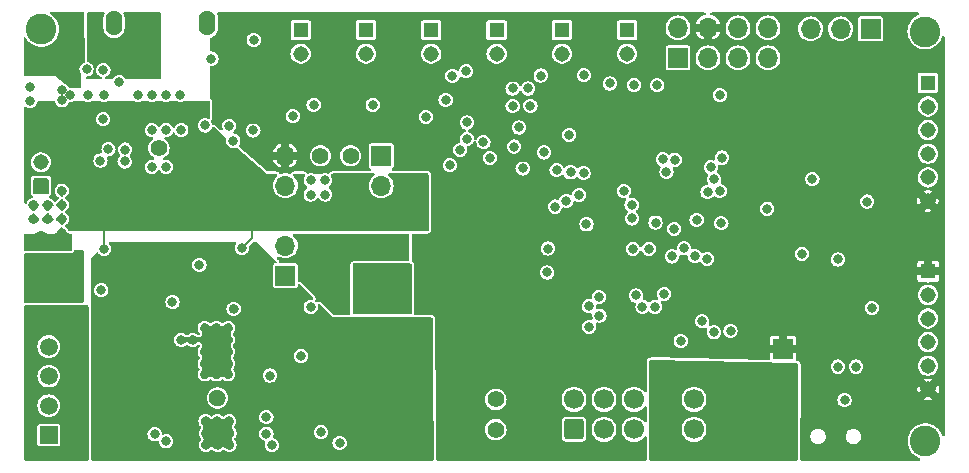
<source format=gbr>
%TF.GenerationSoftware,KiCad,Pcbnew,8.0.8*%
%TF.CreationDate,2025-03-17T17:43:28-04:00*%
%TF.ProjectId,tuner time,74756e65-7220-4746-996d-652e6b696361,rev?*%
%TF.SameCoordinates,Original*%
%TF.FileFunction,Copper,L3,Inr*%
%TF.FilePolarity,Positive*%
%FSLAX46Y46*%
G04 Gerber Fmt 4.6, Leading zero omitted, Abs format (unit mm)*
G04 Created by KiCad (PCBNEW 8.0.8) date 2025-03-17 17:43:28*
%MOMM*%
%LPD*%
G01*
G04 APERTURE LIST*
G04 Aperture macros list*
%AMRoundRect*
0 Rectangle with rounded corners*
0 $1 Rounding radius*
0 $2 $3 $4 $5 $6 $7 $8 $9 X,Y pos of 4 corners*
0 Add a 4 corners polygon primitive as box body*
4,1,4,$2,$3,$4,$5,$6,$7,$8,$9,$2,$3,0*
0 Add four circle primitives for the rounded corners*
1,1,$1+$1,$2,$3*
1,1,$1+$1,$4,$5*
1,1,$1+$1,$6,$7*
1,1,$1+$1,$8,$9*
0 Add four rect primitives between the rounded corners*
20,1,$1+$1,$2,$3,$4,$5,0*
20,1,$1+$1,$4,$5,$6,$7,0*
20,1,$1+$1,$6,$7,$8,$9,0*
20,1,$1+$1,$8,$9,$2,$3,0*%
G04 Aperture macros list end*
%TA.AperFunction,ComponentPad*%
%ADD10C,0.800000*%
%TD*%
%TA.AperFunction,ComponentPad*%
%ADD11R,1.308000X1.308000*%
%TD*%
%TA.AperFunction,ComponentPad*%
%ADD12C,1.308000*%
%TD*%
%TA.AperFunction,ComponentPad*%
%ADD13O,1.422400X2.108200*%
%TD*%
%TA.AperFunction,ComponentPad*%
%ADD14R,1.508000X1.508000*%
%TD*%
%TA.AperFunction,ComponentPad*%
%ADD15C,1.508000*%
%TD*%
%TA.AperFunction,ComponentPad*%
%ADD16RoundRect,0.250000X0.600000X-0.600000X0.600000X0.600000X-0.600000X0.600000X-0.600000X-0.600000X0*%
%TD*%
%TA.AperFunction,ComponentPad*%
%ADD17C,1.700000*%
%TD*%
%TA.AperFunction,ComponentPad*%
%ADD18R,1.700000X1.700000*%
%TD*%
%TA.AperFunction,ComponentPad*%
%ADD19O,1.700000X1.700000*%
%TD*%
%TA.AperFunction,ComponentPad*%
%ADD20C,2.600000*%
%TD*%
%TA.AperFunction,ViaPad*%
%ADD21C,0.800000*%
%TD*%
%TA.AperFunction,ViaPad*%
%ADD22C,1.400000*%
%TD*%
%TA.AperFunction,ViaPad*%
%ADD23C,1.000000*%
%TD*%
%TA.AperFunction,ViaPad*%
%ADD24C,2.500000*%
%TD*%
%TA.AperFunction,Conductor*%
%ADD25C,0.200000*%
%TD*%
G04 APERTURE END LIST*
D10*
%TO.N,/Motor/VREF*%
%TO.C,TP13*%
X175275000Y-125950000D03*
%TD*%
%TO.N,Net-(U7-PB9)*%
%TO.C,TP12*%
X210825000Y-128000000D03*
%TD*%
%TO.N,Net-(U7-PB8)*%
%TO.C,TP11*%
X209400000Y-128125000D03*
%TD*%
%TO.N,Net-(U7-PC7)*%
%TO.C,TP10*%
X198000000Y-116475000D03*
%TD*%
%TO.N,Net-(U7-PC8)*%
%TO.C,TP9*%
X196925000Y-116975000D03*
%TD*%
%TO.N,Net-(U7-PC9)*%
%TO.C,TP8*%
X195975000Y-117475000D03*
%TD*%
%TO.N,/UI/B8*%
%TO.C,TP6*%
X192375000Y-108975000D03*
%TD*%
%TO.N,/UI/B7*%
%TO.C,TP5*%
X193875000Y-108950000D03*
%TD*%
%TO.N,Net-(RN1H-R8.2)*%
%TO.C,TP4*%
X192375000Y-107475000D03*
%TD*%
%TO.N,Net-(RN1G-R7.2)*%
%TO.C,TP3*%
X193700000Y-107475000D03*
%TD*%
%TO.N,/Motor/Vconfig*%
%TO.C,TP1*%
X177725000Y-137475000D03*
%TD*%
D11*
%TO.N,GND*%
%TO.C,SW7*%
X202075000Y-102525000D03*
D12*
%TO.N,/UI/B6*%
X202075000Y-104525000D03*
%TD*%
D11*
%TO.N,GND*%
%TO.C,SW6*%
X196545000Y-102525000D03*
D12*
%TO.N,/UI/B5*%
X196545000Y-104525000D03*
%TD*%
D11*
%TO.N,GND*%
%TO.C,SW5*%
X191015000Y-102525000D03*
D12*
%TO.N,/UI/B4*%
X191015000Y-104525000D03*
%TD*%
D11*
%TO.N,GND*%
%TO.C,SW4*%
X185485000Y-102525000D03*
D12*
%TO.N,/UI/B3*%
X185485000Y-104525000D03*
%TD*%
D11*
%TO.N,GND*%
%TO.C,SW3*%
X179955000Y-102525000D03*
D12*
%TO.N,/UI/B2*%
X179955000Y-104525000D03*
%TD*%
D11*
%TO.N,GND*%
%TO.C,SW2*%
X174425000Y-102525000D03*
D12*
%TO.N,/UI/B1*%
X174425000Y-104525000D03*
%TD*%
D11*
%TO.N,Net-(SW1-A)*%
%TO.C,SW1*%
X152437500Y-115725000D03*
D12*
%TO.N,BATT_POS*%
X152437500Y-113725000D03*
%TD*%
D13*
%TO.N,N/C*%
%TO.C,J11*%
X166525000Y-101954299D03*
X158625000Y-101954299D03*
%TD*%
D14*
%TO.N,/Motor/B1*%
%TO.C,J7*%
X153100000Y-136825000D03*
D15*
%TO.N,/Motor/B2*%
X153100000Y-134325000D03*
%TO.N,/Motor/A2*%
X153100000Y-131825000D03*
%TO.N,/Motor/A1*%
X153100000Y-129325000D03*
%TD*%
D11*
%TO.N,GND*%
%TO.C,J3*%
X152425000Y-122200000D03*
D12*
%TO.N,Net-(SW1-A)*%
X152425000Y-120200000D03*
%TD*%
D11*
%TO.N,GND*%
%TO.C,J2*%
X227525000Y-107000000D03*
D12*
%TO.N,I2S_WS*%
X227525000Y-109000000D03*
%TO.N,I2S_DATA*%
X227525000Y-111000000D03*
%TO.N,I2S_BCLK*%
X227525000Y-113000000D03*
%TO.N,GND*%
X227525000Y-115000000D03*
%TO.N,3V3*%
X227525000Y-117000000D03*
%TD*%
D11*
%TO.N,3V3*%
%TO.C,J1*%
X227550000Y-122950000D03*
D12*
%TO.N,I2S_WS*%
X227550000Y-124950000D03*
%TO.N,I2S_DATA*%
X227550000Y-126950000D03*
%TO.N,I2S_BCLK*%
X227550000Y-128950000D03*
%TO.N,GND*%
X227550000Y-130950000D03*
%TO.N,3V3*%
X227550000Y-132950000D03*
%TD*%
D16*
%TO.N,NRST*%
%TO.C,J9*%
X197570000Y-136327500D03*
D17*
%TO.N,JTAG_SWDIO*%
X197570000Y-133787500D03*
%TO.N,GND*%
X200110000Y-136327500D03*
X200110000Y-133787500D03*
%TO.N,unconnected-(J9-Pin_5-Pad5)*%
X202650000Y-136327500D03*
%TO.N,JTAG_SWCLK*%
X202650000Y-133787500D03*
%TO.N,Net-(J8-Pin_2)*%
X205190000Y-136327500D03*
X205190000Y-133787500D03*
%TO.N,unconnected-(J9-Pin_9-Pad9)*%
X207730000Y-136327500D03*
%TO.N,unconnected-(J9-Pin_10-Pad10)*%
X207730000Y-133787500D03*
%TD*%
D18*
%TO.N,unconnected-(J5-Pin_1-Pad1)*%
%TO.C,J5*%
X181250000Y-113175000D03*
D19*
%TO.N,unconnected-(J5-Pin_2-Pad2)*%
X181250000Y-115715000D03*
%TO.N,VSYS*%
X181250000Y-118255000D03*
%TO.N,AGND*%
X181250000Y-120795000D03*
%TO.N,5V*%
X181250000Y-123335000D03*
%TD*%
D20*
%TO.N,N/C*%
%TO.C,H2*%
X227325000Y-137325000D03*
%TD*%
%TO.N,N/C*%
%TO.C,H3*%
X227300000Y-102650000D03*
%TD*%
%TO.N,N/C*%
%TO.C,H1*%
X152475000Y-102450000D03*
%TD*%
D18*
%TO.N,SPI1_MOSI*%
%TO.C,J6*%
X206375000Y-104875000D03*
D19*
%TO.N,GND*%
X206375000Y-102335000D03*
%TO.N,SPI1_MISO*%
X208915000Y-104875000D03*
%TO.N,3V3*%
X208915000Y-102335000D03*
%TO.N,SPI1_SCK*%
X211455000Y-104875000D03*
%TO.N,DC*%
X211455000Y-102335000D03*
%TO.N,RST*%
X213995000Y-104875000D03*
%TO.N,CS*%
X213995000Y-102335000D03*
%TD*%
D18*
%TO.N,unconnected-(J4-Pin_1-Pad1)*%
%TO.C,J4*%
X173125000Y-123325000D03*
D19*
%TO.N,unconnected-(J4-Pin_2-Pad2)*%
X173125000Y-120785000D03*
%TO.N,VSYS*%
X173125000Y-118245000D03*
%TO.N,GND*%
X173125000Y-115705000D03*
%TO.N,3V3*%
X173125000Y-113165000D03*
%TD*%
D18*
%TO.N,3V3*%
%TO.C,J8*%
X215250000Y-129500000D03*
D19*
%TO.N,Net-(J8-Pin_2)*%
X215250000Y-132040000D03*
%TD*%
D18*
%TO.N,MCU_TX*%
%TO.C,J10*%
X222675000Y-102425000D03*
D19*
%TO.N,MCU_RX*%
X220135000Y-102425000D03*
%TO.N,GND*%
X217595000Y-102425000D03*
%TD*%
D21*
%TO.N,VSYS*%
X169450000Y-120975000D03*
%TO.N,GND*%
X217750000Y-115150000D03*
X163050000Y-108025000D03*
X161825000Y-114100000D03*
X157775000Y-108050000D03*
X219900000Y-121950000D03*
X195043697Y-112883366D03*
X209925000Y-108025000D03*
X185025000Y-109875000D03*
D22*
X162425000Y-112525000D03*
D21*
X213925000Y-117650000D03*
X176500000Y-116450000D03*
X154200000Y-108475000D03*
X151750000Y-123600000D03*
X200600000Y-107050000D03*
D22*
X190950000Y-133800000D03*
D21*
X154225000Y-124975000D03*
X201800000Y-116150000D03*
X219900000Y-131025000D03*
X160650000Y-108025000D03*
X151525000Y-108550000D03*
X151525000Y-107350000D03*
D22*
X176095000Y-113177500D03*
D21*
X161850000Y-108025000D03*
X202650000Y-107175000D03*
X154200000Y-123550000D03*
X175525000Y-108850000D03*
X216875000Y-121475000D03*
X163025000Y-114100000D03*
X175275000Y-115250000D03*
X163025000Y-111000000D03*
X195350000Y-121025000D03*
X164250000Y-108025000D03*
X168725000Y-111892500D03*
X154900000Y-108025000D03*
D22*
X178650000Y-113175000D03*
D21*
X161825000Y-111000000D03*
X155425000Y-124975000D03*
D22*
X190952500Y-136355000D03*
D21*
X198375000Y-114625000D03*
X180525000Y-108850000D03*
X156424975Y-108024975D03*
X176500000Y-115250000D03*
X175275000Y-116450000D03*
X154050000Y-122765000D03*
X208425000Y-127175000D03*
X205400000Y-114525000D03*
X195300000Y-123050000D03*
X154200000Y-107625000D03*
X152950000Y-123600000D03*
X204625000Y-107200000D03*
%TO.N,Button1*%
X187057358Y-113975000D03*
X197275000Y-114575000D03*
%TO.N,Button2*%
X196100000Y-114400000D03*
X186700000Y-108450000D03*
X187936765Y-112663235D03*
%TO.N,Button3*%
X197170986Y-111396538D03*
X188500000Y-111750000D03*
X188500000Y-110350000D03*
%TO.N,Button5*%
X189900000Y-112025000D03*
X206100000Y-113500000D03*
%TO.N,Button6*%
X192500000Y-112391802D03*
X190450000Y-113350000D03*
X205100000Y-113475000D03*
%TO.N,3V3*%
X199525000Y-110025000D03*
X165850000Y-122400000D03*
X211375000Y-125725000D03*
X172525000Y-106750000D03*
X198375000Y-124200000D03*
X191950000Y-116600000D03*
X213925000Y-113975000D03*
X219450000Y-118150000D03*
X215825000Y-115100000D03*
X213650000Y-122725000D03*
X213925000Y-113125000D03*
X221975000Y-133750000D03*
X208000000Y-108050000D03*
%TO.N,NRST*%
X222400000Y-117050000D03*
X210050000Y-118875000D03*
X221450000Y-131025000D03*
%TO.N,DC*%
X202450000Y-117325000D03*
%TO.N,5V*%
X183200000Y-122975000D03*
X183200000Y-125975000D03*
X179350000Y-126025000D03*
X183200000Y-124975000D03*
X179350000Y-123025000D03*
X179350000Y-124025000D03*
X179350000Y-125025000D03*
X183200000Y-123975000D03*
%TO.N,CS*%
X210100000Y-113325000D03*
%TO.N,RST*%
X202500000Y-118475000D03*
%TO.N,Net-(SW1-A)*%
X153000000Y-118525000D03*
X154200000Y-119725000D03*
X151800000Y-118525000D03*
X154200000Y-118525000D03*
X154200000Y-117325000D03*
X154200000Y-116125000D03*
X153000000Y-117325000D03*
X151800000Y-117325000D03*
%TO.N,BATT_POS*%
X164325000Y-110987500D03*
%TO.N,SDA*%
X206900000Y-121000000D03*
X173775000Y-109800000D03*
%TO.N,VSYS*%
X184875000Y-117700000D03*
X177675000Y-118900000D03*
D23*
X154750000Y-111375000D03*
D21*
X175275000Y-117700000D03*
X184875000Y-118900000D03*
X176475000Y-118900000D03*
X177675000Y-115300000D03*
D23*
X154700000Y-109875000D03*
D21*
X178875000Y-118900000D03*
X177675000Y-116500000D03*
X183675000Y-116500000D03*
X176475000Y-117700000D03*
X184875000Y-116500000D03*
D23*
X151525000Y-111350000D03*
D24*
X170545035Y-116766543D03*
D23*
X151550000Y-110050000D03*
D21*
X177675000Y-117700000D03*
X183675000Y-115300000D03*
X178875000Y-115300000D03*
X183675000Y-117700000D03*
X175275000Y-118900000D03*
X178875000Y-116500000D03*
X157800000Y-121037500D03*
X178875000Y-117700000D03*
%TO.N,AGND*%
X155425000Y-128975000D03*
X168300000Y-131675000D03*
X166300000Y-130750000D03*
X176625000Y-124650000D03*
X168375000Y-135650000D03*
X168300000Y-127750000D03*
X155400000Y-138475000D03*
X168300000Y-128750000D03*
X166300000Y-129750000D03*
X167400000Y-137650000D03*
X167400000Y-136650000D03*
X174449999Y-130125000D03*
X183125000Y-120300000D03*
X166300000Y-127750000D03*
X155425000Y-126375000D03*
X166400000Y-136650000D03*
X167300000Y-130750000D03*
X176650000Y-122425000D03*
X168400000Y-137650000D03*
X154225000Y-127650000D03*
X175150000Y-123425000D03*
X178050000Y-122425000D03*
X164300000Y-128750000D03*
D22*
X167375000Y-133675000D03*
D21*
X168300000Y-129750000D03*
X151850000Y-127650000D03*
X153050000Y-127650000D03*
X166300000Y-128750000D03*
X168750000Y-126125000D03*
X151825000Y-138500000D03*
X167300000Y-129750000D03*
X175150000Y-122425000D03*
X178050000Y-123425000D03*
X178050000Y-121425000D03*
X166300000Y-131675000D03*
X176650000Y-121425000D03*
X183125000Y-121475000D03*
X154225000Y-126375000D03*
X166400000Y-137650000D03*
X178025000Y-124650000D03*
X166375000Y-135650000D03*
X167300000Y-131675000D03*
X175150000Y-121425000D03*
X155425000Y-127650000D03*
X176650000Y-123425000D03*
X165300000Y-128750000D03*
X168300000Y-130750000D03*
X168400000Y-136650000D03*
X167300000Y-127750000D03*
X167375000Y-135650000D03*
X167300000Y-128750000D03*
%TO.N,SCL*%
X205887500Y-121687500D03*
X170425000Y-111025000D03*
%TO.N,VBUS*%
X155350000Y-101600000D03*
X154375000Y-105300000D03*
X151550000Y-104900000D03*
D22*
X155325000Y-103000000D03*
D21*
%TO.N,VMOT*%
X183561800Y-134071904D03*
X183561800Y-129271904D03*
X184761800Y-135271904D03*
X184761800Y-128071904D03*
X178761800Y-130471904D03*
X181200000Y-130750000D03*
X184761800Y-129271904D03*
X183561800Y-132871904D03*
X183561800Y-131671904D03*
X179961800Y-135271904D03*
X178761800Y-132871904D03*
X164775000Y-122700000D03*
X183561800Y-135271904D03*
X181161800Y-135271904D03*
X178761800Y-128071904D03*
X178761800Y-129271904D03*
X184761800Y-132871904D03*
X184761800Y-134071904D03*
X178761800Y-131671904D03*
X184761800Y-130471904D03*
X184761800Y-131671904D03*
X183561800Y-130471904D03*
X183561800Y-128071904D03*
X182361800Y-135271904D03*
%TO.N,/Motor/M1*%
X171525000Y-136700000D03*
%TO.N,/Motor/M0*%
X171975000Y-137675000D03*
%TO.N,PC10*%
X199675000Y-125125000D03*
X202800000Y-125000000D03*
%TO.N,PC11*%
X203366128Y-125941128D03*
X198825000Y-125900000D03*
%TO.N,PC12*%
X199725000Y-126700000D03*
X204425000Y-125950000D03*
%TO.N,Net-(J11-VBUS)*%
X162075000Y-103725000D03*
X158325000Y-103725000D03*
X160050000Y-103000000D03*
X158450000Y-104800000D03*
X162100000Y-104825000D03*
X157050000Y-102025000D03*
%TO.N,I2S_WS*%
X207950000Y-118600000D03*
X222800000Y-126050000D03*
%TO.N,I2S_BCLK*%
X208875000Y-116250000D03*
%TO.N,I2S_DATA*%
X209900000Y-116150000D03*
%TO.N,BOOT0*%
X220475000Y-133850000D03*
X206600000Y-128850000D03*
%TO.N,Net-(U2-BIN)*%
X159575000Y-112650000D03*
X166350000Y-110600000D03*
%TO.N,Net-(U1-TS{slash}MR)*%
X166870343Y-104945343D03*
X159075000Y-106950000D03*
%TO.N,Net-(U1-ILIM{slash}VSET)*%
X170450000Y-103375000D03*
X157725000Y-105925000D03*
%TO.N,Net-(U5-FAULT)*%
X157550000Y-124550000D03*
X171525000Y-135300001D03*
%TO.N,STEP*%
X162063310Y-136752436D03*
X209425000Y-115175000D03*
X203900000Y-121050000D03*
X206050000Y-119350000D03*
%TO.N,DIR*%
X204475000Y-118825000D03*
X209175000Y-114150000D03*
X202550000Y-121050000D03*
X163025000Y-137350000D03*
%TO.N,PB4*%
X198850000Y-127650000D03*
X205200000Y-124850000D03*
%TO.N,Net-(U7-PB8)*%
X207800000Y-121675000D03*
%TO.N,Net-(U7-PB9)*%
X208850000Y-121900000D03*
%TO.N,BAT_EMPTY*%
X159525000Y-113650000D03*
X198625000Y-118975000D03*
X168375000Y-110625000D03*
%TO.N,STATS2*%
X158150000Y-112627400D03*
X157700000Y-110075000D03*
%TO.N,STATS1*%
X157475000Y-113575000D03*
X156300000Y-105850000D03*
%TO.N,/UI/B8*%
X193217238Y-114243430D03*
X192900000Y-110775000D03*
%TO.N,/UI/B6*%
X198402550Y-106350000D03*
X194750000Y-106375000D03*
%TO.N,/UI/B2*%
X187275000Y-106400000D03*
%TO.N,/UI/B3*%
X188432475Y-106017525D03*
%TO.N,VINT*%
X176150000Y-136575000D03*
X171825000Y-131775000D03*
%TO.N,/Motor/SLEEP*%
X163574999Y-125550000D03*
%TO.N,AGND*%
X175150000Y-120425000D03*
X176650000Y-120425000D03*
X178050000Y-120425000D03*
%TD*%
D25*
%TO.N,VSYS*%
X170294595Y-117016983D02*
X170545035Y-116766543D01*
X170294595Y-120130405D02*
X170294595Y-117016983D01*
X169450000Y-120975000D02*
X170294595Y-120130405D01*
X157800000Y-121037500D02*
X157800000Y-118775000D01*
%TD*%
%TA.AperFunction,Conductor*%
%TO.N,Net-(J11-VBUS)*%
G36*
X157792968Y-101044407D02*
G01*
X157828932Y-101093907D01*
X157828932Y-101155093D01*
X157819191Y-101175174D01*
X157819353Y-101175261D01*
X157817157Y-101179368D01*
X157817094Y-101179499D01*
X157817061Y-101179547D01*
X157817060Y-101179549D01*
X157748336Y-101345464D01*
X157748336Y-101345466D01*
X157713300Y-101521601D01*
X157713300Y-102386996D01*
X157748336Y-102563131D01*
X157748336Y-102563133D01*
X157817060Y-102729048D01*
X157817060Y-102729049D01*
X157916836Y-102878373D01*
X157916837Y-102878374D01*
X158043825Y-103005362D01*
X158193148Y-103105137D01*
X158359067Y-103173863D01*
X158535205Y-103208899D01*
X158535206Y-103208899D01*
X158714794Y-103208899D01*
X158714795Y-103208899D01*
X158890933Y-103173863D01*
X159056852Y-103105137D01*
X159206175Y-103005362D01*
X159333163Y-102878374D01*
X159432938Y-102729051D01*
X159501664Y-102563132D01*
X159536700Y-102386994D01*
X159536700Y-101521604D01*
X159501664Y-101345466D01*
X159432938Y-101179547D01*
X159432906Y-101179499D01*
X159432898Y-101179473D01*
X159430647Y-101175261D01*
X159431571Y-101174766D01*
X159416299Y-101120610D01*
X159437479Y-101063207D01*
X159488353Y-101029216D01*
X159515223Y-101025500D01*
X162483136Y-101025500D01*
X162541327Y-101044407D01*
X162577291Y-101093907D01*
X162582135Y-101124849D01*
X162562847Y-106603268D01*
X162543735Y-106661391D01*
X162494109Y-106697181D01*
X162463868Y-106701919D01*
X159688624Y-106702491D01*
X159630430Y-106683596D01*
X159605141Y-106651416D01*
X159602781Y-106652780D01*
X159599535Y-106647157D01*
X159503286Y-106521723D01*
X159503285Y-106521722D01*
X159503282Y-106521718D01*
X159503277Y-106521714D01*
X159503276Y-106521713D01*
X159411217Y-106451074D01*
X159377841Y-106425464D01*
X159377840Y-106425463D01*
X159377838Y-106425462D01*
X159231766Y-106364957D01*
X159231758Y-106364955D01*
X159075001Y-106344318D01*
X159074999Y-106344318D01*
X158918241Y-106364955D01*
X158918233Y-106364957D01*
X158772161Y-106425462D01*
X158772160Y-106425462D01*
X158646723Y-106521713D01*
X158646713Y-106521723D01*
X158550462Y-106647160D01*
X158547217Y-106652782D01*
X158544573Y-106651255D01*
X158512865Y-106688248D01*
X158461309Y-106702744D01*
X157913995Y-106702857D01*
X157855801Y-106683962D01*
X157819827Y-106634469D01*
X157819814Y-106573284D01*
X157855768Y-106523776D01*
X157876090Y-106512393D01*
X157881760Y-106510044D01*
X157881762Y-106510044D01*
X158027841Y-106449536D01*
X158153282Y-106353282D01*
X158249536Y-106227841D01*
X158310044Y-106081762D01*
X158330682Y-105925000D01*
X158310044Y-105768238D01*
X158249537Y-105622161D01*
X158249537Y-105622160D01*
X158153286Y-105496723D01*
X158153285Y-105496722D01*
X158153282Y-105496718D01*
X158153277Y-105496714D01*
X158153276Y-105496713D01*
X158027838Y-105400462D01*
X157881766Y-105339957D01*
X157881758Y-105339955D01*
X157725001Y-105319318D01*
X157724999Y-105319318D01*
X157568241Y-105339955D01*
X157568233Y-105339957D01*
X157422161Y-105400462D01*
X157422160Y-105400462D01*
X157296723Y-105496713D01*
X157296713Y-105496723D01*
X157200462Y-105622160D01*
X157200462Y-105622161D01*
X157139957Y-105768233D01*
X157139955Y-105768241D01*
X157119318Y-105924999D01*
X157119318Y-105925000D01*
X157139955Y-106081758D01*
X157139957Y-106081766D01*
X157200462Y-106227838D01*
X157200462Y-106227839D01*
X157296713Y-106353276D01*
X157296718Y-106353282D01*
X157296722Y-106353285D01*
X157296723Y-106353286D01*
X157311932Y-106364956D01*
X157422159Y-106449536D01*
X157422160Y-106449536D01*
X157422161Y-106449537D01*
X157477988Y-106472661D01*
X157568238Y-106510044D01*
X157574098Y-106512471D01*
X157620624Y-106552207D01*
X157634908Y-106611702D01*
X157611493Y-106668230D01*
X157559325Y-106700200D01*
X157536233Y-106702935D01*
X156348324Y-106703180D01*
X156290130Y-106684285D01*
X156254156Y-106634792D01*
X156249306Y-106604880D01*
X156248919Y-106549922D01*
X156267417Y-106491602D01*
X156316662Y-106455290D01*
X156334988Y-106451075D01*
X156456762Y-106435044D01*
X156602841Y-106374536D01*
X156728282Y-106278282D01*
X156824536Y-106152841D01*
X156885044Y-106006762D01*
X156905682Y-105850000D01*
X156885044Y-105693238D01*
X156855603Y-105622161D01*
X156824537Y-105547161D01*
X156824537Y-105547160D01*
X156728286Y-105421723D01*
X156728285Y-105421722D01*
X156728282Y-105421718D01*
X156728277Y-105421714D01*
X156728276Y-105421713D01*
X156657104Y-105367101D01*
X156602841Y-105325464D01*
X156602840Y-105325463D01*
X156602838Y-105325462D01*
X156456766Y-105264957D01*
X156456763Y-105264956D01*
X156456762Y-105264956D01*
X156446331Y-105263582D01*
X156440698Y-105262841D01*
X156385474Y-105236498D01*
X156356280Y-105182727D01*
X156354625Y-105165322D01*
X156329055Y-101125125D01*
X156347594Y-101066817D01*
X156396865Y-101030541D01*
X156428053Y-101025500D01*
X157734777Y-101025500D01*
X157792968Y-101044407D01*
G37*
%TD.AperFunction*%
%TD*%
%TA.AperFunction,Conductor*%
%TO.N,VBUS*%
G36*
X156108649Y-101040086D02*
G01*
X156123234Y-101074985D01*
X156149523Y-105228761D01*
X156135160Y-105264066D01*
X156118782Y-105275085D01*
X155997157Y-105325464D01*
X155871719Y-105421716D01*
X155871716Y-105421719D01*
X155775464Y-105547157D01*
X155725338Y-105668173D01*
X155714956Y-105693238D01*
X155694318Y-105850000D01*
X155714956Y-106006762D01*
X155750401Y-106092334D01*
X155775464Y-106152842D01*
X155806834Y-106193724D01*
X155817120Y-106224751D01*
X155800676Y-107375886D01*
X155785588Y-107410888D01*
X155750881Y-107424975D01*
X154946233Y-107424975D01*
X154939734Y-107424549D01*
X154900000Y-107419318D01*
X154899999Y-107419318D01*
X154873234Y-107422841D01*
X154836418Y-107412975D01*
X154833941Y-107410945D01*
X154712033Y-107304275D01*
X154705318Y-107297113D01*
X154628283Y-107196719D01*
X154628280Y-107196716D01*
X154502842Y-107100464D01*
X154465337Y-107084929D01*
X154451601Y-107076398D01*
X153649975Y-106374975D01*
X151075300Y-106374975D01*
X151040086Y-106360389D01*
X151025500Y-106325175D01*
X151025500Y-103118397D01*
X151040086Y-103083183D01*
X151075300Y-103068597D01*
X151110514Y-103083183D01*
X151120904Y-103098391D01*
X151150827Y-103166607D01*
X151286836Y-103374785D01*
X151455256Y-103557738D01*
X151651491Y-103710474D01*
X151870190Y-103828828D01*
X152105386Y-103909571D01*
X152350665Y-103950500D01*
X152599335Y-103950500D01*
X152844614Y-103909571D01*
X153079810Y-103828828D01*
X153298509Y-103710474D01*
X153494744Y-103557738D01*
X153663164Y-103374785D01*
X153799173Y-103166607D01*
X153899063Y-102938881D01*
X153960108Y-102697821D01*
X153980643Y-102450000D01*
X153960108Y-102202179D01*
X153899063Y-101961119D01*
X153799173Y-101733393D01*
X153663164Y-101525215D01*
X153494744Y-101342262D01*
X153298509Y-101189526D01*
X153298508Y-101189525D01*
X153168369Y-101119098D01*
X153144341Y-101089510D01*
X153148273Y-101051598D01*
X153177861Y-101027570D01*
X153192071Y-101025500D01*
X156073435Y-101025500D01*
X156108649Y-101040086D01*
G37*
%TD.AperFunction*%
%TD*%
%TA.AperFunction,Conductor*%
%TO.N,Net-(SW1-A)*%
G36*
X154279952Y-119244399D02*
G01*
X154302797Y-119269454D01*
X154302838Y-119269513D01*
X154302839Y-119269516D01*
X154309249Y-119278842D01*
X154337492Y-119319937D01*
X154337495Y-119319940D01*
X154381752Y-119366577D01*
X154468770Y-119433347D01*
X154491654Y-119456231D01*
X154535095Y-119512845D01*
X154551277Y-119540872D01*
X154562320Y-119567530D01*
X154575759Y-119590459D01*
X154590790Y-119616105D01*
X154590792Y-119616108D01*
X154590793Y-119616109D01*
X154624066Y-119658316D01*
X154633662Y-119668874D01*
X154643439Y-119679630D01*
X154721945Y-119726535D01*
X154721947Y-119726536D01*
X154780138Y-119745443D01*
X154808908Y-119749999D01*
X154843636Y-119755500D01*
X154926000Y-119755500D01*
X154993039Y-119775185D01*
X155038794Y-119827989D01*
X155050000Y-119879500D01*
X155050000Y-121101000D01*
X155030315Y-121168039D01*
X154977511Y-121213794D01*
X154926000Y-121225000D01*
X151149500Y-121225000D01*
X151082461Y-121205315D01*
X151036706Y-121152511D01*
X151025500Y-121101000D01*
X151025500Y-119879500D01*
X151045185Y-119812461D01*
X151097989Y-119766706D01*
X151149500Y-119755500D01*
X151833718Y-119755500D01*
X151833719Y-119755500D01*
X151897222Y-119745442D01*
X151897225Y-119745441D01*
X151897226Y-119745441D01*
X151955409Y-119726536D01*
X151955412Y-119726535D01*
X151961453Y-119723457D01*
X152012699Y-119697346D01*
X152088171Y-119642512D01*
X152110621Y-119629550D01*
X152126806Y-119622344D01*
X152211435Y-119584664D01*
X152236088Y-119576654D01*
X152265877Y-119570322D01*
X152265878Y-119570323D01*
X152316481Y-119559567D01*
X152344045Y-119553709D01*
X152369824Y-119551000D01*
X152480183Y-119551000D01*
X152505963Y-119553710D01*
X152522561Y-119557238D01*
X152613910Y-119576654D01*
X152638558Y-119584662D01*
X152709189Y-119616109D01*
X152739377Y-119629549D01*
X152761821Y-119642506D01*
X152837303Y-119697347D01*
X152894589Y-119726535D01*
X152952779Y-119745442D01*
X153016282Y-119755500D01*
X153016283Y-119755500D01*
X153556358Y-119755500D01*
X153556360Y-119755500D01*
X153612139Y-119747785D01*
X153663866Y-119733197D01*
X153690969Y-119723457D01*
X153764350Y-119668874D01*
X153804087Y-119622348D01*
X153837681Y-119567528D01*
X153848721Y-119540872D01*
X153864897Y-119512852D01*
X153908347Y-119456227D01*
X153931228Y-119433347D01*
X154018247Y-119366577D01*
X154059400Y-119324332D01*
X154092454Y-119278837D01*
X154094995Y-119274706D01*
X154146889Y-119227927D01*
X154215839Y-119216627D01*
X154279952Y-119244399D01*
G37*
%TD.AperFunction*%
%TA.AperFunction,Conductor*%
G36*
X154279952Y-118044399D02*
G01*
X154302797Y-118069454D01*
X154302838Y-118069513D01*
X154302839Y-118069516D01*
X154309249Y-118078842D01*
X154337492Y-118119937D01*
X154337495Y-118119940D01*
X154381752Y-118166577D01*
X154468769Y-118233347D01*
X154491652Y-118256229D01*
X154535097Y-118312848D01*
X154551278Y-118340874D01*
X154570593Y-118387505D01*
X154578586Y-118406800D01*
X154586964Y-118438069D01*
X154596277Y-118508815D01*
X154596277Y-118541185D01*
X154586963Y-118611930D01*
X154578585Y-118643196D01*
X154551278Y-118709122D01*
X154535094Y-118737155D01*
X154491658Y-118793763D01*
X154468768Y-118816653D01*
X154381754Y-118883422D01*
X154381753Y-118883422D01*
X154340602Y-118925665D01*
X154307545Y-118971161D01*
X154304993Y-118975309D01*
X154253089Y-119022082D01*
X154184137Y-119033369D01*
X154120029Y-119005586D01*
X154097202Y-118980546D01*
X154062503Y-118930059D01*
X154018247Y-118883423D01*
X154018240Y-118883417D01*
X153931232Y-118816652D01*
X153908344Y-118793765D01*
X153884780Y-118763057D01*
X153841575Y-118706751D01*
X153799332Y-118665599D01*
X153799330Y-118665597D01*
X153753834Y-118632542D01*
X153749695Y-118629995D01*
X153702919Y-118578093D01*
X153691629Y-118509141D01*
X153719410Y-118445032D01*
X153744455Y-118422199D01*
X153744506Y-118422163D01*
X153744513Y-118422161D01*
X153794938Y-118387505D01*
X153841577Y-118343247D01*
X153908347Y-118256230D01*
X153931231Y-118233345D01*
X154018247Y-118166577D01*
X154059400Y-118124332D01*
X154092454Y-118078837D01*
X154094995Y-118074706D01*
X154146889Y-118027927D01*
X154215839Y-118016627D01*
X154279952Y-118044399D01*
G37*
%TD.AperFunction*%
%TA.AperFunction,Conductor*%
G36*
X151879952Y-118044399D02*
G01*
X151902797Y-118069454D01*
X151902838Y-118069513D01*
X151902839Y-118069516D01*
X151909249Y-118078842D01*
X151937492Y-118119937D01*
X151937495Y-118119940D01*
X151981752Y-118166577D01*
X152068763Y-118233342D01*
X152091652Y-118256230D01*
X152158424Y-118343248D01*
X152158427Y-118343251D01*
X152158428Y-118343252D01*
X152200663Y-118384396D01*
X152200666Y-118384399D01*
X152225790Y-118402652D01*
X152246163Y-118417454D01*
X152246169Y-118417458D01*
X152246171Y-118417459D01*
X152250297Y-118419998D01*
X152297076Y-118471897D01*
X152308371Y-118540848D01*
X152280594Y-118604959D01*
X152255546Y-118627796D01*
X152205062Y-118662492D01*
X152205059Y-118662495D01*
X152158423Y-118706751D01*
X152158420Y-118706753D01*
X152091651Y-118793768D01*
X152068763Y-118816656D01*
X152012157Y-118860092D01*
X151984122Y-118876278D01*
X151918196Y-118903585D01*
X151886931Y-118911963D01*
X151820331Y-118920732D01*
X151817197Y-118921144D01*
X151816127Y-118921285D01*
X151783841Y-118921281D01*
X151782452Y-118921098D01*
X151758978Y-118918008D01*
X151713066Y-118911963D01*
X151681801Y-118903585D01*
X151615877Y-118876279D01*
X151587848Y-118860097D01*
X151531226Y-118816650D01*
X151508342Y-118793765D01*
X151464902Y-118737153D01*
X151448721Y-118709126D01*
X151405821Y-118605555D01*
X151395265Y-118583790D01*
X151395050Y-118583406D01*
X151395038Y-118583354D01*
X151394421Y-118582172D01*
X151394468Y-118582147D01*
X151394480Y-118582140D01*
X151394730Y-118582010D01*
X151379459Y-118515298D01*
X151397506Y-118458013D01*
X151405821Y-118444445D01*
X151448722Y-118340869D01*
X151464900Y-118312848D01*
X151508343Y-118256232D01*
X151531228Y-118233347D01*
X151618247Y-118166577D01*
X151659400Y-118124332D01*
X151692454Y-118078837D01*
X151694995Y-118074706D01*
X151746889Y-118027927D01*
X151815839Y-118016627D01*
X151879952Y-118044399D01*
G37*
%TD.AperFunction*%
%TA.AperFunction,Conductor*%
G36*
X153079952Y-118044399D02*
G01*
X153102797Y-118069454D01*
X153102838Y-118069513D01*
X153102839Y-118069516D01*
X153109249Y-118078842D01*
X153137492Y-118119937D01*
X153137495Y-118119940D01*
X153181752Y-118166577D01*
X153268763Y-118233342D01*
X153291652Y-118256230D01*
X153358424Y-118343248D01*
X153358427Y-118343251D01*
X153358428Y-118343252D01*
X153400663Y-118384396D01*
X153400666Y-118384399D01*
X153425790Y-118402652D01*
X153446163Y-118417454D01*
X153446169Y-118417458D01*
X153446171Y-118417459D01*
X153450297Y-118419998D01*
X153497076Y-118471897D01*
X153508371Y-118540848D01*
X153480594Y-118604959D01*
X153455546Y-118627796D01*
X153405062Y-118662492D01*
X153405059Y-118662495D01*
X153358423Y-118706751D01*
X153358420Y-118706753D01*
X153291651Y-118793768D01*
X153268763Y-118816656D01*
X153212157Y-118860092D01*
X153184122Y-118876278D01*
X153118196Y-118903585D01*
X153086931Y-118911963D01*
X153020331Y-118920732D01*
X153017197Y-118921144D01*
X153016127Y-118921285D01*
X152983841Y-118921281D01*
X152982452Y-118921098D01*
X152958978Y-118918008D01*
X152913066Y-118911963D01*
X152881800Y-118903585D01*
X152815876Y-118876278D01*
X152787844Y-118860094D01*
X152775703Y-118850778D01*
X152731231Y-118816653D01*
X152708346Y-118793768D01*
X152641576Y-118706752D01*
X152599330Y-118665597D01*
X152553834Y-118632542D01*
X152549695Y-118629995D01*
X152502919Y-118578093D01*
X152491629Y-118509141D01*
X152519410Y-118445032D01*
X152544455Y-118422199D01*
X152544506Y-118422163D01*
X152544513Y-118422161D01*
X152594938Y-118387505D01*
X152641577Y-118343247D01*
X152708347Y-118256230D01*
X152731231Y-118233345D01*
X152818247Y-118166577D01*
X152859400Y-118124332D01*
X152892454Y-118078837D01*
X152894995Y-118074706D01*
X152946889Y-118027927D01*
X153015839Y-118016627D01*
X153079952Y-118044399D01*
G37*
%TD.AperFunction*%
%TA.AperFunction,Conductor*%
G36*
X151891588Y-116923687D02*
G01*
X151891592Y-116923681D01*
X151891634Y-116923707D01*
X151893176Y-116924359D01*
X151895740Y-116926221D01*
X151895745Y-116926226D01*
X151895750Y-116926229D01*
X151950563Y-116959820D01*
X151950568Y-116959822D01*
X151984120Y-116973720D01*
X152012150Y-116989902D01*
X152065376Y-117030743D01*
X152068764Y-117033343D01*
X152091653Y-117056232D01*
X152158422Y-117143246D01*
X152158428Y-117143252D01*
X152200663Y-117184396D01*
X152200666Y-117184399D01*
X152225790Y-117202652D01*
X152246163Y-117217454D01*
X152246169Y-117217458D01*
X152246171Y-117217459D01*
X152250297Y-117219998D01*
X152297076Y-117271897D01*
X152308371Y-117340848D01*
X152280594Y-117404959D01*
X152255546Y-117427796D01*
X152205062Y-117462492D01*
X152205059Y-117462495D01*
X152158424Y-117506749D01*
X152091650Y-117593770D01*
X152068763Y-117616657D01*
X151981754Y-117683423D01*
X151981751Y-117683425D01*
X151940602Y-117725665D01*
X151907545Y-117771161D01*
X151904993Y-117775309D01*
X151853089Y-117822082D01*
X151784137Y-117833369D01*
X151720029Y-117805586D01*
X151697202Y-117780546D01*
X151662503Y-117730059D01*
X151618255Y-117683431D01*
X151618252Y-117683428D01*
X151618248Y-117683424D01*
X151531229Y-117616651D01*
X151508346Y-117593769D01*
X151464899Y-117537149D01*
X151448721Y-117509126D01*
X151405821Y-117405555D01*
X151395265Y-117383790D01*
X151395050Y-117383406D01*
X151395038Y-117383354D01*
X151394421Y-117382172D01*
X151394468Y-117382147D01*
X151394480Y-117382140D01*
X151394730Y-117382010D01*
X151379459Y-117315298D01*
X151397506Y-117258013D01*
X151405821Y-117244445D01*
X151448722Y-117140869D01*
X151464899Y-117112850D01*
X151508349Y-117056224D01*
X151531226Y-117033347D01*
X151587847Y-116989901D01*
X151615871Y-116973721D01*
X151709779Y-116934822D01*
X151724724Y-116929723D01*
X151729329Y-116928474D01*
X151729336Y-116928470D01*
X151729343Y-116928469D01*
X151760103Y-116915488D01*
X151772082Y-116910433D01*
X151841499Y-116902505D01*
X151891588Y-116923687D01*
G37*
%TD.AperFunction*%
%TA.AperFunction,Conductor*%
G36*
X153039361Y-116903476D02*
G01*
X153054047Y-116911175D01*
X153097671Y-116937911D01*
X153103080Y-116940152D01*
X153103095Y-116940158D01*
X153184120Y-116973720D01*
X153212152Y-116989904D01*
X153268763Y-117033342D01*
X153291653Y-117056232D01*
X153358422Y-117143246D01*
X153358428Y-117143252D01*
X153400663Y-117184396D01*
X153400666Y-117184399D01*
X153425790Y-117202652D01*
X153446163Y-117217454D01*
X153446169Y-117217458D01*
X153446171Y-117217459D01*
X153450297Y-117219998D01*
X153497076Y-117271897D01*
X153508371Y-117340848D01*
X153480594Y-117404959D01*
X153455546Y-117427796D01*
X153405062Y-117462492D01*
X153405059Y-117462495D01*
X153358424Y-117506749D01*
X153291650Y-117593770D01*
X153268763Y-117616657D01*
X153181754Y-117683423D01*
X153181751Y-117683425D01*
X153140602Y-117725665D01*
X153107545Y-117771161D01*
X153104993Y-117775309D01*
X153053089Y-117822082D01*
X152984137Y-117833369D01*
X152920029Y-117805586D01*
X152897202Y-117780546D01*
X152862503Y-117730059D01*
X152818247Y-117683423D01*
X152818240Y-117683417D01*
X152731232Y-117616652D01*
X152708344Y-117593765D01*
X152664906Y-117537157D01*
X152641575Y-117506751D01*
X152599332Y-117465599D01*
X152599330Y-117465597D01*
X152553834Y-117432542D01*
X152549695Y-117429995D01*
X152502919Y-117378093D01*
X152491629Y-117309141D01*
X152519410Y-117245032D01*
X152544455Y-117222199D01*
X152544506Y-117222163D01*
X152544513Y-117222161D01*
X152594938Y-117187505D01*
X152641577Y-117143247D01*
X152708347Y-117056228D01*
X152731234Y-117033342D01*
X152731237Y-117033340D01*
X152787843Y-116989904D01*
X152815872Y-116973722D01*
X152849433Y-116959822D01*
X152871201Y-116949263D01*
X152891506Y-116937892D01*
X152906897Y-116924215D01*
X152970084Y-116894398D01*
X153039361Y-116903476D01*
G37*
%TD.AperFunction*%
%TA.AperFunction,Conductor*%
G36*
X154279952Y-116844399D02*
G01*
X154302797Y-116869454D01*
X154302838Y-116869513D01*
X154302839Y-116869516D01*
X154309249Y-116878842D01*
X154337492Y-116919937D01*
X154337495Y-116919940D01*
X154381752Y-116966577D01*
X154468769Y-117033347D01*
X154491652Y-117056229D01*
X154535097Y-117112848D01*
X154551278Y-117140874D01*
X154570593Y-117187505D01*
X154578586Y-117206800D01*
X154586964Y-117238069D01*
X154596277Y-117308815D01*
X154596277Y-117341185D01*
X154586963Y-117411930D01*
X154578585Y-117443196D01*
X154551278Y-117509122D01*
X154535094Y-117537155D01*
X154491658Y-117593763D01*
X154468768Y-117616653D01*
X154381754Y-117683422D01*
X154381753Y-117683422D01*
X154340602Y-117725665D01*
X154307545Y-117771161D01*
X154304993Y-117775309D01*
X154253089Y-117822082D01*
X154184137Y-117833369D01*
X154120029Y-117805586D01*
X154097202Y-117780546D01*
X154062503Y-117730059D01*
X154018247Y-117683423D01*
X154018240Y-117683417D01*
X153931232Y-117616652D01*
X153908344Y-117593765D01*
X153864906Y-117537157D01*
X153841575Y-117506751D01*
X153799332Y-117465599D01*
X153799330Y-117465597D01*
X153753834Y-117432542D01*
X153749695Y-117429995D01*
X153702919Y-117378093D01*
X153691629Y-117309141D01*
X153719410Y-117245032D01*
X153744455Y-117222199D01*
X153744506Y-117222163D01*
X153744513Y-117222161D01*
X153794938Y-117187505D01*
X153841577Y-117143247D01*
X153908345Y-117056231D01*
X153931231Y-117033345D01*
X154018247Y-116966577D01*
X154059400Y-116924332D01*
X154092454Y-116878837D01*
X154094995Y-116874706D01*
X154146889Y-116827927D01*
X154215839Y-116816627D01*
X154279952Y-116844399D01*
G37*
%TD.AperFunction*%
%TA.AperFunction,Conductor*%
G36*
X154286931Y-115738035D02*
G01*
X154318198Y-115746413D01*
X154384114Y-115773716D01*
X154412148Y-115789901D01*
X154468768Y-115833347D01*
X154491657Y-115856236D01*
X154535093Y-115912842D01*
X154551279Y-115940877D01*
X154578585Y-116006801D01*
X154586963Y-116038066D01*
X154596278Y-116108812D01*
X154596278Y-116141186D01*
X154586963Y-116211931D01*
X154578585Y-116243196D01*
X154551278Y-116309122D01*
X154535096Y-116337152D01*
X154491656Y-116393765D01*
X154468768Y-116416652D01*
X154436612Y-116441328D01*
X154410548Y-116461328D01*
X154410545Y-116461328D01*
X154381755Y-116483421D01*
X154340602Y-116525665D01*
X154307545Y-116571161D01*
X154304993Y-116575309D01*
X154253089Y-116622082D01*
X154184137Y-116633369D01*
X154120029Y-116605586D01*
X154097202Y-116580546D01*
X154062503Y-116530059D01*
X154018247Y-116483423D01*
X154018240Y-116483417D01*
X153931231Y-116416652D01*
X153908342Y-116393763D01*
X153864903Y-116337152D01*
X153848718Y-116309119D01*
X153821413Y-116243199D01*
X153813035Y-116211931D01*
X153809717Y-116186726D01*
X153803721Y-116141178D01*
X153803721Y-116108819D01*
X153813035Y-116038064D01*
X153821410Y-116006804D01*
X153848723Y-115940866D01*
X153864898Y-115912850D01*
X153908347Y-115856226D01*
X153931226Y-115833347D01*
X153987850Y-115789898D01*
X154015866Y-115773723D01*
X154081804Y-115746410D01*
X154113064Y-115738035D01*
X154183819Y-115728721D01*
X154216179Y-115728721D01*
X154286931Y-115738035D01*
G37*
%TD.AperFunction*%
%TA.AperFunction,Conductor*%
G36*
X153029539Y-115095685D02*
G01*
X153075294Y-115148489D01*
X153086500Y-115200000D01*
X153086500Y-116311857D01*
X153066815Y-116378896D01*
X153042493Y-116406604D01*
X153034774Y-116413121D01*
X152970851Y-116441328D01*
X152901826Y-116430498D01*
X152891190Y-116424826D01*
X152854599Y-116402964D01*
X152854598Y-116402963D01*
X152854597Y-116402963D01*
X152796410Y-116384057D01*
X152732910Y-116374000D01*
X152732906Y-116374000D01*
X152067094Y-116374000D01*
X152067082Y-116374000D01*
X152042968Y-116375421D01*
X152042956Y-116375422D01*
X152019832Y-116378159D01*
X152019828Y-116378160D01*
X151953126Y-116401290D01*
X151883337Y-116404656D01*
X151822808Y-116369757D01*
X151790755Y-116307673D01*
X151788500Y-116284134D01*
X151788500Y-115200000D01*
X151808185Y-115132961D01*
X151860989Y-115087206D01*
X151912500Y-115076000D01*
X152962500Y-115076000D01*
X153029539Y-115095685D01*
G37*
%TD.AperFunction*%
%TD*%
%TA.AperFunction,Conductor*%
%TO.N,3V3*%
G36*
X208662662Y-101045185D02*
G01*
X208708417Y-101097989D01*
X208718361Y-101167147D01*
X208689336Y-101230703D01*
X208630558Y-101268477D01*
X208618409Y-101271389D01*
X208612677Y-101272460D01*
X208422584Y-101346102D01*
X208249260Y-101453421D01*
X208098608Y-101590757D01*
X207975754Y-101753443D01*
X207884886Y-101935930D01*
X207884883Y-101935936D01*
X207870924Y-101984999D01*
X207870925Y-101985000D01*
X208557894Y-101985000D01*
X208514901Y-102027993D01*
X208449075Y-102142007D01*
X208415000Y-102269174D01*
X208415000Y-102400826D01*
X208449075Y-102527993D01*
X208514901Y-102642007D01*
X208557894Y-102685000D01*
X207870924Y-102685000D01*
X207884883Y-102734063D01*
X207884886Y-102734069D01*
X207975754Y-102916556D01*
X208098608Y-103079242D01*
X208249260Y-103216578D01*
X208422586Y-103323898D01*
X208422591Y-103323900D01*
X208565000Y-103379069D01*
X208565000Y-102692106D01*
X208607993Y-102735099D01*
X208722007Y-102800925D01*
X208849174Y-102835000D01*
X208980826Y-102835000D01*
X209107993Y-102800925D01*
X209222007Y-102735099D01*
X209265000Y-102692106D01*
X209265000Y-103379068D01*
X209407408Y-103323900D01*
X209407413Y-103323898D01*
X209580739Y-103216578D01*
X209731391Y-103079242D01*
X209854245Y-102916556D01*
X209945113Y-102734069D01*
X209945116Y-102734063D01*
X209959075Y-102685000D01*
X209272106Y-102685000D01*
X209315099Y-102642007D01*
X209380925Y-102527993D01*
X209415000Y-102400826D01*
X209415000Y-102335000D01*
X210399417Y-102335000D01*
X210419699Y-102540932D01*
X210447000Y-102630932D01*
X210479768Y-102738954D01*
X210577315Y-102921450D01*
X210577317Y-102921452D01*
X210708589Y-103081410D01*
X210748636Y-103114275D01*
X210868550Y-103212685D01*
X211051046Y-103310232D01*
X211249066Y-103370300D01*
X211249065Y-103370300D01*
X211267529Y-103372118D01*
X211455000Y-103390583D01*
X211660934Y-103370300D01*
X211858954Y-103310232D01*
X212041450Y-103212685D01*
X212201410Y-103081410D01*
X212332685Y-102921450D01*
X212430232Y-102738954D01*
X212490300Y-102540934D01*
X212510583Y-102335000D01*
X212939417Y-102335000D01*
X212959699Y-102540932D01*
X212987000Y-102630932D01*
X213019768Y-102738954D01*
X213117315Y-102921450D01*
X213117317Y-102921452D01*
X213248589Y-103081410D01*
X213288636Y-103114275D01*
X213408550Y-103212685D01*
X213591046Y-103310232D01*
X213789066Y-103370300D01*
X213789065Y-103370300D01*
X213807529Y-103372118D01*
X213995000Y-103390583D01*
X214200934Y-103370300D01*
X214398954Y-103310232D01*
X214581450Y-103212685D01*
X214741410Y-103081410D01*
X214872685Y-102921450D01*
X214970232Y-102738954D01*
X215030300Y-102540934D01*
X215041719Y-102425000D01*
X216539417Y-102425000D01*
X216559699Y-102630932D01*
X216589463Y-102729049D01*
X216619768Y-102828954D01*
X216717315Y-103011450D01*
X216717317Y-103011452D01*
X216848589Y-103171410D01*
X216945209Y-103250702D01*
X217008550Y-103302685D01*
X217191046Y-103400232D01*
X217389066Y-103460300D01*
X217389065Y-103460300D01*
X217407529Y-103462118D01*
X217595000Y-103480583D01*
X217800934Y-103460300D01*
X217998954Y-103400232D01*
X218181450Y-103302685D01*
X218341410Y-103171410D01*
X218472685Y-103011450D01*
X218570232Y-102828954D01*
X218630300Y-102630934D01*
X218650583Y-102425000D01*
X219079417Y-102425000D01*
X219099699Y-102630932D01*
X219129463Y-102729049D01*
X219159768Y-102828954D01*
X219257315Y-103011450D01*
X219257317Y-103011452D01*
X219388589Y-103171410D01*
X219485209Y-103250702D01*
X219548550Y-103302685D01*
X219731046Y-103400232D01*
X219929066Y-103460300D01*
X219929065Y-103460300D01*
X219947529Y-103462118D01*
X220135000Y-103480583D01*
X220340934Y-103460300D01*
X220538954Y-103400232D01*
X220721450Y-103302685D01*
X220881410Y-103171410D01*
X221012685Y-103011450D01*
X221110232Y-102828954D01*
X221170300Y-102630934D01*
X221190583Y-102425000D01*
X221170300Y-102219066D01*
X221110232Y-102021046D01*
X221012685Y-101838550D01*
X220942840Y-101753443D01*
X220881410Y-101678589D01*
X220731121Y-101555252D01*
X220731115Y-101555247D01*
X221624500Y-101555247D01*
X221624500Y-103294752D01*
X221636131Y-103353229D01*
X221636132Y-103353230D01*
X221680447Y-103419552D01*
X221746769Y-103463867D01*
X221746770Y-103463868D01*
X221805247Y-103475499D01*
X221805250Y-103475500D01*
X221805252Y-103475500D01*
X223544750Y-103475500D01*
X223544751Y-103475499D01*
X223559568Y-103472552D01*
X223603229Y-103463868D01*
X223603229Y-103463867D01*
X223603231Y-103463867D01*
X223669552Y-103419552D01*
X223713867Y-103353231D01*
X223713867Y-103353229D01*
X223713868Y-103353229D01*
X223725499Y-103294752D01*
X223725500Y-103294750D01*
X223725500Y-101555249D01*
X223725499Y-101555247D01*
X223713868Y-101496770D01*
X223713867Y-101496769D01*
X223669552Y-101430447D01*
X223603230Y-101386132D01*
X223603229Y-101386131D01*
X223544752Y-101374500D01*
X223544748Y-101374500D01*
X221805252Y-101374500D01*
X221805247Y-101374500D01*
X221746770Y-101386131D01*
X221746769Y-101386132D01*
X221680447Y-101430447D01*
X221636132Y-101496769D01*
X221636131Y-101496770D01*
X221624500Y-101555247D01*
X220731115Y-101555247D01*
X220721450Y-101547315D01*
X220538954Y-101449768D01*
X220340934Y-101389700D01*
X220340932Y-101389699D01*
X220340934Y-101389699D01*
X220135000Y-101369417D01*
X219929067Y-101389699D01*
X219731043Y-101449769D01*
X219643114Y-101496769D01*
X219548550Y-101547315D01*
X219548548Y-101547316D01*
X219548547Y-101547317D01*
X219388589Y-101678589D01*
X219294885Y-101792770D01*
X219257315Y-101838550D01*
X219250526Y-101851252D01*
X219159769Y-102021043D01*
X219099699Y-102219067D01*
X219079417Y-102425000D01*
X218650583Y-102425000D01*
X218630300Y-102219066D01*
X218570232Y-102021046D01*
X218472685Y-101838550D01*
X218402840Y-101753443D01*
X218341410Y-101678589D01*
X218191121Y-101555252D01*
X218181450Y-101547315D01*
X217998954Y-101449768D01*
X217800934Y-101389700D01*
X217800932Y-101389699D01*
X217800934Y-101389699D01*
X217595000Y-101369417D01*
X217389067Y-101389699D01*
X217191043Y-101449769D01*
X217103114Y-101496769D01*
X217008550Y-101547315D01*
X217008548Y-101547316D01*
X217008547Y-101547317D01*
X216848589Y-101678589D01*
X216754885Y-101792770D01*
X216717315Y-101838550D01*
X216710526Y-101851252D01*
X216619769Y-102021043D01*
X216559699Y-102219067D01*
X216539417Y-102425000D01*
X215041719Y-102425000D01*
X215050583Y-102335000D01*
X215030300Y-102129066D01*
X214970232Y-101931046D01*
X214872685Y-101748550D01*
X214818178Y-101682133D01*
X214741410Y-101588589D01*
X214581452Y-101457317D01*
X214581453Y-101457317D01*
X214581450Y-101457315D01*
X214398954Y-101359768D01*
X214200934Y-101299700D01*
X214200932Y-101299699D01*
X214200934Y-101299699D01*
X213995000Y-101279417D01*
X213789067Y-101299699D01*
X213591043Y-101359769D01*
X213480898Y-101418643D01*
X213408550Y-101457315D01*
X213408548Y-101457316D01*
X213408547Y-101457317D01*
X213248589Y-101588589D01*
X213117317Y-101748547D01*
X213019769Y-101931043D01*
X213019768Y-101931045D01*
X213019768Y-101931046D01*
X213018285Y-101935936D01*
X212959699Y-102129067D01*
X212939417Y-102335000D01*
X212510583Y-102335000D01*
X212490300Y-102129066D01*
X212430232Y-101931046D01*
X212332685Y-101748550D01*
X212278178Y-101682133D01*
X212201410Y-101588589D01*
X212041452Y-101457317D01*
X212041453Y-101457317D01*
X212041450Y-101457315D01*
X211858954Y-101359768D01*
X211660934Y-101299700D01*
X211660932Y-101299699D01*
X211660934Y-101299699D01*
X211455000Y-101279417D01*
X211249067Y-101299699D01*
X211051043Y-101359769D01*
X210940898Y-101418643D01*
X210868550Y-101457315D01*
X210868548Y-101457316D01*
X210868547Y-101457317D01*
X210708589Y-101588589D01*
X210577317Y-101748547D01*
X210479769Y-101931043D01*
X210479768Y-101931045D01*
X210479768Y-101931046D01*
X210478285Y-101935936D01*
X210419699Y-102129067D01*
X210399417Y-102335000D01*
X209415000Y-102335000D01*
X209415000Y-102269174D01*
X209380925Y-102142007D01*
X209315099Y-102027993D01*
X209272106Y-101985000D01*
X209959075Y-101985000D01*
X209959075Y-101984999D01*
X209945116Y-101935936D01*
X209945113Y-101935930D01*
X209854245Y-101753443D01*
X209731391Y-101590757D01*
X209580739Y-101453421D01*
X209407415Y-101346102D01*
X209217322Y-101272460D01*
X209211591Y-101271389D01*
X209149311Y-101239720D01*
X209114038Y-101179408D01*
X209116972Y-101109600D01*
X209157181Y-101052460D01*
X209221900Y-101026129D01*
X209234377Y-101025500D01*
X226667716Y-101025500D01*
X226734755Y-101045185D01*
X226780510Y-101097989D01*
X226790454Y-101167147D01*
X226761429Y-101230703D01*
X226707980Y-101266781D01*
X226695194Y-101271170D01*
X226695188Y-101271172D01*
X226476493Y-101389524D01*
X226280257Y-101542261D01*
X226111833Y-101725217D01*
X225975826Y-101933393D01*
X225875936Y-102161118D01*
X225814892Y-102402175D01*
X225814890Y-102402187D01*
X225794357Y-102649994D01*
X225794357Y-102650005D01*
X225814890Y-102897812D01*
X225814892Y-102897824D01*
X225875936Y-103138881D01*
X225975826Y-103366606D01*
X226111833Y-103574782D01*
X226111836Y-103574785D01*
X226280256Y-103757738D01*
X226476491Y-103910474D01*
X226476493Y-103910475D01*
X226678825Y-104019972D01*
X226695190Y-104028828D01*
X226930386Y-104109571D01*
X227175665Y-104150500D01*
X227424335Y-104150500D01*
X227669614Y-104109571D01*
X227904810Y-104028828D01*
X228123509Y-103910474D01*
X228319744Y-103757738D01*
X228488164Y-103574785D01*
X228624173Y-103366607D01*
X228724063Y-103138881D01*
X228730294Y-103114274D01*
X228765833Y-103054119D01*
X228828254Y-103022727D01*
X228897737Y-103030065D01*
X228952223Y-103073803D01*
X228974412Y-103140056D01*
X228974500Y-103144715D01*
X228974500Y-136758680D01*
X228954815Y-136825719D01*
X228902011Y-136871474D01*
X228832853Y-136881418D01*
X228769297Y-136852393D01*
X228736944Y-136808490D01*
X228649173Y-136608393D01*
X228513166Y-136400217D01*
X228446224Y-136327499D01*
X228344744Y-136217262D01*
X228148509Y-136064526D01*
X228148507Y-136064525D01*
X228148506Y-136064524D01*
X227929811Y-135946172D01*
X227929802Y-135946169D01*
X227694616Y-135865429D01*
X227449335Y-135824500D01*
X227200665Y-135824500D01*
X226955383Y-135865429D01*
X226720197Y-135946169D01*
X226720188Y-135946172D01*
X226501493Y-136064524D01*
X226305257Y-136217261D01*
X226136833Y-136400217D01*
X226000826Y-136608393D01*
X225900936Y-136836118D01*
X225839892Y-137077175D01*
X225839890Y-137077187D01*
X225819357Y-137324994D01*
X225819357Y-137325005D01*
X225839890Y-137572812D01*
X225839892Y-137572824D01*
X225900936Y-137813881D01*
X226000826Y-138041606D01*
X226136833Y-138249782D01*
X226136836Y-138249785D01*
X226305256Y-138432738D01*
X226501491Y-138585474D01*
X226720190Y-138703828D01*
X226767735Y-138720150D01*
X226805802Y-138733219D01*
X226862817Y-138773604D01*
X226888948Y-138838404D01*
X226875897Y-138907044D01*
X226827808Y-138957731D01*
X226765539Y-138974500D01*
X216858349Y-138974500D01*
X216791310Y-138954815D01*
X216745555Y-138902011D01*
X216734351Y-138849793D01*
X216744925Y-136994071D01*
X217574499Y-136994071D01*
X217599497Y-137119738D01*
X217599499Y-137119744D01*
X217648533Y-137238124D01*
X217648538Y-137238133D01*
X217719723Y-137344668D01*
X217719726Y-137344672D01*
X217810327Y-137435273D01*
X217810331Y-137435276D01*
X217916866Y-137506461D01*
X217916872Y-137506464D01*
X217916873Y-137506465D01*
X218035256Y-137555501D01*
X218035260Y-137555501D01*
X218035261Y-137555502D01*
X218160928Y-137580500D01*
X218160931Y-137580500D01*
X218289071Y-137580500D01*
X218373615Y-137563682D01*
X218414744Y-137555501D01*
X218533127Y-137506465D01*
X218639669Y-137435276D01*
X218730276Y-137344669D01*
X218801465Y-137238127D01*
X218850501Y-137119744D01*
X218868993Y-137026780D01*
X218875500Y-136994071D01*
X220574499Y-136994071D01*
X220599497Y-137119738D01*
X220599499Y-137119744D01*
X220648533Y-137238124D01*
X220648538Y-137238133D01*
X220719723Y-137344668D01*
X220719726Y-137344672D01*
X220810327Y-137435273D01*
X220810331Y-137435276D01*
X220916866Y-137506461D01*
X220916872Y-137506464D01*
X220916873Y-137506465D01*
X221035256Y-137555501D01*
X221035260Y-137555501D01*
X221035261Y-137555502D01*
X221160928Y-137580500D01*
X221160931Y-137580500D01*
X221289071Y-137580500D01*
X221373615Y-137563682D01*
X221414744Y-137555501D01*
X221533127Y-137506465D01*
X221639669Y-137435276D01*
X221730276Y-137344669D01*
X221801465Y-137238127D01*
X221850501Y-137119744D01*
X221868993Y-137026780D01*
X221875500Y-136994071D01*
X221875500Y-136865928D01*
X221850502Y-136740261D01*
X221850501Y-136740260D01*
X221850501Y-136740256D01*
X221801465Y-136621873D01*
X221801464Y-136621872D01*
X221801461Y-136621866D01*
X221730276Y-136515331D01*
X221730273Y-136515327D01*
X221639672Y-136424726D01*
X221639668Y-136424723D01*
X221533133Y-136353538D01*
X221533124Y-136353533D01*
X221414744Y-136304499D01*
X221414738Y-136304497D01*
X221289071Y-136279500D01*
X221289069Y-136279500D01*
X221160931Y-136279500D01*
X221160929Y-136279500D01*
X221035261Y-136304497D01*
X221035255Y-136304499D01*
X220916875Y-136353533D01*
X220916866Y-136353538D01*
X220810331Y-136424723D01*
X220810327Y-136424726D01*
X220719726Y-136515327D01*
X220719723Y-136515331D01*
X220648538Y-136621866D01*
X220648533Y-136621875D01*
X220599499Y-136740255D01*
X220599497Y-136740261D01*
X220574500Y-136865928D01*
X220574500Y-136865931D01*
X220574500Y-136994069D01*
X220574500Y-136994071D01*
X220574499Y-136994071D01*
X218875500Y-136994071D01*
X218875500Y-136865928D01*
X218850502Y-136740261D01*
X218850501Y-136740260D01*
X218850501Y-136740256D01*
X218801465Y-136621873D01*
X218801464Y-136621872D01*
X218801461Y-136621866D01*
X218730276Y-136515331D01*
X218730273Y-136515327D01*
X218639672Y-136424726D01*
X218639668Y-136424723D01*
X218533133Y-136353538D01*
X218533124Y-136353533D01*
X218414744Y-136304499D01*
X218414738Y-136304497D01*
X218289071Y-136279500D01*
X218289069Y-136279500D01*
X218160931Y-136279500D01*
X218160929Y-136279500D01*
X218035261Y-136304497D01*
X218035255Y-136304499D01*
X217916875Y-136353533D01*
X217916866Y-136353538D01*
X217810331Y-136424723D01*
X217810327Y-136424726D01*
X217719726Y-136515327D01*
X217719723Y-136515331D01*
X217648538Y-136621866D01*
X217648533Y-136621875D01*
X217599499Y-136740255D01*
X217599497Y-136740261D01*
X217574500Y-136865928D01*
X217574500Y-136865931D01*
X217574500Y-136994069D01*
X217574500Y-136994071D01*
X217574499Y-136994071D01*
X216744925Y-136994071D01*
X216744995Y-136981766D01*
X216762840Y-133849998D01*
X219869318Y-133849998D01*
X219869318Y-133850001D01*
X219889955Y-134006760D01*
X219889956Y-134006762D01*
X219950464Y-134152841D01*
X220046718Y-134278282D01*
X220172159Y-134374536D01*
X220318238Y-134435044D01*
X220396619Y-134445363D01*
X220474999Y-134455682D01*
X220475000Y-134455682D01*
X220475001Y-134455682D01*
X220527254Y-134448802D01*
X220631762Y-134435044D01*
X220777841Y-134374536D01*
X220903282Y-134278282D01*
X220999536Y-134152841D01*
X221060044Y-134006762D01*
X221073802Y-133902254D01*
X221080682Y-133850001D01*
X221080682Y-133849998D01*
X221072413Y-133787186D01*
X227207787Y-133787186D01*
X227207787Y-133787187D01*
X227269105Y-133814488D01*
X227269110Y-133814490D01*
X227454986Y-133854000D01*
X227645014Y-133854000D01*
X227830886Y-133814490D01*
X227830887Y-133814490D01*
X227892211Y-133787186D01*
X227550001Y-133444974D01*
X227550000Y-133444974D01*
X227207787Y-133787186D01*
X221072413Y-133787186D01*
X221060044Y-133693239D01*
X221060044Y-133693238D01*
X220999536Y-133547159D01*
X220903282Y-133421718D01*
X220777841Y-133325464D01*
X220771267Y-133322741D01*
X220631762Y-133264956D01*
X220631760Y-133264955D01*
X220475001Y-133244318D01*
X220474999Y-133244318D01*
X220318239Y-133264955D01*
X220318237Y-133264956D01*
X220172160Y-133325463D01*
X220046718Y-133421718D01*
X219950463Y-133547160D01*
X219889956Y-133693237D01*
X219889955Y-133693239D01*
X219869318Y-133849998D01*
X216762840Y-133849998D01*
X216767968Y-132950000D01*
X226641021Y-132950000D01*
X226660884Y-133138988D01*
X226660885Y-133138990D01*
X226711195Y-133293829D01*
X227055025Y-132950000D01*
X227055025Y-132949999D01*
X227002365Y-132897339D01*
X227150000Y-132897339D01*
X227150000Y-133002661D01*
X227177259Y-133104394D01*
X227229920Y-133195606D01*
X227304394Y-133270080D01*
X227395606Y-133322741D01*
X227497339Y-133350000D01*
X227602661Y-133350000D01*
X227704394Y-133322741D01*
X227795606Y-133270080D01*
X227870080Y-133195606D01*
X227922741Y-133104394D01*
X227950000Y-133002661D01*
X227950000Y-132950000D01*
X228044974Y-132950000D01*
X228388803Y-133293828D01*
X228439114Y-133138989D01*
X228458978Y-132950000D01*
X228439114Y-132761009D01*
X228388804Y-132606169D01*
X228044974Y-132950000D01*
X227950000Y-132950000D01*
X227950000Y-132897339D01*
X227922741Y-132795606D01*
X227870080Y-132704394D01*
X227795606Y-132629920D01*
X227704394Y-132577259D01*
X227602661Y-132550000D01*
X227497339Y-132550000D01*
X227395606Y-132577259D01*
X227304394Y-132629920D01*
X227229920Y-132704394D01*
X227177259Y-132795606D01*
X227150000Y-132897339D01*
X227002365Y-132897339D01*
X226711195Y-132606170D01*
X226660885Y-132761009D01*
X226660884Y-132761011D01*
X226641021Y-132950000D01*
X216767968Y-132950000D01*
X216778937Y-131024998D01*
X219294318Y-131024998D01*
X219294318Y-131025001D01*
X219314955Y-131181760D01*
X219314956Y-131181762D01*
X219375464Y-131327841D01*
X219471718Y-131453282D01*
X219597159Y-131549536D01*
X219743238Y-131610044D01*
X219821619Y-131620363D01*
X219899999Y-131630682D01*
X219900000Y-131630682D01*
X219900001Y-131630682D01*
X219952254Y-131623802D01*
X220056762Y-131610044D01*
X220202841Y-131549536D01*
X220328282Y-131453282D01*
X220424536Y-131327841D01*
X220485044Y-131181762D01*
X220505682Y-131025000D01*
X220505682Y-131024998D01*
X220844318Y-131024998D01*
X220844318Y-131025001D01*
X220864955Y-131181760D01*
X220864956Y-131181762D01*
X220925464Y-131327841D01*
X221021718Y-131453282D01*
X221147159Y-131549536D01*
X221293238Y-131610044D01*
X221371619Y-131620363D01*
X221449999Y-131630682D01*
X221450000Y-131630682D01*
X221450001Y-131630682D01*
X221502254Y-131623802D01*
X221606762Y-131610044D01*
X221752841Y-131549536D01*
X221878282Y-131453282D01*
X221974536Y-131327841D01*
X222035044Y-131181762D01*
X222055682Y-131025000D01*
X222045808Y-130950000D01*
X226690793Y-130950000D01*
X226709569Y-131128640D01*
X226747934Y-131246718D01*
X226765075Y-131299471D01*
X226854887Y-131455029D01*
X226975078Y-131588515D01*
X227120396Y-131694095D01*
X227284490Y-131767154D01*
X227455046Y-131803407D01*
X227516528Y-131836599D01*
X227550304Y-131897762D01*
X227545652Y-131967477D01*
X227504047Y-132023609D01*
X227455047Y-132045987D01*
X227269110Y-132085509D01*
X227269108Y-132085510D01*
X227207786Y-132112812D01*
X227550000Y-132455025D01*
X227550001Y-132455025D01*
X227892212Y-132112812D01*
X227830887Y-132085509D01*
X227644953Y-132045987D01*
X227583471Y-132012794D01*
X227549695Y-131951631D01*
X227554347Y-131881917D01*
X227595952Y-131825784D01*
X227644952Y-131803407D01*
X227815510Y-131767154D01*
X227979604Y-131694095D01*
X228124922Y-131588515D01*
X228245113Y-131455029D01*
X228334925Y-131299471D01*
X228390431Y-131128639D01*
X228409207Y-130950000D01*
X228390431Y-130771361D01*
X228334925Y-130600529D01*
X228245113Y-130444971D01*
X228124922Y-130311485D01*
X227979604Y-130205905D01*
X227815510Y-130132846D01*
X227815508Y-130132845D01*
X227639812Y-130095500D01*
X227460188Y-130095500D01*
X227284490Y-130132845D01*
X227284485Y-130132847D01*
X227120397Y-130205905D01*
X227120392Y-130205907D01*
X226975079Y-130311483D01*
X226975072Y-130311489D01*
X226854886Y-130444972D01*
X226765074Y-130600530D01*
X226709569Y-130771359D01*
X226690793Y-130950000D01*
X222045808Y-130950000D01*
X222035044Y-130868238D01*
X221974536Y-130722159D01*
X221878282Y-130596718D01*
X221752841Y-130500464D01*
X221712900Y-130483920D01*
X221606762Y-130439956D01*
X221606760Y-130439955D01*
X221450001Y-130419318D01*
X221449999Y-130419318D01*
X221293239Y-130439955D01*
X221293237Y-130439956D01*
X221147160Y-130500463D01*
X221021718Y-130596718D01*
X220925463Y-130722160D01*
X220864956Y-130868237D01*
X220864955Y-130868239D01*
X220844318Y-131024998D01*
X220505682Y-131024998D01*
X220485044Y-130868238D01*
X220424536Y-130722159D01*
X220328282Y-130596718D01*
X220202841Y-130500464D01*
X220162900Y-130483920D01*
X220056762Y-130439956D01*
X220056760Y-130439955D01*
X219900001Y-130419318D01*
X219899999Y-130419318D01*
X219743239Y-130439955D01*
X219743237Y-130439956D01*
X219597160Y-130500463D01*
X219471718Y-130596718D01*
X219375463Y-130722160D01*
X219314956Y-130868237D01*
X219314955Y-130868239D01*
X219294318Y-131024998D01*
X216778937Y-131024998D01*
X216779803Y-130872955D01*
X216775730Y-130831060D01*
X216765716Y-130781530D01*
X216763829Y-130773109D01*
X216722746Y-130691400D01*
X216678256Y-130637526D01*
X216661094Y-130619159D01*
X216582357Y-130572632D01*
X216582355Y-130572631D01*
X216582353Y-130572630D01*
X216582350Y-130572629D01*
X216515815Y-130551366D01*
X216515803Y-130551363D01*
X216458127Y-130541670D01*
X216456022Y-130541470D01*
X216455362Y-130541206D01*
X216453755Y-130540936D01*
X216453813Y-130540586D01*
X216391154Y-130515509D01*
X216350619Y-130458599D01*
X216346178Y-130393836D01*
X216350000Y-130374623D01*
X216350000Y-129850000D01*
X215607106Y-129850000D01*
X215650099Y-129807007D01*
X215715925Y-129692993D01*
X215750000Y-129565826D01*
X215750000Y-129434174D01*
X215715925Y-129307007D01*
X215650099Y-129192993D01*
X215607106Y-129150000D01*
X216350000Y-129150000D01*
X216350000Y-128950000D01*
X226690793Y-128950000D01*
X226709569Y-129128640D01*
X226730478Y-129192993D01*
X226765075Y-129299471D01*
X226854887Y-129455029D01*
X226975078Y-129588515D01*
X227120396Y-129694095D01*
X227284490Y-129767154D01*
X227460188Y-129804500D01*
X227639812Y-129804500D01*
X227815510Y-129767154D01*
X227979604Y-129694095D01*
X228124922Y-129588515D01*
X228245113Y-129455029D01*
X228334925Y-129299471D01*
X228390431Y-129128639D01*
X228409207Y-128950000D01*
X228390431Y-128771361D01*
X228334925Y-128600529D01*
X228245113Y-128444971D01*
X228124922Y-128311485D01*
X227979604Y-128205905D01*
X227815510Y-128132846D01*
X227815508Y-128132845D01*
X227639812Y-128095500D01*
X227460188Y-128095500D01*
X227284490Y-128132845D01*
X227284485Y-128132847D01*
X227120397Y-128205905D01*
X227120392Y-128205907D01*
X226975079Y-128311483D01*
X226975072Y-128311489D01*
X226854886Y-128444972D01*
X226765074Y-128600530D01*
X226709569Y-128771359D01*
X226690793Y-128950000D01*
X216350000Y-128950000D01*
X216350000Y-128625373D01*
X216349999Y-128625371D01*
X216335496Y-128552459D01*
X216335494Y-128552455D01*
X216280239Y-128469760D01*
X216197544Y-128414505D01*
X216197540Y-128414503D01*
X216124627Y-128400000D01*
X215600000Y-128400000D01*
X215600000Y-129142894D01*
X215557007Y-129099901D01*
X215442993Y-129034075D01*
X215315826Y-129000000D01*
X215184174Y-129000000D01*
X215057007Y-129034075D01*
X214942993Y-129099901D01*
X214900000Y-129142894D01*
X214900000Y-128400000D01*
X214375373Y-128400000D01*
X214302459Y-128414503D01*
X214302455Y-128414505D01*
X214219760Y-128469760D01*
X214164505Y-128552455D01*
X214164503Y-128552459D01*
X214150000Y-128625371D01*
X214150000Y-129150000D01*
X214892894Y-129150000D01*
X214849901Y-129192993D01*
X214784075Y-129307007D01*
X214750000Y-129434174D01*
X214750000Y-129565826D01*
X214784075Y-129692993D01*
X214849901Y-129807007D01*
X214892894Y-129850000D01*
X214150000Y-129850000D01*
X214150000Y-130359955D01*
X214130315Y-130426994D01*
X214077511Y-130472749D01*
X214023060Y-130483920D01*
X204056813Y-130247568D01*
X204056812Y-130247568D01*
X204056810Y-130247568D01*
X204010637Y-130251703D01*
X203956188Y-130262874D01*
X203953666Y-130263474D01*
X203943628Y-130265864D01*
X203943626Y-130265865D01*
X203862916Y-130308874D01*
X203862913Y-130308876D01*
X203810104Y-130354635D01*
X203792160Y-130372217D01*
X203792154Y-130372224D01*
X203747511Y-130452034D01*
X203747509Y-130452039D01*
X203727826Y-130519071D01*
X203727825Y-130519076D01*
X203727825Y-130519077D01*
X203720125Y-130572632D01*
X203719500Y-130576978D01*
X203719500Y-133088219D01*
X203699815Y-133155258D01*
X203647011Y-133201013D01*
X203577853Y-133210957D01*
X203514297Y-133181932D01*
X203499647Y-133166884D01*
X203396410Y-133041090D01*
X203365656Y-133015851D01*
X203236450Y-132909815D01*
X203053954Y-132812268D01*
X202855934Y-132752200D01*
X202855932Y-132752199D01*
X202855934Y-132752199D01*
X202650000Y-132731917D01*
X202444067Y-132752199D01*
X202246043Y-132812269D01*
X202135898Y-132871143D01*
X202063550Y-132909815D01*
X202063548Y-132909816D01*
X202063547Y-132909817D01*
X201903589Y-133041089D01*
X201772317Y-133201047D01*
X201674769Y-133383543D01*
X201614699Y-133581567D01*
X201594417Y-133787500D01*
X201614699Y-133993432D01*
X201614700Y-133993434D01*
X201674768Y-134191454D01*
X201772315Y-134373950D01*
X201772317Y-134373952D01*
X201903589Y-134533910D01*
X201964809Y-134584151D01*
X202063550Y-134665185D01*
X202246046Y-134762732D01*
X202444066Y-134822800D01*
X202444065Y-134822800D01*
X202462529Y-134824618D01*
X202650000Y-134843083D01*
X202855934Y-134822800D01*
X203053954Y-134762732D01*
X203236450Y-134665185D01*
X203396410Y-134533910D01*
X203499646Y-134408116D01*
X203557392Y-134368781D01*
X203627237Y-134366910D01*
X203687005Y-134403097D01*
X203717721Y-134465853D01*
X203719500Y-134486780D01*
X203719500Y-135628219D01*
X203699815Y-135695258D01*
X203647011Y-135741013D01*
X203577853Y-135750957D01*
X203514297Y-135721932D01*
X203499647Y-135706884D01*
X203396410Y-135581090D01*
X203315412Y-135514617D01*
X203236450Y-135449815D01*
X203053954Y-135352268D01*
X202855934Y-135292200D01*
X202855932Y-135292199D01*
X202855934Y-135292199D01*
X202650000Y-135271917D01*
X202444067Y-135292199D01*
X202246043Y-135352269D01*
X202146737Y-135405350D01*
X202063550Y-135449815D01*
X202063548Y-135449816D01*
X202063547Y-135449817D01*
X201903589Y-135581089D01*
X201772317Y-135741047D01*
X201674769Y-135923543D01*
X201614699Y-136121567D01*
X201594417Y-136327500D01*
X201614699Y-136533432D01*
X201637438Y-136608393D01*
X201674768Y-136731454D01*
X201772315Y-136913950D01*
X201772317Y-136913952D01*
X201903589Y-137073910D01*
X201983083Y-137139148D01*
X202063550Y-137205185D01*
X202246046Y-137302732D01*
X202444066Y-137362800D01*
X202444065Y-137362800D01*
X202462529Y-137364618D01*
X202650000Y-137383083D01*
X202855934Y-137362800D01*
X203053954Y-137302732D01*
X203236450Y-137205185D01*
X203396410Y-137073910D01*
X203461932Y-136994071D01*
X203499646Y-136948116D01*
X203557392Y-136908781D01*
X203627237Y-136906910D01*
X203687005Y-136943097D01*
X203717721Y-137005853D01*
X203719500Y-137026780D01*
X203719500Y-138850500D01*
X203699815Y-138917539D01*
X203647011Y-138963294D01*
X203595500Y-138974500D01*
X186017309Y-138974500D01*
X185950270Y-138954815D01*
X185904515Y-138902011D01*
X185893313Y-138851441D01*
X185874365Y-136355000D01*
X190047040Y-136355000D01*
X190066826Y-136543256D01*
X190066827Y-136543259D01*
X190125318Y-136723277D01*
X190125321Y-136723284D01*
X190219967Y-136887216D01*
X190305103Y-136981769D01*
X190346629Y-137027888D01*
X190499765Y-137139148D01*
X190499770Y-137139151D01*
X190672692Y-137216142D01*
X190672697Y-137216144D01*
X190857854Y-137255500D01*
X190857855Y-137255500D01*
X191047144Y-137255500D01*
X191047146Y-137255500D01*
X191232303Y-137216144D01*
X191405230Y-137139151D01*
X191558371Y-137027888D01*
X191685033Y-136887216D01*
X191779679Y-136723284D01*
X191838174Y-136543256D01*
X191857960Y-136355000D01*
X191838174Y-136166744D01*
X191779679Y-135986716D01*
X191685033Y-135822784D01*
X191558371Y-135682112D01*
X191558370Y-135682111D01*
X191546146Y-135673230D01*
X196519500Y-135673230D01*
X196519500Y-136981769D01*
X196522353Y-137012199D01*
X196522353Y-137012201D01*
X196566775Y-137139148D01*
X196567207Y-137140382D01*
X196647850Y-137249650D01*
X196757118Y-137330293D01*
X196798200Y-137344668D01*
X196885299Y-137375146D01*
X196915730Y-137378000D01*
X196915734Y-137378000D01*
X198224270Y-137378000D01*
X198254699Y-137375146D01*
X198254701Y-137375146D01*
X198318790Y-137352719D01*
X198382882Y-137330293D01*
X198492150Y-137249650D01*
X198572793Y-137140382D01*
X198609964Y-137034153D01*
X198617646Y-137012201D01*
X198617646Y-137012199D01*
X198620500Y-136981769D01*
X198620500Y-136327500D01*
X199054417Y-136327500D01*
X199074699Y-136533432D01*
X199097438Y-136608393D01*
X199134768Y-136731454D01*
X199232315Y-136913950D01*
X199232317Y-136913952D01*
X199363589Y-137073910D01*
X199443083Y-137139148D01*
X199523550Y-137205185D01*
X199706046Y-137302732D01*
X199904066Y-137362800D01*
X199904065Y-137362800D01*
X199922529Y-137364618D01*
X200110000Y-137383083D01*
X200315934Y-137362800D01*
X200513954Y-137302732D01*
X200696450Y-137205185D01*
X200856410Y-137073910D01*
X200987685Y-136913950D01*
X201085232Y-136731454D01*
X201145300Y-136533434D01*
X201165583Y-136327500D01*
X201145300Y-136121566D01*
X201085232Y-135923546D01*
X200987685Y-135741050D01*
X200895088Y-135628219D01*
X200856410Y-135581089D01*
X200738677Y-135484469D01*
X200696450Y-135449815D01*
X200513954Y-135352268D01*
X200315934Y-135292200D01*
X200315932Y-135292199D01*
X200315934Y-135292199D01*
X200110000Y-135271917D01*
X199904067Y-135292199D01*
X199706043Y-135352269D01*
X199606737Y-135405350D01*
X199523550Y-135449815D01*
X199523548Y-135449816D01*
X199523547Y-135449817D01*
X199363589Y-135581089D01*
X199232317Y-135741047D01*
X199134769Y-135923543D01*
X199074699Y-136121567D01*
X199054417Y-136327500D01*
X198620500Y-136327500D01*
X198620500Y-135673230D01*
X198617646Y-135642800D01*
X198617646Y-135642798D01*
X198572793Y-135514619D01*
X198572792Y-135514617D01*
X198492150Y-135405350D01*
X198382882Y-135324707D01*
X198382880Y-135324706D01*
X198254700Y-135279853D01*
X198224270Y-135277000D01*
X198224266Y-135277000D01*
X196915734Y-135277000D01*
X196915730Y-135277000D01*
X196885300Y-135279853D01*
X196885298Y-135279853D01*
X196757119Y-135324706D01*
X196757117Y-135324707D01*
X196647850Y-135405350D01*
X196567207Y-135514617D01*
X196567206Y-135514619D01*
X196522353Y-135642798D01*
X196522353Y-135642800D01*
X196519500Y-135673230D01*
X191546146Y-135673230D01*
X191405234Y-135570851D01*
X191405229Y-135570848D01*
X191232307Y-135493857D01*
X191232302Y-135493855D01*
X191086501Y-135462865D01*
X191047146Y-135454500D01*
X190857854Y-135454500D01*
X190825397Y-135461398D01*
X190672697Y-135493855D01*
X190672692Y-135493857D01*
X190499770Y-135570848D01*
X190499765Y-135570851D01*
X190346629Y-135682111D01*
X190219966Y-135822785D01*
X190125321Y-135986715D01*
X190125318Y-135986722D01*
X190075383Y-136140408D01*
X190066826Y-136166744D01*
X190047040Y-136355000D01*
X185874365Y-136355000D01*
X185854972Y-133800000D01*
X190044540Y-133800000D01*
X190064326Y-133988256D01*
X190064327Y-133988259D01*
X190122818Y-134168277D01*
X190122821Y-134168284D01*
X190217467Y-134332216D01*
X190281289Y-134403097D01*
X190344129Y-134472888D01*
X190497265Y-134584148D01*
X190497270Y-134584151D01*
X190670192Y-134661142D01*
X190670197Y-134661144D01*
X190855354Y-134700500D01*
X190855355Y-134700500D01*
X191044644Y-134700500D01*
X191044646Y-134700500D01*
X191229803Y-134661144D01*
X191402730Y-134584151D01*
X191555871Y-134472888D01*
X191682533Y-134332216D01*
X191777179Y-134168284D01*
X191835674Y-133988256D01*
X191855460Y-133800000D01*
X191854146Y-133787500D01*
X196514417Y-133787500D01*
X196534699Y-133993432D01*
X196534700Y-133993434D01*
X196594768Y-134191454D01*
X196692315Y-134373950D01*
X196692317Y-134373952D01*
X196823589Y-134533910D01*
X196884809Y-134584151D01*
X196983550Y-134665185D01*
X197166046Y-134762732D01*
X197364066Y-134822800D01*
X197364065Y-134822800D01*
X197382529Y-134824618D01*
X197570000Y-134843083D01*
X197775934Y-134822800D01*
X197973954Y-134762732D01*
X198156450Y-134665185D01*
X198316410Y-134533910D01*
X198447685Y-134373950D01*
X198545232Y-134191454D01*
X198605300Y-133993434D01*
X198625583Y-133787500D01*
X199054417Y-133787500D01*
X199074699Y-133993432D01*
X199074700Y-133993434D01*
X199134768Y-134191454D01*
X199232315Y-134373950D01*
X199232317Y-134373952D01*
X199363589Y-134533910D01*
X199424809Y-134584151D01*
X199523550Y-134665185D01*
X199706046Y-134762732D01*
X199904066Y-134822800D01*
X199904065Y-134822800D01*
X199922529Y-134824618D01*
X200110000Y-134843083D01*
X200315934Y-134822800D01*
X200513954Y-134762732D01*
X200696450Y-134665185D01*
X200856410Y-134533910D01*
X200987685Y-134373950D01*
X201085232Y-134191454D01*
X201145300Y-133993434D01*
X201165583Y-133787500D01*
X201145300Y-133581566D01*
X201085232Y-133383546D01*
X200987685Y-133201050D01*
X200895088Y-133088219D01*
X200856410Y-133041089D01*
X200731837Y-132938856D01*
X200696450Y-132909815D01*
X200513954Y-132812268D01*
X200315934Y-132752200D01*
X200315932Y-132752199D01*
X200315934Y-132752199D01*
X200110000Y-132731917D01*
X199904067Y-132752199D01*
X199706043Y-132812269D01*
X199595898Y-132871143D01*
X199523550Y-132909815D01*
X199523548Y-132909816D01*
X199523547Y-132909817D01*
X199363589Y-133041089D01*
X199232317Y-133201047D01*
X199134769Y-133383543D01*
X199074699Y-133581567D01*
X199054417Y-133787500D01*
X198625583Y-133787500D01*
X198605300Y-133581566D01*
X198545232Y-133383546D01*
X198447685Y-133201050D01*
X198355088Y-133088219D01*
X198316410Y-133041089D01*
X198191837Y-132938856D01*
X198156450Y-132909815D01*
X197973954Y-132812268D01*
X197775934Y-132752200D01*
X197775932Y-132752199D01*
X197775934Y-132752199D01*
X197570000Y-132731917D01*
X197364067Y-132752199D01*
X197166043Y-132812269D01*
X197055898Y-132871143D01*
X196983550Y-132909815D01*
X196983548Y-132909816D01*
X196983547Y-132909817D01*
X196823589Y-133041089D01*
X196692317Y-133201047D01*
X196594769Y-133383543D01*
X196534699Y-133581567D01*
X196514417Y-133787500D01*
X191854146Y-133787500D01*
X191835674Y-133611744D01*
X191777179Y-133431716D01*
X191682533Y-133267784D01*
X191555871Y-133127112D01*
X191555870Y-133127111D01*
X191402734Y-133015851D01*
X191402729Y-133015848D01*
X191229807Y-132938857D01*
X191229802Y-132938855D01*
X191084001Y-132907865D01*
X191044646Y-132899500D01*
X190855354Y-132899500D01*
X190822897Y-132906398D01*
X190670197Y-132938855D01*
X190670192Y-132938857D01*
X190497270Y-133015848D01*
X190497265Y-133015851D01*
X190344129Y-133127111D01*
X190217466Y-133267785D01*
X190122821Y-133431715D01*
X190122818Y-133431722D01*
X190074131Y-133581566D01*
X190064326Y-133611744D01*
X190044540Y-133800000D01*
X185854972Y-133800000D01*
X185843572Y-132297977D01*
X185828009Y-130247568D01*
X185817401Y-128849998D01*
X205994318Y-128849998D01*
X205994318Y-128850001D01*
X206014955Y-129006760D01*
X206014956Y-129006762D01*
X206065439Y-129128640D01*
X206075464Y-129152841D01*
X206171718Y-129278282D01*
X206297159Y-129374536D01*
X206443238Y-129435044D01*
X206521619Y-129445363D01*
X206599999Y-129455682D01*
X206600000Y-129455682D01*
X206600001Y-129455682D01*
X206652254Y-129448802D01*
X206756762Y-129435044D01*
X206902841Y-129374536D01*
X207028282Y-129278282D01*
X207124536Y-129152841D01*
X207185044Y-129006762D01*
X207205682Y-128850000D01*
X207185044Y-128693238D01*
X207124536Y-128547159D01*
X207028282Y-128421718D01*
X206902841Y-128325464D01*
X206893797Y-128321718D01*
X206756762Y-128264956D01*
X206756760Y-128264955D01*
X206600001Y-128244318D01*
X206599999Y-128244318D01*
X206443239Y-128264955D01*
X206443237Y-128264956D01*
X206297160Y-128325463D01*
X206171718Y-128421718D01*
X206075463Y-128547160D01*
X206014956Y-128693237D01*
X206014955Y-128693239D01*
X205994318Y-128849998D01*
X185817401Y-128849998D01*
X185802954Y-126946687D01*
X185800308Y-126915339D01*
X185795467Y-126885499D01*
X185794816Y-126881713D01*
X185758872Y-126797617D01*
X185722908Y-126748117D01*
X185698667Y-126720372D01*
X185698666Y-126720371D01*
X185620158Y-126673464D01*
X185561968Y-126654557D01*
X185498468Y-126644500D01*
X185498464Y-126644500D01*
X184170782Y-126644500D01*
X184103743Y-126624815D01*
X184057988Y-126572011D01*
X184048044Y-126502853D01*
X184048044Y-126502852D01*
X184055500Y-126451000D01*
X184055500Y-125899998D01*
X198219318Y-125899998D01*
X198219318Y-125900001D01*
X198239955Y-126056760D01*
X198239956Y-126056762D01*
X198262550Y-126111310D01*
X198300464Y-126202841D01*
X198396718Y-126328282D01*
X198522159Y-126424536D01*
X198668238Y-126485044D01*
X198746619Y-126495363D01*
X198824999Y-126505682D01*
X198825000Y-126505682D01*
X198825001Y-126505682D01*
X198902105Y-126495530D01*
X198981762Y-126485044D01*
X198981762Y-126485043D01*
X198989820Y-126483983D01*
X198990272Y-126487420D01*
X199044061Y-126488602D01*
X199101995Y-126527659D01*
X199129616Y-126591838D01*
X199129459Y-126622968D01*
X199119318Y-126699998D01*
X199119318Y-126700001D01*
X199139955Y-126856760D01*
X199139956Y-126856762D01*
X199151859Y-126885499D01*
X199157363Y-126898785D01*
X199164832Y-126968254D01*
X199133557Y-127030734D01*
X199073468Y-127066386D01*
X199010718Y-127066015D01*
X199006767Y-127064956D01*
X198850001Y-127044318D01*
X198849999Y-127044318D01*
X198693239Y-127064955D01*
X198693237Y-127064956D01*
X198547160Y-127125463D01*
X198421718Y-127221718D01*
X198325463Y-127347160D01*
X198264956Y-127493237D01*
X198264955Y-127493239D01*
X198244318Y-127649998D01*
X198244318Y-127650001D01*
X198264955Y-127806760D01*
X198264956Y-127806762D01*
X198325464Y-127952841D01*
X198421718Y-128078282D01*
X198547159Y-128174536D01*
X198693238Y-128235044D01*
X198763681Y-128244318D01*
X198849999Y-128255682D01*
X198850000Y-128255682D01*
X198850001Y-128255682D01*
X198902254Y-128248802D01*
X199006762Y-128235044D01*
X199152841Y-128174536D01*
X199278282Y-128078282D01*
X199374536Y-127952841D01*
X199435044Y-127806762D01*
X199448802Y-127702254D01*
X199455682Y-127650001D01*
X199455682Y-127649998D01*
X199441195Y-127539957D01*
X199435044Y-127493238D01*
X199417636Y-127451213D01*
X199410167Y-127381746D01*
X199441441Y-127319266D01*
X199501529Y-127283613D01*
X199564288Y-127283986D01*
X199568234Y-127285043D01*
X199568236Y-127285043D01*
X199568238Y-127285044D01*
X199677823Y-127299471D01*
X199724999Y-127305682D01*
X199725000Y-127305682D01*
X199725001Y-127305682D01*
X199777254Y-127298802D01*
X199881762Y-127285044D01*
X200027841Y-127224536D01*
X200092400Y-127174998D01*
X207819318Y-127174998D01*
X207819318Y-127175001D01*
X207839955Y-127331760D01*
X207839956Y-127331762D01*
X207900464Y-127477841D01*
X207996718Y-127603282D01*
X208122159Y-127699536D01*
X208268238Y-127760044D01*
X208322244Y-127767154D01*
X208424999Y-127780682D01*
X208425000Y-127780682D01*
X208425001Y-127780682D01*
X208477254Y-127773802D01*
X208581762Y-127760044D01*
X208690776Y-127714888D01*
X208760243Y-127707420D01*
X208822723Y-127738695D01*
X208858375Y-127798784D01*
X208855882Y-127868609D01*
X208852788Y-127876902D01*
X208814957Y-127968234D01*
X208814955Y-127968239D01*
X208794318Y-128124998D01*
X208794318Y-128125001D01*
X208814955Y-128281760D01*
X208814956Y-128281762D01*
X208875464Y-128427841D01*
X208971718Y-128553282D01*
X209097159Y-128649536D01*
X209243238Y-128710044D01*
X209321619Y-128720363D01*
X209399999Y-128730682D01*
X209400000Y-128730682D01*
X209400001Y-128730682D01*
X209452254Y-128723802D01*
X209556762Y-128710044D01*
X209702841Y-128649536D01*
X209828282Y-128553282D01*
X209924536Y-128427841D01*
X209985044Y-128281762D01*
X209998693Y-128178084D01*
X210026959Y-128114188D01*
X210085284Y-128075717D01*
X210155148Y-128074886D01*
X210214372Y-128111958D01*
X210234888Y-128150063D01*
X210236846Y-128149253D01*
X210239955Y-128156760D01*
X210239956Y-128156762D01*
X210300464Y-128302841D01*
X210396718Y-128428282D01*
X210522159Y-128524536D01*
X210668238Y-128585044D01*
X210730478Y-128593238D01*
X210824999Y-128605682D01*
X210825000Y-128605682D01*
X210825001Y-128605682D01*
X210877254Y-128598802D01*
X210981762Y-128585044D01*
X211127841Y-128524536D01*
X211253282Y-128428282D01*
X211349536Y-128302841D01*
X211410044Y-128156762D01*
X211430682Y-128000000D01*
X211426500Y-127968238D01*
X211410044Y-127843239D01*
X211410044Y-127843238D01*
X211349536Y-127697159D01*
X211253282Y-127571718D01*
X211127841Y-127475464D01*
X210981762Y-127414956D01*
X210981760Y-127414955D01*
X210825001Y-127394318D01*
X210824999Y-127394318D01*
X210668239Y-127414955D01*
X210668237Y-127414956D01*
X210522160Y-127475463D01*
X210396718Y-127571718D01*
X210300463Y-127697160D01*
X210239956Y-127843237D01*
X210239956Y-127843239D01*
X210226306Y-127946915D01*
X210198039Y-128010812D01*
X210139714Y-128049282D01*
X210069849Y-128050113D01*
X210010626Y-128013040D01*
X209990116Y-127974934D01*
X209988154Y-127975747D01*
X209978666Y-127952841D01*
X209924536Y-127822159D01*
X209828282Y-127696718D01*
X209702841Y-127600464D01*
X209665773Y-127585110D01*
X209556762Y-127539956D01*
X209556760Y-127539955D01*
X209400001Y-127519318D01*
X209399999Y-127519318D01*
X209243239Y-127539955D01*
X209243234Y-127539957D01*
X209134224Y-127585110D01*
X209064755Y-127592579D01*
X209002276Y-127561303D01*
X208966624Y-127501214D01*
X208969118Y-127431389D01*
X208972196Y-127423133D01*
X209010044Y-127331762D01*
X209030682Y-127175000D01*
X209024578Y-127128639D01*
X209016334Y-127066015D01*
X209010044Y-127018238D01*
X208981779Y-126950000D01*
X226690793Y-126950000D01*
X226709569Y-127128640D01*
X226760043Y-127283986D01*
X226765075Y-127299471D01*
X226854887Y-127455029D01*
X226975078Y-127588515D01*
X227120396Y-127694095D01*
X227284490Y-127767154D01*
X227460188Y-127804500D01*
X227639812Y-127804500D01*
X227815510Y-127767154D01*
X227979604Y-127694095D01*
X228124922Y-127588515D01*
X228245113Y-127455029D01*
X228334925Y-127299471D01*
X228390431Y-127128639D01*
X228409207Y-126950000D01*
X228390431Y-126771361D01*
X228334925Y-126600529D01*
X228245113Y-126444971D01*
X228124922Y-126311485D01*
X227979604Y-126205905D01*
X227815510Y-126132846D01*
X227815508Y-126132845D01*
X227639812Y-126095500D01*
X227460188Y-126095500D01*
X227284490Y-126132845D01*
X227284485Y-126132847D01*
X227120397Y-126205905D01*
X227120392Y-126205907D01*
X226975079Y-126311483D01*
X226975072Y-126311489D01*
X226854886Y-126444972D01*
X226765074Y-126600530D01*
X226709569Y-126771359D01*
X226690793Y-126950000D01*
X208981779Y-126950000D01*
X208949536Y-126872159D01*
X208853282Y-126746718D01*
X208727841Y-126650464D01*
X208695541Y-126637085D01*
X208581762Y-126589956D01*
X208581760Y-126589955D01*
X208425001Y-126569318D01*
X208424999Y-126569318D01*
X208268239Y-126589955D01*
X208268237Y-126589956D01*
X208122160Y-126650463D01*
X207996718Y-126746718D01*
X207900463Y-126872160D01*
X207839956Y-127018237D01*
X207839955Y-127018239D01*
X207819318Y-127174998D01*
X200092400Y-127174998D01*
X200153282Y-127128282D01*
X200249536Y-127002841D01*
X200310044Y-126856762D01*
X200324348Y-126748115D01*
X200330682Y-126700001D01*
X200330682Y-126699998D01*
X200316442Y-126591838D01*
X200310044Y-126543238D01*
X200249536Y-126397159D01*
X200153282Y-126271718D01*
X200027841Y-126175464D01*
X199881762Y-126114956D01*
X199881760Y-126114955D01*
X199725001Y-126094318D01*
X199724999Y-126094318D01*
X199647894Y-126104469D01*
X199568238Y-126114956D01*
X199568237Y-126114956D01*
X199560180Y-126116017D01*
X199559733Y-126112622D01*
X199505667Y-126111310D01*
X199447823Y-126072120D01*
X199420349Y-126007879D01*
X199420539Y-125977036D01*
X199430682Y-125900000D01*
X199424781Y-125855179D01*
X199435546Y-125786146D01*
X199481926Y-125733890D01*
X199549194Y-125715004D01*
X199563902Y-125716055D01*
X199621728Y-125723668D01*
X199674999Y-125730682D01*
X199675000Y-125730682D01*
X199675001Y-125730682D01*
X199727254Y-125723802D01*
X199831762Y-125710044D01*
X199977841Y-125649536D01*
X200103282Y-125553282D01*
X200199536Y-125427841D01*
X200260044Y-125281762D01*
X200273802Y-125177254D01*
X200280682Y-125125001D01*
X200280682Y-125124998D01*
X200264226Y-125000001D01*
X200264226Y-124999998D01*
X202194318Y-124999998D01*
X202194318Y-125000001D01*
X202214955Y-125156760D01*
X202214956Y-125156762D01*
X202271933Y-125294318D01*
X202275464Y-125302841D01*
X202371718Y-125428282D01*
X202497159Y-125524536D01*
X202643238Y-125585044D01*
X202692030Y-125591467D01*
X202755926Y-125619733D01*
X202794398Y-125678057D01*
X202795230Y-125747922D01*
X202790407Y-125761855D01*
X202781086Y-125784359D01*
X202781083Y-125784367D01*
X202760446Y-125941126D01*
X202760446Y-125941129D01*
X202781083Y-126097888D01*
X202781084Y-126097890D01*
X202826179Y-126206760D01*
X202841592Y-126243969D01*
X202937846Y-126369410D01*
X203063287Y-126465664D01*
X203209366Y-126526172D01*
X203276748Y-126535043D01*
X203366127Y-126546810D01*
X203366128Y-126546810D01*
X203366129Y-126546810D01*
X203418382Y-126539930D01*
X203522890Y-126526172D01*
X203668969Y-126465664D01*
X203794410Y-126369410D01*
X203794414Y-126369405D01*
X203800157Y-126363663D01*
X203801260Y-126364766D01*
X203850207Y-126329023D01*
X203919953Y-126324866D01*
X203980875Y-126359076D01*
X203990533Y-126370221D01*
X203996718Y-126378282D01*
X204122159Y-126474536D01*
X204268238Y-126535044D01*
X204330478Y-126543238D01*
X204424999Y-126555682D01*
X204425000Y-126555682D01*
X204425001Y-126555682D01*
X204519514Y-126543239D01*
X204581762Y-126535044D01*
X204727841Y-126474536D01*
X204853282Y-126378282D01*
X204949536Y-126252841D01*
X205010044Y-126106762D01*
X205017517Y-126049998D01*
X222194318Y-126049998D01*
X222194318Y-126050001D01*
X222214955Y-126206760D01*
X222214956Y-126206762D01*
X222275464Y-126352841D01*
X222371718Y-126478282D01*
X222497159Y-126574536D01*
X222643238Y-126635044D01*
X222715064Y-126644500D01*
X222799999Y-126655682D01*
X222800000Y-126655682D01*
X222800001Y-126655682D01*
X222884936Y-126644500D01*
X222956762Y-126635044D01*
X223102841Y-126574536D01*
X223228282Y-126478282D01*
X223324536Y-126352841D01*
X223385044Y-126206762D01*
X223405682Y-126050000D01*
X223385044Y-125893238D01*
X223324536Y-125747159D01*
X223228282Y-125621718D01*
X223102841Y-125525464D01*
X223093797Y-125521718D01*
X222956762Y-125464956D01*
X222956760Y-125464955D01*
X222800001Y-125444318D01*
X222799999Y-125444318D01*
X222643239Y-125464955D01*
X222643237Y-125464956D01*
X222497160Y-125525463D01*
X222371718Y-125621718D01*
X222275463Y-125747160D01*
X222214956Y-125893237D01*
X222214955Y-125893239D01*
X222194318Y-126049998D01*
X205017517Y-126049998D01*
X205023802Y-126002254D01*
X205030682Y-125950001D01*
X205030682Y-125949998D01*
X205010044Y-125793239D01*
X205010044Y-125793238D01*
X204949536Y-125647159D01*
X204940195Y-125634985D01*
X204915000Y-125569820D01*
X204929037Y-125501375D01*
X204977849Y-125451383D01*
X205045940Y-125435718D01*
X205054748Y-125436559D01*
X205133142Y-125446880D01*
X205199999Y-125455682D01*
X205200000Y-125455682D01*
X205200001Y-125455682D01*
X205266858Y-125446880D01*
X205356762Y-125435044D01*
X205502841Y-125374536D01*
X205628282Y-125278282D01*
X205724536Y-125152841D01*
X205785044Y-125006762D01*
X205805682Y-124850000D01*
X205785044Y-124693238D01*
X205724536Y-124547159D01*
X205628282Y-124421718D01*
X205502841Y-124325464D01*
X205469102Y-124311489D01*
X205356762Y-124264956D01*
X205356760Y-124264955D01*
X205200001Y-124244318D01*
X205199999Y-124244318D01*
X205043239Y-124264955D01*
X205043237Y-124264956D01*
X204897160Y-124325463D01*
X204771718Y-124421718D01*
X204675463Y-124547160D01*
X204614956Y-124693237D01*
X204614955Y-124693239D01*
X204594318Y-124849998D01*
X204594318Y-124850001D01*
X204614955Y-125006760D01*
X204614956Y-125006762D01*
X204675464Y-125152842D01*
X204684803Y-125165012D01*
X204709999Y-125230180D01*
X204695962Y-125298625D01*
X204647149Y-125348616D01*
X204579058Y-125364281D01*
X204570244Y-125363439D01*
X204425001Y-125344318D01*
X204424999Y-125344318D01*
X204268239Y-125364955D01*
X204268237Y-125364956D01*
X204122160Y-125425463D01*
X203996713Y-125521722D01*
X203990971Y-125527465D01*
X203989870Y-125526364D01*
X203940897Y-125562112D01*
X203871150Y-125566256D01*
X203810235Y-125532034D01*
X203800597Y-125520909D01*
X203794410Y-125512846D01*
X203668969Y-125416592D01*
X203522890Y-125356084D01*
X203502402Y-125353386D01*
X203474096Y-125349660D01*
X203410199Y-125321393D01*
X203371729Y-125263068D01*
X203370898Y-125193204D01*
X203375715Y-125179283D01*
X203385044Y-125156762D01*
X203405682Y-125000000D01*
X203401500Y-124968238D01*
X203385044Y-124843239D01*
X203385044Y-124843238D01*
X203324536Y-124697159D01*
X203228282Y-124571718D01*
X203102841Y-124475464D01*
X203023273Y-124442506D01*
X202956762Y-124414956D01*
X202956760Y-124414955D01*
X202800001Y-124394318D01*
X202799999Y-124394318D01*
X202643239Y-124414955D01*
X202643237Y-124414956D01*
X202497160Y-124475463D01*
X202371718Y-124571718D01*
X202275463Y-124697160D01*
X202214956Y-124843237D01*
X202214955Y-124843239D01*
X202194318Y-124999998D01*
X200264226Y-124999998D01*
X200260044Y-124968238D01*
X200199536Y-124822159D01*
X200103282Y-124696718D01*
X199977841Y-124600464D01*
X199831762Y-124539956D01*
X199831760Y-124539955D01*
X199675001Y-124519318D01*
X199674999Y-124519318D01*
X199518239Y-124539955D01*
X199518237Y-124539956D01*
X199372160Y-124600463D01*
X199246718Y-124696718D01*
X199150463Y-124822160D01*
X199089956Y-124968237D01*
X199089955Y-124968239D01*
X199069318Y-125124998D01*
X199069318Y-125125002D01*
X199075218Y-125169820D01*
X199064452Y-125238855D01*
X199018072Y-125291110D01*
X198950803Y-125309995D01*
X198936094Y-125308943D01*
X198825001Y-125294318D01*
X198824999Y-125294318D01*
X198668239Y-125314955D01*
X198668237Y-125314956D01*
X198522160Y-125375463D01*
X198396718Y-125471718D01*
X198300463Y-125597160D01*
X198239956Y-125743237D01*
X198239955Y-125743239D01*
X198219318Y-125899998D01*
X184055500Y-125899998D01*
X184055500Y-123049998D01*
X194694318Y-123049998D01*
X194694318Y-123050001D01*
X194714955Y-123206760D01*
X194714956Y-123206762D01*
X194753576Y-123300000D01*
X194775464Y-123352841D01*
X194871718Y-123478282D01*
X194997159Y-123574536D01*
X195143238Y-123635044D01*
X195221619Y-123645363D01*
X195299999Y-123655682D01*
X195300000Y-123655682D01*
X195300001Y-123655682D01*
X195352254Y-123648802D01*
X195456762Y-123635044D01*
X195602841Y-123574536D01*
X195728282Y-123478282D01*
X195824536Y-123352841D01*
X195846423Y-123300000D01*
X226646000Y-123300000D01*
X226646000Y-123628628D01*
X226660503Y-123701540D01*
X226660505Y-123701544D01*
X226715760Y-123784239D01*
X226798455Y-123839494D01*
X226798459Y-123839496D01*
X226871371Y-123853999D01*
X226871374Y-123854000D01*
X227416577Y-123854000D01*
X227483616Y-123873685D01*
X227529371Y-123926489D01*
X227539315Y-123995647D01*
X227510290Y-124059203D01*
X227451512Y-124096977D01*
X227442358Y-124099290D01*
X227284490Y-124132845D01*
X227284485Y-124132847D01*
X227120397Y-124205905D01*
X227120392Y-124205907D01*
X226975079Y-124311483D01*
X226975072Y-124311489D01*
X226854886Y-124444972D01*
X226765074Y-124600530D01*
X226709569Y-124771359D01*
X226690793Y-124950000D01*
X226709569Y-125128640D01*
X226763400Y-125294318D01*
X226765075Y-125299471D01*
X226854887Y-125455029D01*
X226975078Y-125588515D01*
X227120396Y-125694095D01*
X227284490Y-125767154D01*
X227460188Y-125804500D01*
X227639812Y-125804500D01*
X227815510Y-125767154D01*
X227979604Y-125694095D01*
X228124922Y-125588515D01*
X228245113Y-125455029D01*
X228334925Y-125299471D01*
X228390431Y-125128639D01*
X228409207Y-124950000D01*
X228390431Y-124771361D01*
X228334925Y-124600529D01*
X228245113Y-124444971D01*
X228124922Y-124311485D01*
X227979604Y-124205905D01*
X227815510Y-124132846D01*
X227815508Y-124132845D01*
X227657642Y-124099290D01*
X227596160Y-124066098D01*
X227562384Y-124004935D01*
X227567036Y-123935220D01*
X227608641Y-123879088D01*
X227673988Y-123854359D01*
X227683423Y-123854000D01*
X228228626Y-123854000D01*
X228228628Y-123853999D01*
X228301540Y-123839496D01*
X228301544Y-123839494D01*
X228384239Y-123784239D01*
X228439494Y-123701544D01*
X228439496Y-123701540D01*
X228453999Y-123628628D01*
X228454000Y-123628626D01*
X228454000Y-123300000D01*
X227743783Y-123300000D01*
X227795606Y-123270080D01*
X227870080Y-123195606D01*
X227922741Y-123104394D01*
X227950000Y-123002661D01*
X227950000Y-122897339D01*
X227922741Y-122795606D01*
X227870080Y-122704394D01*
X227795606Y-122629920D01*
X227743783Y-122600000D01*
X227900000Y-122600000D01*
X228454000Y-122600000D01*
X228454000Y-122271373D01*
X228453999Y-122271371D01*
X228439496Y-122198459D01*
X228439494Y-122198455D01*
X228384239Y-122115760D01*
X228301544Y-122060505D01*
X228301540Y-122060503D01*
X228228627Y-122046000D01*
X227900000Y-122046000D01*
X227900000Y-122600000D01*
X227743783Y-122600000D01*
X227704394Y-122577259D01*
X227602661Y-122550000D01*
X227497339Y-122550000D01*
X227395606Y-122577259D01*
X227304394Y-122629920D01*
X227229920Y-122704394D01*
X227177259Y-122795606D01*
X227150000Y-122897339D01*
X227150000Y-123002661D01*
X227177259Y-123104394D01*
X227229920Y-123195606D01*
X227304394Y-123270080D01*
X227356217Y-123300000D01*
X226646000Y-123300000D01*
X195846423Y-123300000D01*
X195885044Y-123206762D01*
X195905682Y-123050000D01*
X195885044Y-122893238D01*
X195824536Y-122747159D01*
X195728282Y-122621718D01*
X195602841Y-122525464D01*
X195548888Y-122503116D01*
X195456762Y-122464956D01*
X195456760Y-122464955D01*
X195300001Y-122444318D01*
X195299999Y-122444318D01*
X195143239Y-122464955D01*
X195143237Y-122464956D01*
X194997160Y-122525463D01*
X194871718Y-122621718D01*
X194775463Y-122747160D01*
X194714956Y-122893237D01*
X194714955Y-122893239D01*
X194694318Y-123049998D01*
X184055500Y-123049998D01*
X184055500Y-122399000D01*
X184050803Y-122355316D01*
X184044922Y-122328281D01*
X184039602Y-122303825D01*
X184039051Y-122301571D01*
X184037110Y-122293627D01*
X183994100Y-122212915D01*
X183948345Y-122160111D01*
X183948339Y-122160104D01*
X183930757Y-122142160D01*
X183930756Y-122142159D01*
X183930754Y-122142157D01*
X183888464Y-122118501D01*
X183839567Y-122068594D01*
X183825000Y-122010282D01*
X183825000Y-121687498D01*
X205281818Y-121687498D01*
X205281818Y-121687501D01*
X205302455Y-121844260D01*
X205302456Y-121844262D01*
X205346254Y-121950001D01*
X205362964Y-121990341D01*
X205459218Y-122115782D01*
X205584659Y-122212036D01*
X205730738Y-122272544D01*
X205792553Y-122280682D01*
X205887499Y-122293182D01*
X205887500Y-122293182D01*
X205887501Y-122293182D01*
X205982447Y-122280682D01*
X206044262Y-122272544D01*
X206190341Y-122212036D01*
X206315782Y-122115782D01*
X206412036Y-121990341D01*
X206472544Y-121844262D01*
X206493182Y-121687500D01*
X206492526Y-121682521D01*
X206503290Y-121613489D01*
X206549668Y-121561232D01*
X206616936Y-121542344D01*
X206662916Y-121551773D01*
X206743238Y-121585044D01*
X206821619Y-121595363D01*
X206899999Y-121605682D01*
X206900000Y-121605682D01*
X207056762Y-121585044D01*
X207056765Y-121585042D01*
X207057393Y-121584960D01*
X207126428Y-121595725D01*
X207178684Y-121642105D01*
X207196518Y-121691713D01*
X207214956Y-121831761D01*
X207214956Y-121831762D01*
X207253576Y-121925000D01*
X207275464Y-121977841D01*
X207371718Y-122103282D01*
X207497159Y-122199536D01*
X207643238Y-122260044D01*
X207705478Y-122268238D01*
X207799999Y-122280682D01*
X207800000Y-122280682D01*
X207800001Y-122280682D01*
X207852254Y-122273802D01*
X207956762Y-122260044D01*
X208102841Y-122199536D01*
X208143620Y-122168245D01*
X208208787Y-122143052D01*
X208277232Y-122157090D01*
X208319093Y-122197483D01*
X208320516Y-122196392D01*
X208325463Y-122202839D01*
X208325464Y-122202841D01*
X208421718Y-122328282D01*
X208547159Y-122424536D01*
X208693238Y-122485044D01*
X208771619Y-122495363D01*
X208849999Y-122505682D01*
X208850000Y-122505682D01*
X208850001Y-122505682D01*
X208902254Y-122498802D01*
X209006762Y-122485044D01*
X209152841Y-122424536D01*
X209278282Y-122328282D01*
X209374536Y-122202841D01*
X209435044Y-122056762D01*
X209455682Y-121900000D01*
X209449531Y-121853282D01*
X209435044Y-121743239D01*
X209435044Y-121743238D01*
X209374536Y-121597159D01*
X209280799Y-121474998D01*
X216269318Y-121474998D01*
X216269318Y-121475001D01*
X216289955Y-121631760D01*
X216289956Y-121631762D01*
X216336709Y-121744635D01*
X216350464Y-121777841D01*
X216446718Y-121903282D01*
X216572159Y-121999536D01*
X216718238Y-122060044D01*
X216768948Y-122066720D01*
X216874999Y-122080682D01*
X216875000Y-122080682D01*
X216875001Y-122080682D01*
X216959936Y-122069500D01*
X217031762Y-122060044D01*
X217177841Y-121999536D01*
X217242400Y-121949998D01*
X219294318Y-121949998D01*
X219294318Y-121950001D01*
X219314955Y-122106760D01*
X219314956Y-122106762D01*
X219357528Y-122209541D01*
X219375464Y-122252841D01*
X219471718Y-122378282D01*
X219597159Y-122474536D01*
X219743238Y-122535044D01*
X219821619Y-122545363D01*
X219899999Y-122555682D01*
X219900000Y-122555682D01*
X219900001Y-122555682D01*
X219952254Y-122548802D01*
X220056762Y-122535044D01*
X220202841Y-122474536D01*
X220328282Y-122378282D01*
X220410317Y-122271371D01*
X226646000Y-122271371D01*
X226646000Y-122600000D01*
X227200000Y-122600000D01*
X227200000Y-122046000D01*
X226871373Y-122046000D01*
X226798459Y-122060503D01*
X226798455Y-122060505D01*
X226715760Y-122115760D01*
X226660505Y-122198455D01*
X226660503Y-122198459D01*
X226646000Y-122271371D01*
X220410317Y-122271371D01*
X220424536Y-122252841D01*
X220485044Y-122106762D01*
X220498890Y-122001591D01*
X220505682Y-121950001D01*
X220505682Y-121949998D01*
X220485044Y-121793239D01*
X220485044Y-121793238D01*
X220424536Y-121647159D01*
X220328282Y-121521718D01*
X220202841Y-121425464D01*
X220195282Y-121422333D01*
X220056762Y-121364956D01*
X220056760Y-121364955D01*
X219900001Y-121344318D01*
X219899999Y-121344318D01*
X219743239Y-121364955D01*
X219743237Y-121364956D01*
X219597160Y-121425463D01*
X219471718Y-121521718D01*
X219375463Y-121647160D01*
X219314956Y-121793237D01*
X219314955Y-121793239D01*
X219294318Y-121949998D01*
X217242400Y-121949998D01*
X217303282Y-121903282D01*
X217399536Y-121777841D01*
X217460044Y-121631762D01*
X217473802Y-121527254D01*
X217480682Y-121475001D01*
X217480682Y-121474998D01*
X217466923Y-121370492D01*
X217460044Y-121318238D01*
X217399536Y-121172159D01*
X217303282Y-121046718D01*
X217177841Y-120950464D01*
X217031762Y-120889956D01*
X217031760Y-120889955D01*
X216875001Y-120869318D01*
X216874999Y-120869318D01*
X216718239Y-120889955D01*
X216718237Y-120889956D01*
X216572160Y-120950463D01*
X216446718Y-121046718D01*
X216350463Y-121172160D01*
X216289956Y-121318237D01*
X216289955Y-121318239D01*
X216269318Y-121474998D01*
X209280799Y-121474998D01*
X209278282Y-121471718D01*
X209152841Y-121375464D01*
X209143150Y-121371450D01*
X209006762Y-121314956D01*
X209006760Y-121314955D01*
X208850001Y-121294318D01*
X208849999Y-121294318D01*
X208693239Y-121314955D01*
X208693237Y-121314956D01*
X208547156Y-121375465D01*
X208547155Y-121375465D01*
X208506378Y-121406754D01*
X208441209Y-121431947D01*
X208372764Y-121417907D01*
X208330907Y-121377515D01*
X208329484Y-121378608D01*
X208324536Y-121372160D01*
X208324536Y-121372159D01*
X208228282Y-121246718D01*
X208102841Y-121150464D01*
X208086651Y-121143758D01*
X207956762Y-121089956D01*
X207956760Y-121089955D01*
X207800001Y-121069318D01*
X207799999Y-121069318D01*
X207642605Y-121090039D01*
X207573570Y-121079273D01*
X207521314Y-121032893D01*
X207503481Y-120983285D01*
X207491626Y-120893239D01*
X207485044Y-120843238D01*
X207424536Y-120697159D01*
X207328282Y-120571718D01*
X207202841Y-120475464D01*
X207177472Y-120464956D01*
X207056762Y-120414956D01*
X207056760Y-120414955D01*
X206900001Y-120394318D01*
X206899999Y-120394318D01*
X206743239Y-120414955D01*
X206743237Y-120414956D01*
X206597160Y-120475463D01*
X206471718Y-120571718D01*
X206375463Y-120697160D01*
X206314956Y-120843237D01*
X206314955Y-120843239D01*
X206294318Y-120999998D01*
X206294974Y-121004982D01*
X206284206Y-121074017D01*
X206237825Y-121126272D01*
X206170555Y-121145155D01*
X206124582Y-121135725D01*
X206044265Y-121102457D01*
X206044260Y-121102455D01*
X205887501Y-121081818D01*
X205887499Y-121081818D01*
X205730739Y-121102455D01*
X205730737Y-121102456D01*
X205584660Y-121162963D01*
X205459218Y-121259218D01*
X205362963Y-121384660D01*
X205302456Y-121530737D01*
X205302455Y-121530739D01*
X205281818Y-121687498D01*
X183825000Y-121687498D01*
X183825000Y-121024998D01*
X194744318Y-121024998D01*
X194744318Y-121025001D01*
X194764955Y-121181760D01*
X194764956Y-121181762D01*
X194800775Y-121268238D01*
X194825464Y-121327841D01*
X194921718Y-121453282D01*
X195047159Y-121549536D01*
X195193238Y-121610044D01*
X195219406Y-121613489D01*
X195349999Y-121630682D01*
X195350000Y-121630682D01*
X195350001Y-121630682D01*
X195402254Y-121623802D01*
X195506762Y-121610044D01*
X195652841Y-121549536D01*
X195778282Y-121453282D01*
X195874536Y-121327841D01*
X195935044Y-121181762D01*
X195952391Y-121049998D01*
X201944318Y-121049998D01*
X201944318Y-121050001D01*
X201964955Y-121206760D01*
X201964956Y-121206762D01*
X202021933Y-121344318D01*
X202025464Y-121352841D01*
X202121718Y-121478282D01*
X202247159Y-121574536D01*
X202393238Y-121635044D01*
X202446872Y-121642105D01*
X202549999Y-121655682D01*
X202550000Y-121655682D01*
X202550001Y-121655682D01*
X202614739Y-121647159D01*
X202706762Y-121635044D01*
X202852841Y-121574536D01*
X202978282Y-121478282D01*
X203074536Y-121352841D01*
X203110439Y-121266162D01*
X203154280Y-121211760D01*
X203220574Y-121189695D01*
X203288273Y-121206974D01*
X203335884Y-121258111D01*
X203339558Y-121266156D01*
X203375464Y-121352841D01*
X203471718Y-121478282D01*
X203597159Y-121574536D01*
X203743238Y-121635044D01*
X203796872Y-121642105D01*
X203899999Y-121655682D01*
X203900000Y-121655682D01*
X203900001Y-121655682D01*
X203964739Y-121647159D01*
X204056762Y-121635044D01*
X204202841Y-121574536D01*
X204328282Y-121478282D01*
X204424536Y-121352841D01*
X204485044Y-121206762D01*
X204505682Y-121050000D01*
X204504036Y-121037500D01*
X204490461Y-120934382D01*
X204485044Y-120893238D01*
X204424536Y-120747159D01*
X204328282Y-120621718D01*
X204202841Y-120525464D01*
X204142483Y-120500463D01*
X204056762Y-120464956D01*
X204056760Y-120464955D01*
X203900001Y-120444318D01*
X203899999Y-120444318D01*
X203743239Y-120464955D01*
X203743237Y-120464956D01*
X203597160Y-120525463D01*
X203471718Y-120621718D01*
X203375463Y-120747160D01*
X203339561Y-120833836D01*
X203295720Y-120888239D01*
X203229426Y-120910304D01*
X203161726Y-120893025D01*
X203114116Y-120841887D01*
X203110439Y-120833836D01*
X203074536Y-120747160D01*
X203074536Y-120747159D01*
X202978282Y-120621718D01*
X202852841Y-120525464D01*
X202792483Y-120500463D01*
X202706762Y-120464956D01*
X202706760Y-120464955D01*
X202550001Y-120444318D01*
X202549999Y-120444318D01*
X202393239Y-120464955D01*
X202393237Y-120464956D01*
X202247160Y-120525463D01*
X202121718Y-120621718D01*
X202025463Y-120747160D01*
X201964956Y-120893237D01*
X201964955Y-120893239D01*
X201944318Y-121049998D01*
X195952391Y-121049998D01*
X195955682Y-121025000D01*
X195952390Y-120999998D01*
X195937580Y-120887500D01*
X195935044Y-120868238D01*
X195874536Y-120722159D01*
X195778282Y-120596718D01*
X195652841Y-120500464D01*
X195592483Y-120475463D01*
X195506762Y-120439956D01*
X195506760Y-120439955D01*
X195350001Y-120419318D01*
X195349999Y-120419318D01*
X195193239Y-120439955D01*
X195193237Y-120439956D01*
X195047160Y-120500463D01*
X194921718Y-120596718D01*
X194825463Y-120722160D01*
X194764956Y-120868237D01*
X194764955Y-120868239D01*
X194744318Y-121024998D01*
X183825000Y-121024998D01*
X183825000Y-119879500D01*
X183844685Y-119812461D01*
X183897489Y-119766706D01*
X183949000Y-119755500D01*
X185174995Y-119755500D01*
X185175000Y-119755500D01*
X185242872Y-119743968D01*
X185242874Y-119743966D01*
X185246680Y-119742514D01*
X185249664Y-119741026D01*
X185249523Y-119740760D01*
X185256371Y-119737110D01*
X185256373Y-119737110D01*
X185337085Y-119694100D01*
X185389889Y-119648345D01*
X185407843Y-119630754D01*
X185452490Y-119550937D01*
X185472175Y-119483898D01*
X185480500Y-119426000D01*
X185480500Y-118974998D01*
X198019318Y-118974998D01*
X198019318Y-118975001D01*
X198039955Y-119131760D01*
X198039956Y-119131762D01*
X198053072Y-119163428D01*
X198100464Y-119277841D01*
X198196718Y-119403282D01*
X198322159Y-119499536D01*
X198468238Y-119560044D01*
X198525085Y-119567528D01*
X198624999Y-119580682D01*
X198625000Y-119580682D01*
X198625001Y-119580682D01*
X198677254Y-119573802D01*
X198781762Y-119560044D01*
X198927841Y-119499536D01*
X199053282Y-119403282D01*
X199149536Y-119277841D01*
X199210044Y-119131762D01*
X199230682Y-118975000D01*
X199210044Y-118818238D01*
X199149536Y-118672159D01*
X199053282Y-118546718D01*
X198927841Y-118450464D01*
X198918797Y-118446718D01*
X198781762Y-118389956D01*
X198781760Y-118389955D01*
X198625001Y-118369318D01*
X198624999Y-118369318D01*
X198468239Y-118389955D01*
X198468237Y-118389956D01*
X198322160Y-118450463D01*
X198196718Y-118546718D01*
X198100463Y-118672160D01*
X198039956Y-118818237D01*
X198039955Y-118818239D01*
X198019318Y-118974998D01*
X185480500Y-118974998D01*
X185480500Y-118909515D01*
X185480682Y-118906737D01*
X185480682Y-118893276D01*
X185480500Y-118890495D01*
X185480500Y-117709515D01*
X185480682Y-117706737D01*
X185480682Y-117693276D01*
X185480500Y-117690495D01*
X185480500Y-117474998D01*
X195369318Y-117474998D01*
X195369318Y-117475001D01*
X195389955Y-117631760D01*
X195389956Y-117631762D01*
X195450464Y-117777841D01*
X195546718Y-117903282D01*
X195672159Y-117999536D01*
X195818238Y-118060044D01*
X195890185Y-118069516D01*
X195974999Y-118080682D01*
X195975000Y-118080682D01*
X195975001Y-118080682D01*
X196027254Y-118073802D01*
X196131762Y-118060044D01*
X196277841Y-117999536D01*
X196403282Y-117903282D01*
X196499536Y-117777841D01*
X196560044Y-117631762D01*
X196560044Y-117631754D01*
X196561542Y-117626169D01*
X196597904Y-117566507D01*
X196660750Y-117535975D01*
X196728770Y-117543695D01*
X196768238Y-117560044D01*
X196817330Y-117566507D01*
X196924999Y-117580682D01*
X196925000Y-117580682D01*
X196925001Y-117580682D01*
X196977254Y-117573802D01*
X197081762Y-117560044D01*
X197227841Y-117499536D01*
X197353282Y-117403282D01*
X197449536Y-117277841D01*
X197510044Y-117131762D01*
X197515217Y-117092464D01*
X197543481Y-117028573D01*
X197601804Y-116990101D01*
X197671669Y-116989268D01*
X197689504Y-116996779D01*
X197689651Y-116996426D01*
X197697158Y-116999535D01*
X197697159Y-116999536D01*
X197843238Y-117060044D01*
X197880541Y-117064955D01*
X197999999Y-117080682D01*
X198000000Y-117080682D01*
X198000001Y-117080682D01*
X198052254Y-117073802D01*
X198156762Y-117060044D01*
X198302841Y-116999536D01*
X198428282Y-116903282D01*
X198524536Y-116777841D01*
X198585044Y-116631762D01*
X198604573Y-116483424D01*
X198605682Y-116475001D01*
X198605682Y-116474998D01*
X198587423Y-116336309D01*
X198585044Y-116318238D01*
X198524536Y-116172159D01*
X198507531Y-116149998D01*
X201194318Y-116149998D01*
X201194318Y-116150001D01*
X201214955Y-116306760D01*
X201214956Y-116306762D01*
X201274698Y-116450993D01*
X201275464Y-116452841D01*
X201371718Y-116578282D01*
X201497159Y-116674536D01*
X201643238Y-116735044D01*
X201680541Y-116739955D01*
X201799999Y-116755682D01*
X201800000Y-116755682D01*
X201870214Y-116746438D01*
X201939249Y-116757203D01*
X201991505Y-116803583D01*
X202010390Y-116870852D01*
X201989910Y-116937653D01*
X201984775Y-116944863D01*
X201925464Y-117022157D01*
X201864956Y-117168237D01*
X201864955Y-117168239D01*
X201844318Y-117324998D01*
X201844318Y-117325001D01*
X201864955Y-117481760D01*
X201864956Y-117481762D01*
X201916714Y-117606718D01*
X201925464Y-117627841D01*
X202021718Y-117753282D01*
X202091415Y-117806762D01*
X202109719Y-117820807D01*
X202150921Y-117877235D01*
X202155076Y-117946981D01*
X202120863Y-118007902D01*
X202109720Y-118017558D01*
X202071721Y-118046716D01*
X202071718Y-118046718D01*
X202047499Y-118078281D01*
X201975463Y-118172160D01*
X201914956Y-118318237D01*
X201914955Y-118318239D01*
X201894318Y-118474998D01*
X201894318Y-118475001D01*
X201914955Y-118631760D01*
X201914956Y-118631762D01*
X201950775Y-118718238D01*
X201975464Y-118777841D01*
X202071718Y-118903282D01*
X202197159Y-118999536D01*
X202343238Y-119060044D01*
X202384643Y-119065495D01*
X202499999Y-119080682D01*
X202500000Y-119080682D01*
X202500001Y-119080682D01*
X202552254Y-119073802D01*
X202656762Y-119060044D01*
X202802841Y-118999536D01*
X202928282Y-118903282D01*
X202988351Y-118824998D01*
X203869318Y-118824998D01*
X203869318Y-118825001D01*
X203889955Y-118981760D01*
X203889956Y-118981762D01*
X203922381Y-119060044D01*
X203950464Y-119127841D01*
X204046718Y-119253282D01*
X204172159Y-119349536D01*
X204318238Y-119410044D01*
X204396619Y-119420363D01*
X204474999Y-119430682D01*
X204475000Y-119430682D01*
X204475001Y-119430682D01*
X204527254Y-119423802D01*
X204631762Y-119410044D01*
X204776726Y-119349998D01*
X205444318Y-119349998D01*
X205444318Y-119350001D01*
X205464955Y-119506760D01*
X205464956Y-119506762D01*
X205516313Y-119630750D01*
X205525464Y-119652841D01*
X205621718Y-119778282D01*
X205747159Y-119874536D01*
X205893238Y-119935044D01*
X205971619Y-119945363D01*
X206049999Y-119955682D01*
X206050000Y-119955682D01*
X206050001Y-119955682D01*
X206102254Y-119948802D01*
X206206762Y-119935044D01*
X206352841Y-119874536D01*
X206478282Y-119778282D01*
X206574536Y-119652841D01*
X206635044Y-119506762D01*
X206648802Y-119402254D01*
X206655682Y-119350001D01*
X206655682Y-119349998D01*
X206635044Y-119193239D01*
X206635044Y-119193238D01*
X206574536Y-119047159D01*
X206478282Y-118921718D01*
X206352841Y-118825464D01*
X206351723Y-118825001D01*
X206206762Y-118764956D01*
X206206760Y-118764955D01*
X206050001Y-118744318D01*
X206049999Y-118744318D01*
X205893239Y-118764955D01*
X205893237Y-118764956D01*
X205747160Y-118825463D01*
X205621718Y-118921718D01*
X205525463Y-119047160D01*
X205464956Y-119193237D01*
X205464955Y-119193239D01*
X205444318Y-119349998D01*
X204776726Y-119349998D01*
X204777841Y-119349536D01*
X204903282Y-119253282D01*
X204999536Y-119127841D01*
X205060044Y-118981762D01*
X205080682Y-118825000D01*
X205074473Y-118777841D01*
X205060044Y-118668239D01*
X205060044Y-118668238D01*
X205031778Y-118599998D01*
X207344318Y-118599998D01*
X207344318Y-118600001D01*
X207364955Y-118756760D01*
X207364956Y-118756762D01*
X207424859Y-118901382D01*
X207425464Y-118902841D01*
X207521718Y-119028282D01*
X207647159Y-119124536D01*
X207793238Y-119185044D01*
X207855478Y-119193238D01*
X207949999Y-119205682D01*
X207950000Y-119205682D01*
X207950001Y-119205682D01*
X208044514Y-119193239D01*
X208106762Y-119185044D01*
X208252841Y-119124536D01*
X208378282Y-119028282D01*
X208474536Y-118902841D01*
X208486069Y-118874998D01*
X209444318Y-118874998D01*
X209444318Y-118875001D01*
X209464955Y-119031760D01*
X209464956Y-119031762D01*
X209506376Y-119131760D01*
X209525464Y-119177841D01*
X209621718Y-119303282D01*
X209747159Y-119399536D01*
X209893238Y-119460044D01*
X209971619Y-119470363D01*
X210049999Y-119480682D01*
X210050000Y-119480682D01*
X210050001Y-119480682D01*
X210102254Y-119473802D01*
X210206762Y-119460044D01*
X210352841Y-119399536D01*
X210478282Y-119303282D01*
X210574536Y-119177841D01*
X210635044Y-119031762D01*
X210649309Y-118923408D01*
X210655682Y-118875001D01*
X210655682Y-118874998D01*
X210641923Y-118770492D01*
X210635044Y-118718238D01*
X210574536Y-118572159D01*
X210478282Y-118446718D01*
X210352841Y-118350464D01*
X210293287Y-118325796D01*
X210206762Y-118289956D01*
X210206760Y-118289955D01*
X210050001Y-118269318D01*
X210049999Y-118269318D01*
X209893239Y-118289955D01*
X209893237Y-118289956D01*
X209747160Y-118350463D01*
X209621718Y-118446718D01*
X209525463Y-118572160D01*
X209464956Y-118718237D01*
X209464955Y-118718239D01*
X209444318Y-118874998D01*
X208486069Y-118874998D01*
X208535044Y-118756762D01*
X208551397Y-118632545D01*
X208555682Y-118600001D01*
X208555682Y-118599998D01*
X208539226Y-118475001D01*
X208535044Y-118443238D01*
X208474536Y-118297159D01*
X208378282Y-118171718D01*
X208252841Y-118075464D01*
X208238481Y-118069516D01*
X208106762Y-118014956D01*
X208106760Y-118014955D01*
X207950001Y-117994318D01*
X207949999Y-117994318D01*
X207793239Y-118014955D01*
X207793237Y-118014956D01*
X207647160Y-118075463D01*
X207521718Y-118171718D01*
X207425463Y-118297160D01*
X207364956Y-118443237D01*
X207364955Y-118443239D01*
X207344318Y-118599998D01*
X205031778Y-118599998D01*
X204999536Y-118522159D01*
X204903282Y-118396718D01*
X204777841Y-118300464D01*
X204769864Y-118297160D01*
X204631762Y-118239956D01*
X204631760Y-118239955D01*
X204475001Y-118219318D01*
X204474999Y-118219318D01*
X204318239Y-118239955D01*
X204318237Y-118239956D01*
X204172160Y-118300463D01*
X204046718Y-118396718D01*
X203950463Y-118522160D01*
X203889956Y-118668237D01*
X203889955Y-118668239D01*
X203869318Y-118824998D01*
X202988351Y-118824998D01*
X203024536Y-118777841D01*
X203085044Y-118631762D01*
X203105682Y-118475000D01*
X203103166Y-118455892D01*
X203085044Y-118318239D01*
X203085044Y-118318238D01*
X203024536Y-118172159D01*
X202928282Y-118046718D01*
X202877696Y-118007902D01*
X202840280Y-117979191D01*
X202799078Y-117922763D01*
X202794923Y-117853017D01*
X202829136Y-117792097D01*
X202840268Y-117782450D01*
X202878282Y-117753282D01*
X202957534Y-117649998D01*
X213319318Y-117649998D01*
X213319318Y-117650001D01*
X213339955Y-117806760D01*
X213339956Y-117806762D01*
X213398351Y-117947741D01*
X213400464Y-117952841D01*
X213496718Y-118078282D01*
X213622159Y-118174536D01*
X213768238Y-118235044D01*
X213846619Y-118245363D01*
X213924999Y-118255682D01*
X213925000Y-118255682D01*
X213925001Y-118255682D01*
X213977254Y-118248802D01*
X214081762Y-118235044D01*
X214227841Y-118174536D01*
X214353282Y-118078282D01*
X214449536Y-117952841D01*
X214497442Y-117837186D01*
X227182787Y-117837186D01*
X227182787Y-117837187D01*
X227244105Y-117864488D01*
X227244110Y-117864490D01*
X227429986Y-117904000D01*
X227620014Y-117904000D01*
X227805886Y-117864490D01*
X227805887Y-117864490D01*
X227867211Y-117837186D01*
X227525001Y-117494974D01*
X227525000Y-117494974D01*
X227182787Y-117837186D01*
X214497442Y-117837186D01*
X214510044Y-117806762D01*
X214530682Y-117650000D01*
X214527764Y-117627839D01*
X214510873Y-117499536D01*
X214510044Y-117493238D01*
X214449536Y-117347159D01*
X214353282Y-117221718D01*
X214227841Y-117125464D01*
X214081762Y-117064956D01*
X214081760Y-117064955D01*
X213968146Y-117049998D01*
X221794318Y-117049998D01*
X221794318Y-117050001D01*
X221814955Y-117206760D01*
X221814956Y-117206762D01*
X221861130Y-117318237D01*
X221875464Y-117352841D01*
X221971718Y-117478282D01*
X222097159Y-117574536D01*
X222243238Y-117635044D01*
X222321619Y-117645363D01*
X222399999Y-117655682D01*
X222400000Y-117655682D01*
X222400001Y-117655682D01*
X222452254Y-117648802D01*
X222556762Y-117635044D01*
X222702841Y-117574536D01*
X222828282Y-117478282D01*
X222924536Y-117352841D01*
X222985044Y-117206762D01*
X223005682Y-117050000D01*
X223004797Y-117043280D01*
X222999099Y-117000000D01*
X226616021Y-117000000D01*
X226635884Y-117188988D01*
X226635885Y-117188990D01*
X226686195Y-117343829D01*
X227030025Y-117000000D01*
X227030025Y-116999999D01*
X226977365Y-116947339D01*
X227125000Y-116947339D01*
X227125000Y-117052661D01*
X227152259Y-117154394D01*
X227204920Y-117245606D01*
X227279394Y-117320080D01*
X227370606Y-117372741D01*
X227472339Y-117400000D01*
X227577661Y-117400000D01*
X227679394Y-117372741D01*
X227770606Y-117320080D01*
X227845080Y-117245606D01*
X227897741Y-117154394D01*
X227925000Y-117052661D01*
X227925000Y-117000000D01*
X228019974Y-117000000D01*
X228363803Y-117343828D01*
X228414114Y-117188989D01*
X228433978Y-117000000D01*
X228414114Y-116811009D01*
X228363804Y-116656169D01*
X228019974Y-117000000D01*
X227925000Y-117000000D01*
X227925000Y-116947339D01*
X227897741Y-116845606D01*
X227845080Y-116754394D01*
X227770606Y-116679920D01*
X227679394Y-116627259D01*
X227577661Y-116600000D01*
X227472339Y-116600000D01*
X227370606Y-116627259D01*
X227279394Y-116679920D01*
X227204920Y-116754394D01*
X227152259Y-116845606D01*
X227125000Y-116947339D01*
X226977365Y-116947339D01*
X226686195Y-116656170D01*
X226635885Y-116811009D01*
X226635884Y-116811011D01*
X226616021Y-117000000D01*
X222999099Y-117000000D01*
X222985502Y-116896718D01*
X222985044Y-116893238D01*
X222924536Y-116747159D01*
X222828282Y-116621718D01*
X222702841Y-116525464D01*
X222661333Y-116508271D01*
X222556762Y-116464956D01*
X222556760Y-116464955D01*
X222400001Y-116444318D01*
X222399999Y-116444318D01*
X222243239Y-116464955D01*
X222243237Y-116464956D01*
X222097160Y-116525463D01*
X221971718Y-116621718D01*
X221875463Y-116747160D01*
X221814956Y-116893237D01*
X221814955Y-116893239D01*
X221794318Y-117049998D01*
X213968146Y-117049998D01*
X213925001Y-117044318D01*
X213924999Y-117044318D01*
X213768239Y-117064955D01*
X213768237Y-117064956D01*
X213622160Y-117125463D01*
X213496718Y-117221718D01*
X213400463Y-117347160D01*
X213339956Y-117493237D01*
X213339955Y-117493239D01*
X213319318Y-117649998D01*
X202957534Y-117649998D01*
X202974536Y-117627841D01*
X203035044Y-117481762D01*
X203055682Y-117325000D01*
X203055034Y-117320080D01*
X203037776Y-117188988D01*
X203035044Y-117168238D01*
X202974536Y-117022159D01*
X202878282Y-116896718D01*
X202752841Y-116800464D01*
X202714317Y-116784507D01*
X202606762Y-116739956D01*
X202606760Y-116739955D01*
X202450001Y-116719318D01*
X202449997Y-116719318D01*
X202379784Y-116728561D01*
X202310749Y-116717795D01*
X202258494Y-116671414D01*
X202239609Y-116604145D01*
X202260090Y-116537345D01*
X202265197Y-116530173D01*
X202324536Y-116452841D01*
X202385044Y-116306762D01*
X202392517Y-116249998D01*
X208269318Y-116249998D01*
X208269318Y-116250001D01*
X208289955Y-116406760D01*
X208289956Y-116406762D01*
X208341028Y-116530062D01*
X208350464Y-116552841D01*
X208446718Y-116678282D01*
X208572159Y-116774536D01*
X208718238Y-116835044D01*
X208796619Y-116845363D01*
X208874999Y-116855682D01*
X208875000Y-116855682D01*
X208875001Y-116855682D01*
X208953259Y-116845379D01*
X209031762Y-116835044D01*
X209177841Y-116774536D01*
X209303282Y-116678282D01*
X209338513Y-116632367D01*
X209394939Y-116591165D01*
X209464685Y-116587010D01*
X209512371Y-116609476D01*
X209597159Y-116674536D01*
X209743238Y-116735044D01*
X209780541Y-116739955D01*
X209899999Y-116755682D01*
X209900000Y-116755682D01*
X209900001Y-116755682D01*
X209964739Y-116747159D01*
X210056762Y-116735044D01*
X210202841Y-116674536D01*
X210328282Y-116578282D01*
X210424536Y-116452841D01*
X210485044Y-116306762D01*
X210505682Y-116150000D01*
X210503774Y-116135510D01*
X210485044Y-115993239D01*
X210485044Y-115993238D01*
X210424536Y-115847159D01*
X210328282Y-115721718D01*
X210202841Y-115625464D01*
X210056762Y-115564956D01*
X210056760Y-115564955D01*
X210049253Y-115561846D01*
X210050583Y-115558634D01*
X210004552Y-115530476D01*
X209974123Y-115467580D01*
X209981878Y-115399760D01*
X210010044Y-115331762D01*
X210030682Y-115175000D01*
X210027390Y-115149998D01*
X217144318Y-115149998D01*
X217144318Y-115150001D01*
X217164955Y-115306760D01*
X217164956Y-115306762D01*
X217175310Y-115331760D01*
X217225464Y-115452841D01*
X217321718Y-115578282D01*
X217447159Y-115674536D01*
X217593238Y-115735044D01*
X217632144Y-115740166D01*
X217749999Y-115755682D01*
X217750000Y-115755682D01*
X217750001Y-115755682D01*
X217838012Y-115744095D01*
X217906762Y-115735044D01*
X218052841Y-115674536D01*
X218178282Y-115578282D01*
X218274536Y-115452841D01*
X218335044Y-115306762D01*
X218351643Y-115180682D01*
X218355682Y-115150001D01*
X218355682Y-115149998D01*
X218335934Y-115000000D01*
X226665793Y-115000000D01*
X226684569Y-115178640D01*
X226729173Y-115315920D01*
X226740075Y-115349471D01*
X226829887Y-115505029D01*
X226950078Y-115638515D01*
X227095396Y-115744095D01*
X227259490Y-115817154D01*
X227430046Y-115853407D01*
X227491528Y-115886599D01*
X227525304Y-115947762D01*
X227520652Y-116017477D01*
X227479047Y-116073609D01*
X227430047Y-116095987D01*
X227244110Y-116135509D01*
X227244108Y-116135510D01*
X227182786Y-116162812D01*
X227525000Y-116505025D01*
X227525001Y-116505025D01*
X227867212Y-116162812D01*
X227805887Y-116135509D01*
X227619953Y-116095987D01*
X227558471Y-116062794D01*
X227524695Y-116001631D01*
X227529347Y-115931917D01*
X227570952Y-115875784D01*
X227619952Y-115853407D01*
X227790510Y-115817154D01*
X227954604Y-115744095D01*
X228099922Y-115638515D01*
X228220113Y-115505029D01*
X228309925Y-115349471D01*
X228365431Y-115178639D01*
X228384207Y-115000000D01*
X228365431Y-114821361D01*
X228309925Y-114650529D01*
X228220113Y-114494971D01*
X228099922Y-114361485D01*
X227954604Y-114255905D01*
X227790510Y-114182846D01*
X227790508Y-114182845D01*
X227614812Y-114145500D01*
X227435188Y-114145500D01*
X227259490Y-114182845D01*
X227259485Y-114182847D01*
X227095397Y-114255905D01*
X227095392Y-114255907D01*
X226950079Y-114361483D01*
X226950072Y-114361489D01*
X226829886Y-114494972D01*
X226740074Y-114650530D01*
X226684569Y-114821359D01*
X226665793Y-115000000D01*
X218335934Y-115000000D01*
X218335044Y-114993238D01*
X218274536Y-114847159D01*
X218178282Y-114721718D01*
X218052841Y-114625464D01*
X218051723Y-114625001D01*
X217906762Y-114564956D01*
X217906760Y-114564955D01*
X217750001Y-114544318D01*
X217749999Y-114544318D01*
X217593239Y-114564955D01*
X217593237Y-114564956D01*
X217447160Y-114625463D01*
X217321718Y-114721718D01*
X217225463Y-114847160D01*
X217164956Y-114993237D01*
X217164955Y-114993239D01*
X217144318Y-115149998D01*
X210027390Y-115149998D01*
X210010044Y-115018239D01*
X210010044Y-115018238D01*
X209949536Y-114872159D01*
X209853282Y-114746718D01*
X209853280Y-114746717D01*
X209853280Y-114746716D01*
X209768627Y-114681760D01*
X209727841Y-114650464D01*
X209727839Y-114650463D01*
X209727834Y-114650459D01*
X209725577Y-114649156D01*
X209724055Y-114647560D01*
X209721393Y-114645517D01*
X209721711Y-114645101D01*
X209677368Y-114598583D01*
X209664154Y-114529974D01*
X209689216Y-114466290D01*
X209699536Y-114452841D01*
X209760044Y-114306762D01*
X209774531Y-114196721D01*
X209780682Y-114150001D01*
X209780682Y-114150000D01*
X209777540Y-114126135D01*
X209765926Y-114037920D01*
X209776691Y-113968889D01*
X209823071Y-113916633D01*
X209890340Y-113897747D01*
X209936317Y-113907177D01*
X209943238Y-113910044D01*
X210005554Y-113918248D01*
X210099999Y-113930682D01*
X210100000Y-113930682D01*
X210100001Y-113930682D01*
X210180895Y-113920032D01*
X210256762Y-113910044D01*
X210402841Y-113849536D01*
X210528282Y-113753282D01*
X210624536Y-113627841D01*
X210685044Y-113481762D01*
X210699983Y-113368285D01*
X210705682Y-113325001D01*
X210705682Y-113324998D01*
X210688852Y-113197160D01*
X210685044Y-113168238D01*
X210624536Y-113022159D01*
X210607533Y-113000000D01*
X226665793Y-113000000D01*
X226684569Y-113178640D01*
X226738049Y-113343238D01*
X226740075Y-113349471D01*
X226829887Y-113505029D01*
X226883974Y-113565099D01*
X226943997Y-113631762D01*
X226950078Y-113638515D01*
X227095396Y-113744095D01*
X227259490Y-113817154D01*
X227435188Y-113854500D01*
X227614812Y-113854500D01*
X227790510Y-113817154D01*
X227954604Y-113744095D01*
X228099922Y-113638515D01*
X228220113Y-113505029D01*
X228309925Y-113349471D01*
X228365431Y-113178639D01*
X228384207Y-113000000D01*
X228365431Y-112821361D01*
X228309925Y-112650529D01*
X228220113Y-112494971D01*
X228099922Y-112361485D01*
X227954604Y-112255905D01*
X227790510Y-112182846D01*
X227790508Y-112182845D01*
X227614812Y-112145500D01*
X227435188Y-112145500D01*
X227259490Y-112182845D01*
X227259485Y-112182847D01*
X227095397Y-112255905D01*
X227095392Y-112255907D01*
X226950079Y-112361483D01*
X226950072Y-112361489D01*
X226829886Y-112494972D01*
X226740074Y-112650530D01*
X226684569Y-112821359D01*
X226665793Y-113000000D01*
X210607533Y-113000000D01*
X210528282Y-112896718D01*
X210402841Y-112800464D01*
X210316984Y-112764901D01*
X210256762Y-112739956D01*
X210256760Y-112739955D01*
X210100001Y-112719318D01*
X210099999Y-112719318D01*
X209943239Y-112739955D01*
X209943237Y-112739956D01*
X209797160Y-112800463D01*
X209671718Y-112896718D01*
X209575463Y-113022160D01*
X209514956Y-113168237D01*
X209514955Y-113168239D01*
X209494318Y-113324998D01*
X209494318Y-113325001D01*
X209509073Y-113437076D01*
X209498307Y-113506111D01*
X209451927Y-113558367D01*
X209384658Y-113577252D01*
X209338684Y-113567823D01*
X209331762Y-113564956D01*
X209331760Y-113564955D01*
X209175001Y-113544318D01*
X209174999Y-113544318D01*
X209018239Y-113564955D01*
X209018237Y-113564956D01*
X208872160Y-113625463D01*
X208746718Y-113721718D01*
X208650463Y-113847160D01*
X208589956Y-113993237D01*
X208589955Y-113993239D01*
X208569318Y-114149998D01*
X208569318Y-114150001D01*
X208589955Y-114306760D01*
X208589956Y-114306762D01*
X208647279Y-114445153D01*
X208650464Y-114452841D01*
X208746718Y-114578282D01*
X208869915Y-114672814D01*
X208872166Y-114674541D01*
X208874409Y-114675836D01*
X208875922Y-114677423D01*
X208878608Y-114679484D01*
X208878286Y-114679902D01*
X208922624Y-114726403D01*
X208935846Y-114795010D01*
X208910786Y-114858705D01*
X208900465Y-114872156D01*
X208839956Y-115018237D01*
X208839955Y-115018239D01*
X208819318Y-115174998D01*
X208819318Y-115175001D01*
X208839955Y-115331760D01*
X208839957Y-115331765D01*
X208902696Y-115483232D01*
X208910165Y-115552701D01*
X208878890Y-115615180D01*
X208818800Y-115650832D01*
X208804321Y-115653623D01*
X208718238Y-115664956D01*
X208718237Y-115664956D01*
X208572160Y-115725463D01*
X208446718Y-115821718D01*
X208350463Y-115947160D01*
X208289956Y-116093237D01*
X208289955Y-116093239D01*
X208269318Y-116249998D01*
X202392517Y-116249998D01*
X202405682Y-116150000D01*
X202403774Y-116135510D01*
X202385044Y-115993239D01*
X202385044Y-115993238D01*
X202324536Y-115847159D01*
X202228282Y-115721718D01*
X202102841Y-115625464D01*
X202078013Y-115615180D01*
X201956762Y-115564956D01*
X201956760Y-115564955D01*
X201800001Y-115544318D01*
X201799999Y-115544318D01*
X201643239Y-115564955D01*
X201643237Y-115564956D01*
X201497160Y-115625463D01*
X201371718Y-115721718D01*
X201275463Y-115847160D01*
X201214956Y-115993237D01*
X201214955Y-115993239D01*
X201194318Y-116149998D01*
X198507531Y-116149998D01*
X198428282Y-116046718D01*
X198302841Y-115950464D01*
X198294864Y-115947160D01*
X198156762Y-115889956D01*
X198156760Y-115889955D01*
X198000001Y-115869318D01*
X197999999Y-115869318D01*
X197843239Y-115889955D01*
X197843237Y-115889956D01*
X197697160Y-115950463D01*
X197571718Y-116046718D01*
X197475463Y-116172160D01*
X197414956Y-116318237D01*
X197414956Y-116318238D01*
X197409782Y-116357534D01*
X197381514Y-116421430D01*
X197323188Y-116459900D01*
X197253324Y-116460730D01*
X197235495Y-116453220D01*
X197235349Y-116453574D01*
X197227838Y-116450463D01*
X197081762Y-116389956D01*
X197081760Y-116389955D01*
X196925001Y-116369318D01*
X196924999Y-116369318D01*
X196768239Y-116389955D01*
X196768237Y-116389956D01*
X196622160Y-116450463D01*
X196496718Y-116546718D01*
X196400463Y-116672160D01*
X196339954Y-116818243D01*
X196338454Y-116823841D01*
X196302087Y-116883500D01*
X196239239Y-116914026D01*
X196171230Y-116906304D01*
X196145711Y-116895734D01*
X196131762Y-116889956D01*
X196131760Y-116889955D01*
X195975001Y-116869318D01*
X195974999Y-116869318D01*
X195818239Y-116889955D01*
X195818237Y-116889956D01*
X195672160Y-116950463D01*
X195546718Y-117046718D01*
X195450463Y-117172160D01*
X195389956Y-117318237D01*
X195389955Y-117318239D01*
X195369318Y-117474998D01*
X185480500Y-117474998D01*
X185480500Y-116509515D01*
X185480682Y-116506737D01*
X185480682Y-116493276D01*
X185480500Y-116490495D01*
X185480500Y-114801361D01*
X185479321Y-114779381D01*
X185476488Y-114753034D01*
X185476487Y-114753032D01*
X185474509Y-114746716D01*
X185452529Y-114676518D01*
X185451449Y-114674541D01*
X185448806Y-114669700D01*
X185419044Y-114615195D01*
X185419039Y-114615188D01*
X185384001Y-114568384D01*
X185383998Y-114568381D01*
X185383991Y-114568371D01*
X185377380Y-114561760D01*
X185377378Y-114561757D01*
X185363608Y-114547987D01*
X185359243Y-114543244D01*
X185359182Y-114543300D01*
X185347070Y-114529974D01*
X185338343Y-114520372D01*
X185338339Y-114520370D01*
X185338337Y-114520368D01*
X185259834Y-114473464D01*
X185201644Y-114454557D01*
X185138144Y-114444500D01*
X185138140Y-114444500D01*
X182241838Y-114444500D01*
X182174799Y-114424815D01*
X182129044Y-114372011D01*
X182119100Y-114302853D01*
X182148125Y-114239297D01*
X182172947Y-114217398D01*
X182244552Y-114169552D01*
X182252181Y-114158134D01*
X182288867Y-114103231D01*
X182288867Y-114103229D01*
X182288868Y-114103229D01*
X182299890Y-114047813D01*
X182300500Y-114044748D01*
X182300500Y-113974998D01*
X186451676Y-113974998D01*
X186451676Y-113975001D01*
X186472313Y-114131760D01*
X186472314Y-114131762D01*
X186523736Y-114255907D01*
X186532822Y-114277841D01*
X186629076Y-114403282D01*
X186754517Y-114499536D01*
X186900596Y-114560044D01*
X186963846Y-114568371D01*
X187057357Y-114580682D01*
X187057358Y-114580682D01*
X187057359Y-114580682D01*
X187120942Y-114572311D01*
X187214120Y-114560044D01*
X187360199Y-114499536D01*
X187485640Y-114403282D01*
X187581894Y-114277841D01*
X187596148Y-114243428D01*
X192611556Y-114243428D01*
X192611556Y-114243431D01*
X192632193Y-114400190D01*
X192632194Y-114400192D01*
X192690803Y-114541688D01*
X192692702Y-114546271D01*
X192788956Y-114671712D01*
X192914397Y-114767966D01*
X193060476Y-114828474D01*
X193138857Y-114838793D01*
X193217237Y-114849112D01*
X193217238Y-114849112D01*
X193217239Y-114849112D01*
X193269492Y-114842232D01*
X193374000Y-114828474D01*
X193520079Y-114767966D01*
X193645520Y-114671712D01*
X193741774Y-114546271D01*
X193802282Y-114400192D01*
X193802308Y-114399998D01*
X195494318Y-114399998D01*
X195494318Y-114400001D01*
X195514955Y-114556760D01*
X195514956Y-114556762D01*
X195568418Y-114685832D01*
X195575464Y-114702841D01*
X195671718Y-114828282D01*
X195797159Y-114924536D01*
X195943238Y-114985044D01*
X196005478Y-114993238D01*
X196099999Y-115005682D01*
X196100000Y-115005682D01*
X196100001Y-115005682D01*
X196152254Y-114998802D01*
X196256762Y-114985044D01*
X196402841Y-114924536D01*
X196528282Y-114828282D01*
X196528492Y-114828007D01*
X196528730Y-114827833D01*
X196534029Y-114822535D01*
X196534854Y-114823360D01*
X196584914Y-114786803D01*
X196654660Y-114782643D01*
X196715583Y-114816851D01*
X196741432Y-114856036D01*
X196750464Y-114877841D01*
X196846718Y-115003282D01*
X196972159Y-115099536D01*
X197118238Y-115160044D01*
X197196619Y-115170363D01*
X197274999Y-115180682D01*
X197275000Y-115180682D01*
X197275001Y-115180682D01*
X197327254Y-115173802D01*
X197431762Y-115160044D01*
X197577841Y-115099536D01*
X197703282Y-115003282D01*
X197707437Y-114997865D01*
X197763859Y-114956661D01*
X197833605Y-114952501D01*
X197894528Y-114986709D01*
X197904186Y-114997853D01*
X197946718Y-115053282D01*
X198072159Y-115149536D01*
X198218238Y-115210044D01*
X198296619Y-115220363D01*
X198374999Y-115230682D01*
X198375000Y-115230682D01*
X198375001Y-115230682D01*
X198427254Y-115223802D01*
X198531762Y-115210044D01*
X198677841Y-115149536D01*
X198803282Y-115053282D01*
X198899536Y-114927841D01*
X198960044Y-114781762D01*
X198974160Y-114674541D01*
X198980682Y-114625001D01*
X198980682Y-114624998D01*
X198963269Y-114492735D01*
X198960044Y-114468238D01*
X198899536Y-114322159D01*
X198803282Y-114196718D01*
X198677841Y-114100464D01*
X198676718Y-114099999D01*
X198531762Y-114039956D01*
X198531760Y-114039955D01*
X198375001Y-114019318D01*
X198374999Y-114019318D01*
X198218239Y-114039955D01*
X198218237Y-114039956D01*
X198072160Y-114100463D01*
X198068554Y-114103230D01*
X197946718Y-114196718D01*
X197946716Y-114196719D01*
X197946715Y-114196721D01*
X197942557Y-114202140D01*
X197886129Y-114243342D01*
X197816383Y-114247495D01*
X197755463Y-114213282D01*
X197745807Y-114202138D01*
X197741650Y-114196721D01*
X197708793Y-114153900D01*
X197703283Y-114146719D01*
X197703282Y-114146718D01*
X197577841Y-114050464D01*
X197572877Y-114048408D01*
X197431762Y-113989956D01*
X197431760Y-113989955D01*
X197275001Y-113969318D01*
X197274999Y-113969318D01*
X197118239Y-113989955D01*
X197118237Y-113989956D01*
X196972160Y-114050463D01*
X196846714Y-114146721D01*
X196846497Y-114147005D01*
X196846252Y-114147183D01*
X196840971Y-114152465D01*
X196840146Y-114151640D01*
X196790065Y-114188203D01*
X196720319Y-114192351D01*
X196659402Y-114158134D01*
X196633567Y-114118963D01*
X196624536Y-114097159D01*
X196528282Y-113971718D01*
X196402841Y-113875464D01*
X196342302Y-113850388D01*
X196256762Y-113814956D01*
X196256760Y-113814955D01*
X196100001Y-113794318D01*
X196099999Y-113794318D01*
X195943239Y-113814955D01*
X195943237Y-113814956D01*
X195797160Y-113875463D01*
X195671718Y-113971718D01*
X195575463Y-114097160D01*
X195514956Y-114243237D01*
X195514955Y-114243239D01*
X195494318Y-114399998D01*
X193802308Y-114399998D01*
X193822920Y-114243430D01*
X193822908Y-114243342D01*
X193804742Y-114105355D01*
X193802282Y-114086668D01*
X193741774Y-113940589D01*
X193645520Y-113815148D01*
X193520079Y-113718894D01*
X193512626Y-113715807D01*
X193374000Y-113658386D01*
X193373998Y-113658385D01*
X193217239Y-113637748D01*
X193217237Y-113637748D01*
X193060477Y-113658385D01*
X193060475Y-113658386D01*
X192914398Y-113718893D01*
X192788956Y-113815148D01*
X192692701Y-113940590D01*
X192632194Y-114086667D01*
X192632193Y-114086669D01*
X192611556Y-114243428D01*
X187596148Y-114243428D01*
X187642402Y-114131762D01*
X187656160Y-114027254D01*
X187663040Y-113975001D01*
X187663040Y-113974998D01*
X187646210Y-113847160D01*
X187642402Y-113818238D01*
X187581894Y-113672159D01*
X187485640Y-113546718D01*
X187360199Y-113450464D01*
X187257445Y-113407902D01*
X187214120Y-113389956D01*
X187214118Y-113389955D01*
X187057359Y-113369318D01*
X187057357Y-113369318D01*
X186900597Y-113389955D01*
X186900595Y-113389956D01*
X186754518Y-113450463D01*
X186629076Y-113546718D01*
X186532821Y-113672160D01*
X186472314Y-113818237D01*
X186472313Y-113818239D01*
X186451676Y-113974998D01*
X182300500Y-113974998D01*
X182300500Y-112663233D01*
X187331083Y-112663233D01*
X187331083Y-112663236D01*
X187351720Y-112819995D01*
X187351721Y-112819997D01*
X187409671Y-112959902D01*
X187412229Y-112966076D01*
X187508483Y-113091517D01*
X187633924Y-113187771D01*
X187780003Y-113248279D01*
X187858384Y-113258598D01*
X187936764Y-113268917D01*
X187936765Y-113268917D01*
X187936766Y-113268917D01*
X187989019Y-113262037D01*
X188093527Y-113248279D01*
X188239606Y-113187771D01*
X188365047Y-113091517D01*
X188461301Y-112966076D01*
X188521809Y-112819997D01*
X188542447Y-112663235D01*
X188540774Y-112650530D01*
X188521809Y-112506474D01*
X188521808Y-112506472D01*
X188521808Y-112506471D01*
X188519705Y-112498622D01*
X188522000Y-112498006D01*
X188515819Y-112440608D01*
X188547083Y-112378123D01*
X188607166Y-112342460D01*
X188621664Y-112339664D01*
X188656762Y-112335044D01*
X188802841Y-112274536D01*
X188928282Y-112178282D01*
X189024536Y-112052841D01*
X189055757Y-111977467D01*
X189099598Y-111923063D01*
X189165892Y-111900998D01*
X189233591Y-111918277D01*
X189281202Y-111969414D01*
X189292457Y-112017047D01*
X189293257Y-112016942D01*
X189294293Y-112024815D01*
X189294318Y-112024919D01*
X189294318Y-112025001D01*
X189314955Y-112181760D01*
X189314956Y-112181762D01*
X189369671Y-112313857D01*
X189375464Y-112327841D01*
X189471718Y-112453282D01*
X189597159Y-112549536D01*
X189743238Y-112610044D01*
X189821619Y-112620363D01*
X189899999Y-112630682D01*
X189900000Y-112630682D01*
X190045950Y-112611467D01*
X190114985Y-112622232D01*
X190167241Y-112668612D01*
X190186126Y-112735881D01*
X190165646Y-112802682D01*
X190137622Y-112832782D01*
X190021718Y-112921718D01*
X189925463Y-113047160D01*
X189864956Y-113193237D01*
X189864955Y-113193239D01*
X189844318Y-113349998D01*
X189844318Y-113350001D01*
X189864955Y-113506760D01*
X189864956Y-113506762D01*
X189899153Y-113589322D01*
X189925464Y-113652841D01*
X190021718Y-113778282D01*
X190147159Y-113874536D01*
X190293238Y-113935044D01*
X190371619Y-113945363D01*
X190449999Y-113955682D01*
X190450000Y-113955682D01*
X190450001Y-113955682D01*
X190502254Y-113948802D01*
X190606762Y-113935044D01*
X190752841Y-113874536D01*
X190878282Y-113778282D01*
X190974536Y-113652841D01*
X191035044Y-113506762D01*
X191053608Y-113365756D01*
X191055682Y-113350001D01*
X191055682Y-113349998D01*
X191040271Y-113232939D01*
X191035044Y-113193238D01*
X190974536Y-113047159D01*
X190878282Y-112921718D01*
X190752841Y-112825464D01*
X190742935Y-112821361D01*
X190606762Y-112764956D01*
X190606760Y-112764955D01*
X190450001Y-112744318D01*
X190449999Y-112744318D01*
X190304049Y-112763532D01*
X190235013Y-112752766D01*
X190182758Y-112706386D01*
X190163873Y-112639117D01*
X190184354Y-112572317D01*
X190212374Y-112542220D01*
X190328282Y-112453282D01*
X190375459Y-112391800D01*
X191894318Y-112391800D01*
X191894318Y-112391803D01*
X191914955Y-112548562D01*
X191914956Y-112548564D01*
X191965379Y-112670297D01*
X191975464Y-112694643D01*
X192071718Y-112820084D01*
X192197159Y-112916338D01*
X192343238Y-112976846D01*
X192418391Y-112986740D01*
X192499999Y-112997484D01*
X192500000Y-112997484D01*
X192500001Y-112997484D01*
X192562620Y-112989240D01*
X192656762Y-112976846D01*
X192802841Y-112916338D01*
X192845814Y-112883364D01*
X194438015Y-112883364D01*
X194438015Y-112883367D01*
X194458652Y-113040126D01*
X194458653Y-113040128D01*
X194516026Y-113178640D01*
X194519161Y-113186207D01*
X194615415Y-113311648D01*
X194740856Y-113407902D01*
X194886935Y-113468410D01*
X194936999Y-113475001D01*
X195043696Y-113489048D01*
X195043697Y-113489048D01*
X195043698Y-113489048D01*
X195099055Y-113481760D01*
X195150418Y-113474998D01*
X204494318Y-113474998D01*
X204494318Y-113475001D01*
X204514955Y-113631760D01*
X204514956Y-113631762D01*
X204565222Y-113753116D01*
X204575464Y-113777841D01*
X204671718Y-113903282D01*
X204797159Y-113999536D01*
X204832203Y-114014051D01*
X204836904Y-114015999D01*
X204891307Y-114059840D01*
X204913372Y-114126135D01*
X204896093Y-114193834D01*
X204887828Y-114206045D01*
X204875464Y-114222158D01*
X204814956Y-114368237D01*
X204814955Y-114368239D01*
X204794318Y-114524998D01*
X204794318Y-114525001D01*
X204814955Y-114681760D01*
X204814956Y-114681762D01*
X204864495Y-114801361D01*
X204875464Y-114827841D01*
X204971718Y-114953282D01*
X205097159Y-115049536D01*
X205243238Y-115110044D01*
X205321619Y-115120363D01*
X205399999Y-115130682D01*
X205400000Y-115130682D01*
X205400001Y-115130682D01*
X205452254Y-115123802D01*
X205556762Y-115110044D01*
X205702841Y-115049536D01*
X205828282Y-114953282D01*
X205924536Y-114827841D01*
X205985044Y-114681762D01*
X206000422Y-114564955D01*
X206005682Y-114525001D01*
X206005682Y-114524998D01*
X205989251Y-114400192D01*
X205985044Y-114368238D01*
X205965958Y-114322160D01*
X205945577Y-114272955D01*
X205938108Y-114203486D01*
X205969383Y-114141007D01*
X206029472Y-114105355D01*
X206076319Y-114102564D01*
X206100000Y-114105682D01*
X206256762Y-114085044D01*
X206402841Y-114024536D01*
X206528282Y-113928282D01*
X206624536Y-113802841D01*
X206685044Y-113656762D01*
X206699510Y-113546880D01*
X206705682Y-113500001D01*
X206705682Y-113499998D01*
X206691923Y-113395492D01*
X206685044Y-113343238D01*
X206624536Y-113197159D01*
X206528282Y-113071718D01*
X206402841Y-112975464D01*
X206380176Y-112966076D01*
X206256762Y-112914956D01*
X206256760Y-112914955D01*
X206100001Y-112894318D01*
X206099999Y-112894318D01*
X205943239Y-112914955D01*
X205943237Y-112914956D01*
X205797157Y-112975464D01*
X205690976Y-113056940D01*
X205625807Y-113082134D01*
X205557362Y-113068095D01*
X205534878Y-113051471D01*
X205534729Y-113051666D01*
X205528283Y-113046720D01*
X205528282Y-113046718D01*
X205402841Y-112950464D01*
X205379442Y-112940772D01*
X205256762Y-112889956D01*
X205256760Y-112889955D01*
X205100001Y-112869318D01*
X205099999Y-112869318D01*
X204943239Y-112889955D01*
X204943237Y-112889956D01*
X204797160Y-112950463D01*
X204671718Y-113046718D01*
X204575463Y-113172160D01*
X204514956Y-113318237D01*
X204514955Y-113318239D01*
X204494318Y-113474998D01*
X195150418Y-113474998D01*
X195200459Y-113468410D01*
X195346538Y-113407902D01*
X195471979Y-113311648D01*
X195568233Y-113186207D01*
X195628741Y-113040128D01*
X195647937Y-112894318D01*
X195649379Y-112883367D01*
X195649379Y-112883364D01*
X195628741Y-112726605D01*
X195628741Y-112726604D01*
X195568233Y-112580525D01*
X195471979Y-112455084D01*
X195346538Y-112358830D01*
X195323977Y-112349485D01*
X195200459Y-112298322D01*
X195200457Y-112298321D01*
X195043698Y-112277684D01*
X195043696Y-112277684D01*
X194886936Y-112298321D01*
X194886934Y-112298322D01*
X194740857Y-112358829D01*
X194615415Y-112455084D01*
X194519160Y-112580526D01*
X194458653Y-112726603D01*
X194458652Y-112726605D01*
X194438015Y-112883364D01*
X192845814Y-112883364D01*
X192928282Y-112820084D01*
X193024536Y-112694643D01*
X193085044Y-112548564D01*
X193105478Y-112393349D01*
X193105682Y-112391803D01*
X193105682Y-112391800D01*
X193085044Y-112235041D01*
X193085044Y-112235040D01*
X193024536Y-112088961D01*
X192928282Y-111963520D01*
X192802841Y-111867266D01*
X192772021Y-111854500D01*
X192656762Y-111806758D01*
X192656760Y-111806757D01*
X192500001Y-111786120D01*
X192499999Y-111786120D01*
X192343239Y-111806757D01*
X192343237Y-111806758D01*
X192197160Y-111867265D01*
X192071718Y-111963520D01*
X191975463Y-112088962D01*
X191914956Y-112235039D01*
X191914955Y-112235041D01*
X191894318Y-112391800D01*
X190375459Y-112391800D01*
X190424536Y-112327841D01*
X190485044Y-112181762D01*
X190505682Y-112025000D01*
X190505671Y-112024919D01*
X190485044Y-111868239D01*
X190485044Y-111868238D01*
X190424536Y-111722159D01*
X190328282Y-111596718D01*
X190202841Y-111500464D01*
X190056762Y-111439956D01*
X190056760Y-111439955D01*
X189900001Y-111419318D01*
X189899999Y-111419318D01*
X189743239Y-111439955D01*
X189743237Y-111439956D01*
X189597160Y-111500463D01*
X189471718Y-111596718D01*
X189375463Y-111722160D01*
X189344243Y-111797533D01*
X189300402Y-111851936D01*
X189234108Y-111874001D01*
X189166408Y-111856722D01*
X189118798Y-111805584D01*
X189107542Y-111757952D01*
X189106743Y-111758058D01*
X189105706Y-111750181D01*
X189105682Y-111750080D01*
X189105682Y-111749998D01*
X189089974Y-111630682D01*
X189085044Y-111593238D01*
X189024536Y-111447159D01*
X188985692Y-111396536D01*
X196565304Y-111396536D01*
X196565304Y-111396539D01*
X196579424Y-111503795D01*
X196585942Y-111553300D01*
X196646450Y-111699379D01*
X196742704Y-111824820D01*
X196868145Y-111921074D01*
X197014224Y-111981582D01*
X197092605Y-111991901D01*
X197170985Y-112002220D01*
X197170986Y-112002220D01*
X197170987Y-112002220D01*
X197223240Y-111995340D01*
X197327748Y-111981582D01*
X197473827Y-111921074D01*
X197599268Y-111824820D01*
X197695522Y-111699379D01*
X197756030Y-111553300D01*
X197762548Y-111503795D01*
X197776668Y-111396539D01*
X197776668Y-111396536D01*
X197756030Y-111239777D01*
X197756030Y-111239776D01*
X197695522Y-111093697D01*
X197623626Y-111000000D01*
X226665793Y-111000000D01*
X226684569Y-111178640D01*
X226734571Y-111332533D01*
X226740075Y-111349471D01*
X226829887Y-111505029D01*
X226950078Y-111638515D01*
X227095396Y-111744095D01*
X227259490Y-111817154D01*
X227435188Y-111854500D01*
X227614812Y-111854500D01*
X227790510Y-111817154D01*
X227954604Y-111744095D01*
X228099922Y-111638515D01*
X228220113Y-111505029D01*
X228309925Y-111349471D01*
X228365431Y-111178639D01*
X228384207Y-111000000D01*
X228365431Y-110821361D01*
X228309925Y-110650529D01*
X228220113Y-110494971D01*
X228099922Y-110361485D01*
X227954604Y-110255905D01*
X227790510Y-110182846D01*
X227790508Y-110182845D01*
X227614812Y-110145500D01*
X227435188Y-110145500D01*
X227259490Y-110182845D01*
X227259485Y-110182847D01*
X227095397Y-110255905D01*
X227095392Y-110255907D01*
X226950079Y-110361483D01*
X226950072Y-110361489D01*
X226829886Y-110494972D01*
X226740074Y-110650530D01*
X226684569Y-110821359D01*
X226665793Y-111000000D01*
X197623626Y-111000000D01*
X197599268Y-110968256D01*
X197473827Y-110872002D01*
X197464742Y-110868239D01*
X197327748Y-110811494D01*
X197327746Y-110811493D01*
X197170987Y-110790856D01*
X197170985Y-110790856D01*
X197014225Y-110811493D01*
X197014223Y-110811494D01*
X196868146Y-110872001D01*
X196742704Y-110968256D01*
X196646449Y-111093698D01*
X196585942Y-111239775D01*
X196585941Y-111239777D01*
X196565304Y-111396536D01*
X188985692Y-111396536D01*
X188928282Y-111321718D01*
X188802841Y-111225464D01*
X188802840Y-111225463D01*
X188802838Y-111225462D01*
X188655808Y-111164561D01*
X188601404Y-111120720D01*
X188579339Y-111054426D01*
X188596618Y-110986727D01*
X188647755Y-110939116D01*
X188655808Y-110935439D01*
X188664690Y-110931760D01*
X188802841Y-110874536D01*
X188928282Y-110778282D01*
X188930802Y-110774998D01*
X192294318Y-110774998D01*
X192294318Y-110775001D01*
X192314955Y-110931760D01*
X192314956Y-110931762D01*
X192370876Y-111066766D01*
X192375464Y-111077841D01*
X192471718Y-111203282D01*
X192597159Y-111299536D01*
X192743238Y-111360044D01*
X192803389Y-111367963D01*
X192899999Y-111380682D01*
X192900000Y-111380682D01*
X192900001Y-111380682D01*
X192963417Y-111372333D01*
X193056762Y-111360044D01*
X193202841Y-111299536D01*
X193328282Y-111203282D01*
X193424536Y-111077841D01*
X193485044Y-110931762D01*
X193498802Y-110827254D01*
X193505682Y-110775001D01*
X193505682Y-110774998D01*
X193488234Y-110642466D01*
X193485044Y-110618238D01*
X193424536Y-110472159D01*
X193328282Y-110346718D01*
X193202841Y-110250464D01*
X193056762Y-110189956D01*
X193056760Y-110189955D01*
X192900001Y-110169318D01*
X192899999Y-110169318D01*
X192743239Y-110189955D01*
X192743237Y-110189956D01*
X192597160Y-110250463D01*
X192471718Y-110346718D01*
X192375463Y-110472160D01*
X192314956Y-110618237D01*
X192314955Y-110618239D01*
X192294318Y-110774998D01*
X188930802Y-110774998D01*
X189024536Y-110652841D01*
X189085044Y-110506762D01*
X189098802Y-110402254D01*
X189105682Y-110350001D01*
X189105682Y-110349998D01*
X189085044Y-110193239D01*
X189085044Y-110193238D01*
X189024536Y-110047159D01*
X188928282Y-109921718D01*
X188802841Y-109825464D01*
X188725144Y-109793281D01*
X188656762Y-109764956D01*
X188656760Y-109764955D01*
X188500001Y-109744318D01*
X188499999Y-109744318D01*
X188343239Y-109764955D01*
X188343237Y-109764956D01*
X188197160Y-109825463D01*
X188071718Y-109921718D01*
X187975463Y-110047160D01*
X187914956Y-110193237D01*
X187914955Y-110193239D01*
X187894318Y-110349998D01*
X187894318Y-110350001D01*
X187914955Y-110506760D01*
X187914956Y-110506762D01*
X187971166Y-110642466D01*
X187975464Y-110652841D01*
X188071718Y-110778282D01*
X188197159Y-110874536D01*
X188335310Y-110931760D01*
X188344192Y-110935439D01*
X188398595Y-110979280D01*
X188420660Y-111045574D01*
X188403381Y-111113273D01*
X188352244Y-111160884D01*
X188344192Y-111164561D01*
X188197160Y-111225463D01*
X188071718Y-111321718D01*
X187975463Y-111447160D01*
X187914956Y-111593237D01*
X187914955Y-111593239D01*
X187894318Y-111749998D01*
X187894318Y-111750001D01*
X187914955Y-111906760D01*
X187917060Y-111914613D01*
X187914766Y-111915227D01*
X187920942Y-111972642D01*
X187889670Y-112035123D01*
X187829583Y-112070778D01*
X187815099Y-112073570D01*
X187780003Y-112078191D01*
X187780002Y-112078191D01*
X187633925Y-112138698D01*
X187508483Y-112234953D01*
X187412228Y-112360395D01*
X187351721Y-112506472D01*
X187351720Y-112506474D01*
X187331083Y-112663233D01*
X182300500Y-112663233D01*
X182300500Y-112305252D01*
X182300500Y-112305249D01*
X182300499Y-112305247D01*
X182288868Y-112246770D01*
X182288867Y-112246769D01*
X182244552Y-112180447D01*
X182178230Y-112136132D01*
X182178229Y-112136131D01*
X182119752Y-112124500D01*
X182119748Y-112124500D01*
X180380252Y-112124500D01*
X180380247Y-112124500D01*
X180321770Y-112136131D01*
X180321769Y-112136132D01*
X180255447Y-112180447D01*
X180211132Y-112246769D01*
X180211131Y-112246770D01*
X180199500Y-112305247D01*
X180199500Y-114044752D01*
X180211131Y-114103229D01*
X180211132Y-114103230D01*
X180255447Y-114169552D01*
X180327053Y-114217398D01*
X180371858Y-114271011D01*
X180380565Y-114340336D01*
X180350410Y-114403363D01*
X180290967Y-114440082D01*
X180258162Y-114444500D01*
X177216150Y-114444500D01*
X177206794Y-114444873D01*
X177199769Y-114445153D01*
X177185622Y-114446284D01*
X177184050Y-114446410D01*
X177184048Y-114446410D01*
X177106675Y-114468386D01*
X177106671Y-114468388D01*
X177063438Y-114490551D01*
X177037951Y-114499379D01*
X177038162Y-114500186D01*
X176973616Y-114517070D01*
X176955439Y-114522735D01*
X176955433Y-114522738D01*
X176878583Y-114572311D01*
X176829765Y-114622306D01*
X176815606Y-114638703D01*
X176756893Y-114676577D01*
X176687023Y-114676697D01*
X176674305Y-114672222D01*
X176656765Y-114664957D01*
X176656760Y-114664955D01*
X176500001Y-114644318D01*
X176499999Y-114644318D01*
X176343239Y-114664955D01*
X176343234Y-114664957D01*
X176281421Y-114690561D01*
X176233969Y-114700000D01*
X175541031Y-114700000D01*
X175493579Y-114690561D01*
X175431765Y-114664957D01*
X175431760Y-114664955D01*
X175275001Y-114644318D01*
X175274999Y-114644318D01*
X175118239Y-114664955D01*
X175118237Y-114664956D01*
X175099267Y-114672814D01*
X175029797Y-114680281D01*
X174967319Y-114649005D01*
X174958103Y-114639455D01*
X174943243Y-114622306D01*
X174916682Y-114591652D01*
X174911008Y-114585104D01*
X174893426Y-114567160D01*
X174893425Y-114567159D01*
X174893423Y-114567157D01*
X174893421Y-114567156D01*
X174893419Y-114567154D01*
X174813609Y-114522511D01*
X174813604Y-114522509D01*
X174746572Y-114502826D01*
X174746568Y-114502825D01*
X174746567Y-114502825D01*
X174688669Y-114494500D01*
X173902874Y-114494500D01*
X173902864Y-114494500D01*
X173885467Y-114495238D01*
X173864545Y-114497016D01*
X173864540Y-114497017D01*
X173791612Y-114517199D01*
X173791605Y-114517202D01*
X173728863Y-114547910D01*
X173728834Y-114547926D01*
X173706988Y-114560329D01*
X173643398Y-114626065D01*
X173634828Y-114640221D01*
X173583268Y-114687374D01*
X173528754Y-114700000D01*
X173449215Y-114700000D01*
X173413220Y-114694661D01*
X173388789Y-114687250D01*
X173330934Y-114669700D01*
X173330932Y-114669699D01*
X173330934Y-114669699D01*
X173125000Y-114649417D01*
X172919067Y-114669699D01*
X172836780Y-114694661D01*
X172800785Y-114700000D01*
X172722739Y-114700000D01*
X172655700Y-114680315D01*
X172620849Y-114642496D01*
X172619166Y-114643653D01*
X172615228Y-114637919D01*
X172615226Y-114637915D01*
X172575139Y-114591652D01*
X172569465Y-114585104D01*
X172551883Y-114567160D01*
X172551882Y-114567159D01*
X172551880Y-114567157D01*
X172551878Y-114567156D01*
X172551876Y-114567154D01*
X172472066Y-114522511D01*
X172472061Y-114522509D01*
X172405029Y-114502826D01*
X172405025Y-114502825D01*
X172405024Y-114502825D01*
X172347126Y-114494500D01*
X172347122Y-114494500D01*
X171680920Y-114494500D01*
X171613881Y-114474815D01*
X171599305Y-114463854D01*
X169713489Y-112814999D01*
X172080924Y-112814999D01*
X172080925Y-112815000D01*
X172767894Y-112815000D01*
X172724901Y-112857993D01*
X172659075Y-112972007D01*
X172625000Y-113099174D01*
X172625000Y-113230826D01*
X172659075Y-113357993D01*
X172724901Y-113472007D01*
X172767894Y-113515000D01*
X172080924Y-113515000D01*
X172094883Y-113564063D01*
X172094886Y-113564069D01*
X172185754Y-113746556D01*
X172308608Y-113909242D01*
X172459260Y-114046578D01*
X172632586Y-114153898D01*
X172632591Y-114153900D01*
X172775000Y-114209069D01*
X172775000Y-113522106D01*
X172817993Y-113565099D01*
X172932007Y-113630925D01*
X173059174Y-113665000D01*
X173190826Y-113665000D01*
X173317993Y-113630925D01*
X173432007Y-113565099D01*
X173475000Y-113522106D01*
X173475000Y-114209068D01*
X173617408Y-114153900D01*
X173617413Y-114153898D01*
X173790739Y-114046578D01*
X173941391Y-113909242D01*
X174064245Y-113746556D01*
X174155113Y-113564069D01*
X174155116Y-113564063D01*
X174169075Y-113515000D01*
X173482106Y-113515000D01*
X173525099Y-113472007D01*
X173590925Y-113357993D01*
X173625000Y-113230826D01*
X173625000Y-113177500D01*
X175189540Y-113177500D01*
X175209326Y-113365756D01*
X175209327Y-113365759D01*
X175267818Y-113545777D01*
X175267821Y-113545784D01*
X175362467Y-113709716D01*
X175486878Y-113847888D01*
X175489129Y-113850388D01*
X175642265Y-113961648D01*
X175642270Y-113961651D01*
X175815192Y-114038642D01*
X175815197Y-114038644D01*
X176000354Y-114078000D01*
X176000355Y-114078000D01*
X176189644Y-114078000D01*
X176189646Y-114078000D01*
X176374803Y-114038644D01*
X176547730Y-113961651D01*
X176700871Y-113850388D01*
X176827533Y-113709716D01*
X176922179Y-113545784D01*
X176980674Y-113365756D01*
X177000460Y-113177500D01*
X177000197Y-113175000D01*
X177744540Y-113175000D01*
X177764326Y-113363256D01*
X177764327Y-113363259D01*
X177822818Y-113543277D01*
X177822821Y-113543284D01*
X177917467Y-113707216D01*
X178021105Y-113822317D01*
X178044129Y-113847888D01*
X178197265Y-113959148D01*
X178197270Y-113959151D01*
X178370192Y-114036142D01*
X178370197Y-114036144D01*
X178555354Y-114075500D01*
X178555355Y-114075500D01*
X178744644Y-114075500D01*
X178744646Y-114075500D01*
X178929803Y-114036144D01*
X179102730Y-113959151D01*
X179255871Y-113847888D01*
X179382533Y-113707216D01*
X179477179Y-113543284D01*
X179535674Y-113363256D01*
X179555460Y-113175000D01*
X179535674Y-112986744D01*
X179477179Y-112806716D01*
X179382533Y-112642784D01*
X179255871Y-112502112D01*
X179255870Y-112502111D01*
X179102734Y-112390851D01*
X179102729Y-112390848D01*
X178929807Y-112313857D01*
X178929802Y-112313855D01*
X178781653Y-112282366D01*
X178744646Y-112274500D01*
X178555354Y-112274500D01*
X178522897Y-112281398D01*
X178370197Y-112313855D01*
X178370192Y-112313857D01*
X178197270Y-112390848D01*
X178197265Y-112390851D01*
X178044129Y-112502111D01*
X177917466Y-112642785D01*
X177822821Y-112806715D01*
X177822818Y-112806722D01*
X177767542Y-112976845D01*
X177764326Y-112986744D01*
X177744540Y-113175000D01*
X177000197Y-113175000D01*
X176980674Y-112989244D01*
X176922187Y-112809242D01*
X176922181Y-112809222D01*
X176922180Y-112809221D01*
X176922179Y-112809216D01*
X176827533Y-112645284D01*
X176700871Y-112504612D01*
X176697429Y-112502111D01*
X176547734Y-112393351D01*
X176547729Y-112393348D01*
X176374807Y-112316357D01*
X176374802Y-112316355D01*
X176229001Y-112285365D01*
X176189646Y-112277000D01*
X176000354Y-112277000D01*
X175975118Y-112282364D01*
X175815197Y-112316355D01*
X175815192Y-112316357D01*
X175642270Y-112393348D01*
X175642265Y-112393351D01*
X175489129Y-112504611D01*
X175362466Y-112645285D01*
X175267821Y-112809215D01*
X175267818Y-112809222D01*
X175210138Y-112986744D01*
X175209326Y-112989244D01*
X175189540Y-113177500D01*
X173625000Y-113177500D01*
X173625000Y-113099174D01*
X173590925Y-112972007D01*
X173525099Y-112857993D01*
X173482106Y-112815000D01*
X174169075Y-112815000D01*
X174169075Y-112814999D01*
X174155116Y-112765936D01*
X174155113Y-112765930D01*
X174064245Y-112583443D01*
X173941391Y-112420757D01*
X173790739Y-112283421D01*
X173617413Y-112176101D01*
X173617412Y-112176100D01*
X173475000Y-112120930D01*
X173475000Y-112807894D01*
X173432007Y-112764901D01*
X173317993Y-112699075D01*
X173190826Y-112665000D01*
X173059174Y-112665000D01*
X172932007Y-112699075D01*
X172817993Y-112764901D01*
X172775000Y-112807894D01*
X172775000Y-112120930D01*
X172632587Y-112176100D01*
X172632586Y-112176101D01*
X172459260Y-112283421D01*
X172308608Y-112420757D01*
X172185754Y-112583443D01*
X172094886Y-112765930D01*
X172094883Y-112765936D01*
X172080924Y-112814999D01*
X169713489Y-112814999D01*
X169238821Y-112399975D01*
X169201310Y-112341030D01*
X169201622Y-112271161D01*
X169222067Y-112231139D01*
X169223716Y-112228991D01*
X169249536Y-112195341D01*
X169310044Y-112049262D01*
X169330682Y-111892500D01*
X169323210Y-111835748D01*
X169312982Y-111758058D01*
X169310044Y-111735738D01*
X169249536Y-111589659D01*
X169153282Y-111464218D01*
X169027841Y-111367964D01*
X169008720Y-111360044D01*
X168942298Y-111332531D01*
X168881762Y-111307456D01*
X168863851Y-111305098D01*
X168828837Y-111300488D01*
X168764941Y-111272221D01*
X168726471Y-111213896D01*
X168725640Y-111144031D01*
X168762713Y-111084808D01*
X168769521Y-111079187D01*
X168803282Y-111053282D01*
X168824985Y-111024998D01*
X169819318Y-111024998D01*
X169819318Y-111025001D01*
X169839955Y-111181760D01*
X169839956Y-111181762D01*
X169891043Y-111305098D01*
X169900464Y-111327841D01*
X169996718Y-111453282D01*
X170122159Y-111549536D01*
X170268238Y-111610044D01*
X170346619Y-111620363D01*
X170424999Y-111630682D01*
X170425000Y-111630682D01*
X170425001Y-111630682D01*
X170477254Y-111623802D01*
X170581762Y-111610044D01*
X170727841Y-111549536D01*
X170853282Y-111453282D01*
X170949536Y-111327841D01*
X171010044Y-111181762D01*
X171030682Y-111025000D01*
X171028460Y-111008125D01*
X171010873Y-110874536D01*
X171010044Y-110868238D01*
X170949536Y-110722159D01*
X170853282Y-110596718D01*
X170727841Y-110500464D01*
X170714582Y-110494972D01*
X170581762Y-110439956D01*
X170581760Y-110439955D01*
X170425001Y-110419318D01*
X170424999Y-110419318D01*
X170268239Y-110439955D01*
X170268237Y-110439956D01*
X170122160Y-110500463D01*
X169996718Y-110596718D01*
X169900463Y-110722160D01*
X169839956Y-110868237D01*
X169839955Y-110868239D01*
X169819318Y-111024998D01*
X168824985Y-111024998D01*
X168899536Y-110927841D01*
X168960044Y-110781762D01*
X168980682Y-110625000D01*
X168980120Y-110620734D01*
X168960044Y-110468239D01*
X168960044Y-110468238D01*
X168899536Y-110322159D01*
X168803282Y-110196718D01*
X168677841Y-110100464D01*
X168531762Y-110039956D01*
X168531760Y-110039955D01*
X168375001Y-110019318D01*
X168374999Y-110019318D01*
X168218239Y-110039955D01*
X168218237Y-110039956D01*
X168072160Y-110100463D01*
X167946718Y-110196718D01*
X167850463Y-110322160D01*
X167789956Y-110468237D01*
X167789955Y-110468239D01*
X167769318Y-110624998D01*
X167769318Y-110625001D01*
X167789955Y-110781760D01*
X167789957Y-110781765D01*
X167815329Y-110843019D01*
X167822798Y-110912488D01*
X167791523Y-110974967D01*
X167731433Y-111010619D01*
X167661608Y-111008125D01*
X167619148Y-110983821D01*
X167203881Y-110620734D01*
X167202972Y-110619944D01*
X167202207Y-110619283D01*
X167202204Y-110619281D01*
X167202193Y-110619273D01*
X167146504Y-110584927D01*
X167146497Y-110584923D01*
X167146493Y-110584921D01*
X167114318Y-110571593D01*
X167089954Y-110561501D01*
X167054799Y-110550514D01*
X167045142Y-110549096D01*
X167045511Y-110546583D01*
X166992041Y-110531533D01*
X166945696Y-110479245D01*
X166937418Y-110451015D01*
X166937147Y-110451088D01*
X166935044Y-110443243D01*
X166935044Y-110443238D01*
X166874536Y-110297159D01*
X166874535Y-110297158D01*
X166874535Y-110297157D01*
X166867652Y-110288187D01*
X166842458Y-110223017D01*
X166856497Y-110154573D01*
X166859559Y-110149137D01*
X166901536Y-110078882D01*
X166920443Y-110020691D01*
X166928173Y-109971882D01*
X166930500Y-109957193D01*
X166930500Y-109799998D01*
X173169318Y-109799998D01*
X173169318Y-109800001D01*
X173189955Y-109956760D01*
X173189956Y-109956762D01*
X173216437Y-110020694D01*
X173250464Y-110102841D01*
X173346718Y-110228282D01*
X173472159Y-110324536D01*
X173618238Y-110385044D01*
X173696619Y-110395363D01*
X173774999Y-110405682D01*
X173775000Y-110405682D01*
X173775001Y-110405682D01*
X173827254Y-110398802D01*
X173931762Y-110385044D01*
X174077841Y-110324536D01*
X174203282Y-110228282D01*
X174299536Y-110102841D01*
X174360044Y-109956762D01*
X174370808Y-109874998D01*
X184419318Y-109874998D01*
X184419318Y-109875001D01*
X184439955Y-110031760D01*
X184439956Y-110031762D01*
X184496933Y-110169318D01*
X184500464Y-110177841D01*
X184596718Y-110303282D01*
X184722159Y-110399536D01*
X184868238Y-110460044D01*
X184930478Y-110468238D01*
X185024999Y-110480682D01*
X185025000Y-110480682D01*
X185025001Y-110480682D01*
X185089739Y-110472159D01*
X185181762Y-110460044D01*
X185327841Y-110399536D01*
X185453282Y-110303282D01*
X185549536Y-110177841D01*
X185610044Y-110031762D01*
X185623802Y-109927254D01*
X185630682Y-109875001D01*
X185630682Y-109874998D01*
X185616923Y-109770492D01*
X185610044Y-109718238D01*
X185549536Y-109572159D01*
X185453282Y-109446718D01*
X185327841Y-109350464D01*
X185181762Y-109289956D01*
X185181760Y-109289955D01*
X185025001Y-109269318D01*
X185024999Y-109269318D01*
X184868239Y-109289955D01*
X184868237Y-109289956D01*
X184722160Y-109350463D01*
X184596718Y-109446718D01*
X184500463Y-109572160D01*
X184439956Y-109718237D01*
X184439955Y-109718239D01*
X184419318Y-109874998D01*
X174370808Y-109874998D01*
X174380682Y-109800000D01*
X174379797Y-109793281D01*
X174360044Y-109643239D01*
X174360044Y-109643238D01*
X174299536Y-109497159D01*
X174203282Y-109371718D01*
X174077841Y-109275464D01*
X174063003Y-109269318D01*
X173931762Y-109214956D01*
X173931760Y-109214955D01*
X173775001Y-109194318D01*
X173774999Y-109194318D01*
X173618239Y-109214955D01*
X173618237Y-109214956D01*
X173472160Y-109275463D01*
X173346718Y-109371718D01*
X173250463Y-109497160D01*
X173189956Y-109643237D01*
X173189955Y-109643239D01*
X173169318Y-109799998D01*
X166930500Y-109799998D01*
X166930500Y-108849998D01*
X174919318Y-108849998D01*
X174919318Y-108850001D01*
X174939955Y-109006760D01*
X174939956Y-109006762D01*
X174981376Y-109106760D01*
X175000464Y-109152841D01*
X175096718Y-109278282D01*
X175222159Y-109374536D01*
X175368238Y-109435044D01*
X175446619Y-109445363D01*
X175524999Y-109455682D01*
X175525000Y-109455682D01*
X175525001Y-109455682D01*
X175577254Y-109448802D01*
X175681762Y-109435044D01*
X175827841Y-109374536D01*
X175953282Y-109278282D01*
X176049536Y-109152841D01*
X176110044Y-109006762D01*
X176127944Y-108870795D01*
X176130682Y-108850001D01*
X176130682Y-108849998D01*
X179919318Y-108849998D01*
X179919318Y-108850001D01*
X179939955Y-109006760D01*
X179939956Y-109006762D01*
X179981376Y-109106760D01*
X180000464Y-109152841D01*
X180096718Y-109278282D01*
X180222159Y-109374536D01*
X180368238Y-109435044D01*
X180446619Y-109445363D01*
X180524999Y-109455682D01*
X180525000Y-109455682D01*
X180525001Y-109455682D01*
X180577254Y-109448802D01*
X180681762Y-109435044D01*
X180827841Y-109374536D01*
X180953282Y-109278282D01*
X181049536Y-109152841D01*
X181110044Y-109006762D01*
X181127944Y-108870795D01*
X181130682Y-108850001D01*
X181130682Y-108849998D01*
X181110044Y-108693239D01*
X181110044Y-108693238D01*
X181049536Y-108547159D01*
X180974982Y-108449998D01*
X186094318Y-108449998D01*
X186094318Y-108450001D01*
X186114955Y-108606760D01*
X186114956Y-108606762D01*
X186150775Y-108693238D01*
X186175464Y-108752841D01*
X186271718Y-108878282D01*
X186397159Y-108974536D01*
X186543238Y-109035044D01*
X186621619Y-109045363D01*
X186699999Y-109055682D01*
X186700000Y-109055682D01*
X186700001Y-109055682D01*
X186752254Y-109048802D01*
X186856762Y-109035044D01*
X187001726Y-108974998D01*
X191769318Y-108974998D01*
X191769318Y-108975001D01*
X191789955Y-109131760D01*
X191789956Y-109131762D01*
X191846933Y-109269318D01*
X191850464Y-109277841D01*
X191946718Y-109403282D01*
X192072159Y-109499536D01*
X192218238Y-109560044D01*
X192296619Y-109570363D01*
X192374999Y-109580682D01*
X192375000Y-109580682D01*
X192375001Y-109580682D01*
X192439739Y-109572159D01*
X192531762Y-109560044D01*
X192677841Y-109499536D01*
X192803282Y-109403282D01*
X192899536Y-109277841D01*
X192960044Y-109131762D01*
X192973802Y-109027254D01*
X192980682Y-108975001D01*
X192980682Y-108974998D01*
X192977391Y-108949998D01*
X193269318Y-108949998D01*
X193269318Y-108950001D01*
X193289955Y-109106760D01*
X193289956Y-109106762D01*
X193300310Y-109131760D01*
X193350464Y-109252841D01*
X193446718Y-109378282D01*
X193572159Y-109474536D01*
X193718238Y-109535044D01*
X193796619Y-109545363D01*
X193874999Y-109555682D01*
X193875000Y-109555682D01*
X193875001Y-109555682D01*
X193927254Y-109548802D01*
X194031762Y-109535044D01*
X194177841Y-109474536D01*
X194303282Y-109378282D01*
X194399536Y-109252841D01*
X194460044Y-109106762D01*
X194474099Y-109000000D01*
X226665793Y-109000000D01*
X226684569Y-109178640D01*
X226720737Y-109289956D01*
X226740075Y-109349471D01*
X226829887Y-109505029D01*
X226950078Y-109638515D01*
X227095396Y-109744095D01*
X227259490Y-109817154D01*
X227435188Y-109854500D01*
X227614812Y-109854500D01*
X227790510Y-109817154D01*
X227954604Y-109744095D01*
X228099922Y-109638515D01*
X228220113Y-109505029D01*
X228309925Y-109349471D01*
X228365431Y-109178639D01*
X228384207Y-109000000D01*
X228365431Y-108821361D01*
X228309925Y-108650529D01*
X228220113Y-108494971D01*
X228099922Y-108361485D01*
X227954604Y-108255905D01*
X227790510Y-108182846D01*
X227790508Y-108182845D01*
X227614812Y-108145500D01*
X227435188Y-108145500D01*
X227259490Y-108182845D01*
X227259485Y-108182847D01*
X227095397Y-108255905D01*
X227095392Y-108255907D01*
X226950079Y-108361483D01*
X226950072Y-108361489D01*
X226829886Y-108494972D01*
X226740074Y-108650530D01*
X226684569Y-108821359D01*
X226665793Y-109000000D01*
X194474099Y-109000000D01*
X194480682Y-108950000D01*
X194480472Y-108948408D01*
X194460044Y-108793239D01*
X194460044Y-108793238D01*
X194399536Y-108647159D01*
X194303282Y-108521718D01*
X194177841Y-108425464D01*
X194172877Y-108423408D01*
X194031762Y-108364956D01*
X194031760Y-108364955D01*
X193875001Y-108344318D01*
X193874999Y-108344318D01*
X193718239Y-108364955D01*
X193718237Y-108364956D01*
X193572160Y-108425463D01*
X193446718Y-108521718D01*
X193350463Y-108647160D01*
X193289956Y-108793237D01*
X193289955Y-108793239D01*
X193269318Y-108949998D01*
X192977391Y-108949998D01*
X192964226Y-108850001D01*
X192960044Y-108818238D01*
X192899536Y-108672159D01*
X192803282Y-108546718D01*
X192677841Y-108450464D01*
X192676723Y-108450001D01*
X192531762Y-108389956D01*
X192531760Y-108389955D01*
X192375001Y-108369318D01*
X192374999Y-108369318D01*
X192218239Y-108389955D01*
X192218237Y-108389956D01*
X192072160Y-108450463D01*
X191946718Y-108546718D01*
X191850463Y-108672160D01*
X191789956Y-108818237D01*
X191789955Y-108818239D01*
X191769318Y-108974998D01*
X187001726Y-108974998D01*
X187002841Y-108974536D01*
X187128282Y-108878282D01*
X187224536Y-108752841D01*
X187285044Y-108606762D01*
X187299761Y-108494972D01*
X187305682Y-108450001D01*
X187305682Y-108449998D01*
X187285324Y-108295362D01*
X187285044Y-108293238D01*
X187224536Y-108147159D01*
X187128282Y-108021718D01*
X187002841Y-107925464D01*
X186856762Y-107864956D01*
X186856760Y-107864955D01*
X186700001Y-107844318D01*
X186699999Y-107844318D01*
X186543239Y-107864955D01*
X186543237Y-107864956D01*
X186397160Y-107925463D01*
X186271718Y-108021718D01*
X186175463Y-108147160D01*
X186114956Y-108293237D01*
X186114955Y-108293239D01*
X186094318Y-108449998D01*
X180974982Y-108449998D01*
X180953282Y-108421718D01*
X180827841Y-108325464D01*
X180817211Y-108321061D01*
X180681762Y-108264956D01*
X180681760Y-108264955D01*
X180525001Y-108244318D01*
X180524999Y-108244318D01*
X180368239Y-108264955D01*
X180368237Y-108264956D01*
X180222160Y-108325463D01*
X180096718Y-108421718D01*
X180000463Y-108547160D01*
X179939956Y-108693237D01*
X179939955Y-108693239D01*
X179919318Y-108849998D01*
X176130682Y-108849998D01*
X176110044Y-108693239D01*
X176110044Y-108693238D01*
X176049536Y-108547159D01*
X175953282Y-108421718D01*
X175827841Y-108325464D01*
X175817211Y-108321061D01*
X175681762Y-108264956D01*
X175681760Y-108264955D01*
X175525001Y-108244318D01*
X175524999Y-108244318D01*
X175368239Y-108264955D01*
X175368237Y-108264956D01*
X175222160Y-108325463D01*
X175096718Y-108421718D01*
X175000463Y-108547160D01*
X174939956Y-108693237D01*
X174939955Y-108693239D01*
X174919318Y-108849998D01*
X166930500Y-108849998D01*
X166930500Y-108599006D01*
X166930500Y-108599000D01*
X166927970Y-108566856D01*
X166923125Y-108536263D01*
X166922352Y-108531713D01*
X166886408Y-108447617D01*
X166850444Y-108398117D01*
X166826203Y-108370372D01*
X166826202Y-108370371D01*
X166785398Y-108345991D01*
X166737946Y-108294708D01*
X166725000Y-108239545D01*
X166725000Y-107474998D01*
X191769318Y-107474998D01*
X191769318Y-107475001D01*
X191789955Y-107631760D01*
X191789956Y-107631762D01*
X191850464Y-107777841D01*
X191946718Y-107903282D01*
X192072159Y-107999536D01*
X192218238Y-108060044D01*
X192296619Y-108070363D01*
X192374999Y-108080682D01*
X192375000Y-108080682D01*
X192375001Y-108080682D01*
X192427254Y-108073802D01*
X192531762Y-108060044D01*
X192677841Y-107999536D01*
X192803282Y-107903282D01*
X192899536Y-107777841D01*
X192922939Y-107721340D01*
X192966779Y-107666937D01*
X193033073Y-107644872D01*
X193100773Y-107662151D01*
X193148384Y-107713288D01*
X193152061Y-107721341D01*
X193175462Y-107777838D01*
X193175463Y-107777839D01*
X193175464Y-107777841D01*
X193271718Y-107903282D01*
X193397159Y-107999536D01*
X193543238Y-108060044D01*
X193621619Y-108070363D01*
X193699999Y-108080682D01*
X193700000Y-108080682D01*
X193700001Y-108080682D01*
X193752254Y-108073802D01*
X193856762Y-108060044D01*
X193941370Y-108024998D01*
X209319318Y-108024998D01*
X209319318Y-108025001D01*
X209339955Y-108181760D01*
X209339956Y-108181762D01*
X209397655Y-108321061D01*
X209400464Y-108327841D01*
X209496718Y-108453282D01*
X209622159Y-108549536D01*
X209768238Y-108610044D01*
X209846619Y-108620363D01*
X209924999Y-108630682D01*
X209925000Y-108630682D01*
X209925001Y-108630682D01*
X209977254Y-108623802D01*
X210081762Y-108610044D01*
X210227841Y-108549536D01*
X210353282Y-108453282D01*
X210449536Y-108327841D01*
X210510044Y-108181762D01*
X210530682Y-108025000D01*
X210510044Y-107868238D01*
X210449536Y-107722159D01*
X210353282Y-107596718D01*
X210227841Y-107500464D01*
X210173224Y-107477841D01*
X210081762Y-107439956D01*
X210081760Y-107439955D01*
X209925001Y-107419318D01*
X209924999Y-107419318D01*
X209768239Y-107439955D01*
X209768237Y-107439956D01*
X209622160Y-107500463D01*
X209496718Y-107596718D01*
X209400463Y-107722160D01*
X209339956Y-107868237D01*
X209339955Y-107868239D01*
X209319318Y-108024998D01*
X193941370Y-108024998D01*
X194002841Y-107999536D01*
X194128282Y-107903282D01*
X194224536Y-107777841D01*
X194285044Y-107631762D01*
X194305682Y-107475000D01*
X194301068Y-107439956D01*
X194285044Y-107318239D01*
X194285044Y-107318238D01*
X194224536Y-107172159D01*
X194130799Y-107049998D01*
X199994318Y-107049998D01*
X199994318Y-107050001D01*
X200014955Y-107206760D01*
X200014956Y-107206762D01*
X200061130Y-107318237D01*
X200075464Y-107352841D01*
X200171718Y-107478282D01*
X200297159Y-107574536D01*
X200443238Y-107635044D01*
X200521619Y-107645363D01*
X200599999Y-107655682D01*
X200600000Y-107655682D01*
X200600001Y-107655682D01*
X200652254Y-107648802D01*
X200756762Y-107635044D01*
X200902841Y-107574536D01*
X201028282Y-107478282D01*
X201124536Y-107352841D01*
X201185044Y-107206762D01*
X201189226Y-107174998D01*
X202044318Y-107174998D01*
X202044318Y-107175001D01*
X202064955Y-107331760D01*
X202064956Y-107331762D01*
X202124287Y-107475001D01*
X202125464Y-107477841D01*
X202221718Y-107603282D01*
X202347159Y-107699536D01*
X202493238Y-107760044D01*
X202571619Y-107770363D01*
X202649999Y-107780682D01*
X202650000Y-107780682D01*
X202650001Y-107780682D01*
X202702254Y-107773802D01*
X202806762Y-107760044D01*
X202952841Y-107699536D01*
X203078282Y-107603282D01*
X203174536Y-107477841D01*
X203235044Y-107331762D01*
X203248802Y-107227254D01*
X203252391Y-107199998D01*
X204019318Y-107199998D01*
X204019318Y-107200001D01*
X204039955Y-107356760D01*
X204039956Y-107356762D01*
X204100464Y-107502841D01*
X204196718Y-107628282D01*
X204322159Y-107724536D01*
X204468238Y-107785044D01*
X204546619Y-107795363D01*
X204624999Y-107805682D01*
X204625000Y-107805682D01*
X204625001Y-107805682D01*
X204679158Y-107798552D01*
X204781762Y-107785044D01*
X204927841Y-107724536D01*
X205053282Y-107628282D01*
X205149536Y-107502841D01*
X205210044Y-107356762D01*
X205230682Y-107200000D01*
X205227390Y-107174998D01*
X205210044Y-107043239D01*
X205210044Y-107043238D01*
X205149536Y-106897159D01*
X205053282Y-106771718D01*
X204927841Y-106675464D01*
X204873224Y-106652841D01*
X204781762Y-106614956D01*
X204781760Y-106614955D01*
X204625001Y-106594318D01*
X204624999Y-106594318D01*
X204468239Y-106614955D01*
X204468237Y-106614956D01*
X204322160Y-106675463D01*
X204196718Y-106771718D01*
X204100463Y-106897160D01*
X204039956Y-107043237D01*
X204039955Y-107043239D01*
X204019318Y-107199998D01*
X203252391Y-107199998D01*
X203255682Y-107175001D01*
X203255682Y-107174998D01*
X203239226Y-107050001D01*
X203235044Y-107018238D01*
X203174536Y-106872159D01*
X203078282Y-106746718D01*
X202952841Y-106650464D01*
X202837212Y-106602569D01*
X202806762Y-106589956D01*
X202806760Y-106589955D01*
X202650001Y-106569318D01*
X202649999Y-106569318D01*
X202493239Y-106589955D01*
X202493237Y-106589956D01*
X202347160Y-106650463D01*
X202221718Y-106746718D01*
X202125463Y-106872160D01*
X202064956Y-107018237D01*
X202064955Y-107018239D01*
X202044318Y-107174998D01*
X201189226Y-107174998D01*
X201205682Y-107050000D01*
X201201500Y-107018238D01*
X201185044Y-106893239D01*
X201185044Y-106893238D01*
X201124536Y-106747159D01*
X201028282Y-106621718D01*
X200902841Y-106525464D01*
X200857690Y-106506762D01*
X200756762Y-106464956D01*
X200756760Y-106464955D01*
X200600001Y-106444318D01*
X200599999Y-106444318D01*
X200443239Y-106464955D01*
X200443237Y-106464956D01*
X200297160Y-106525463D01*
X200171718Y-106621718D01*
X200075463Y-106747160D01*
X200014956Y-106893237D01*
X200014955Y-106893239D01*
X199994318Y-107049998D01*
X194130799Y-107049998D01*
X194128282Y-107046718D01*
X194002841Y-106950464D01*
X193965611Y-106935043D01*
X193856762Y-106889956D01*
X193856760Y-106889955D01*
X193700001Y-106869318D01*
X193699999Y-106869318D01*
X193543239Y-106889955D01*
X193543237Y-106889956D01*
X193397160Y-106950463D01*
X193271718Y-107046718D01*
X193175463Y-107172160D01*
X193152061Y-107228659D01*
X193108220Y-107283062D01*
X193041926Y-107305127D01*
X192974226Y-107287848D01*
X192926616Y-107236711D01*
X192922939Y-107228659D01*
X192913868Y-107206760D01*
X192899536Y-107172159D01*
X192803282Y-107046718D01*
X192677841Y-106950464D01*
X192640611Y-106935043D01*
X192531762Y-106889956D01*
X192531760Y-106889955D01*
X192375001Y-106869318D01*
X192374999Y-106869318D01*
X192218239Y-106889955D01*
X192218237Y-106889956D01*
X192072160Y-106950463D01*
X191946718Y-107046718D01*
X191850463Y-107172160D01*
X191789956Y-107318237D01*
X191789955Y-107318239D01*
X191769318Y-107474998D01*
X166725000Y-107474998D01*
X166725000Y-106399998D01*
X186669318Y-106399998D01*
X186669318Y-106400001D01*
X186689955Y-106556760D01*
X186689956Y-106556762D01*
X186750464Y-106702841D01*
X186846718Y-106828282D01*
X186972159Y-106924536D01*
X187118238Y-106985044D01*
X187196619Y-106995363D01*
X187274999Y-107005682D01*
X187275000Y-107005682D01*
X187275001Y-107005682D01*
X187327254Y-106998802D01*
X187431762Y-106985044D01*
X187577841Y-106924536D01*
X187703282Y-106828282D01*
X187799536Y-106702841D01*
X187860044Y-106556762D01*
X187860044Y-106556754D01*
X187861254Y-106552244D01*
X187897616Y-106492582D01*
X187960462Y-106462050D01*
X188029837Y-106470342D01*
X188056516Y-106485956D01*
X188129632Y-106542060D01*
X188129633Y-106542060D01*
X188129634Y-106542061D01*
X188275713Y-106602569D01*
X188354094Y-106612888D01*
X188432474Y-106623207D01*
X188432475Y-106623207D01*
X188432476Y-106623207D01*
X188495155Y-106614955D01*
X188589237Y-106602569D01*
X188735316Y-106542061D01*
X188860757Y-106445807D01*
X188915091Y-106374998D01*
X194144318Y-106374998D01*
X194144318Y-106375001D01*
X194164955Y-106531760D01*
X194164956Y-106531762D01*
X194175310Y-106556760D01*
X194225464Y-106677841D01*
X194321718Y-106803282D01*
X194447159Y-106899536D01*
X194593238Y-106960044D01*
X194671619Y-106970363D01*
X194749999Y-106980682D01*
X194750000Y-106980682D01*
X194750001Y-106980682D01*
X194802254Y-106973802D01*
X194906762Y-106960044D01*
X195052841Y-106899536D01*
X195178282Y-106803282D01*
X195274536Y-106677841D01*
X195335044Y-106531762D01*
X195355682Y-106375000D01*
X195352390Y-106349998D01*
X197796868Y-106349998D01*
X197796868Y-106350001D01*
X197817505Y-106506760D01*
X197817506Y-106506762D01*
X197827860Y-106531760D01*
X197878014Y-106652841D01*
X197974268Y-106778282D01*
X198099709Y-106874536D01*
X198245788Y-106935044D01*
X198324169Y-106945363D01*
X198402549Y-106955682D01*
X198402550Y-106955682D01*
X198402551Y-106955682D01*
X198454804Y-106948802D01*
X198559312Y-106935044D01*
X198705391Y-106874536D01*
X198830832Y-106778282D01*
X198927086Y-106652841D01*
X198987594Y-106506762D01*
X199008232Y-106350000D01*
X199005105Y-106326247D01*
X226670500Y-106326247D01*
X226670500Y-107673752D01*
X226682131Y-107732229D01*
X226682132Y-107732230D01*
X226726447Y-107798552D01*
X226792769Y-107842867D01*
X226792770Y-107842868D01*
X226851247Y-107854499D01*
X226851250Y-107854500D01*
X226851252Y-107854500D01*
X228198750Y-107854500D01*
X228198751Y-107854499D01*
X228213568Y-107851552D01*
X228257229Y-107842868D01*
X228257229Y-107842867D01*
X228257231Y-107842867D01*
X228323552Y-107798552D01*
X228367867Y-107732231D01*
X228367867Y-107732229D01*
X228367868Y-107732229D01*
X228379499Y-107673752D01*
X228379500Y-107673750D01*
X228379500Y-106326249D01*
X228379499Y-106326247D01*
X228367868Y-106267770D01*
X228367867Y-106267769D01*
X228323552Y-106201447D01*
X228257230Y-106157132D01*
X228257229Y-106157131D01*
X228198752Y-106145500D01*
X228198748Y-106145500D01*
X226851252Y-106145500D01*
X226851247Y-106145500D01*
X226792770Y-106157131D01*
X226792769Y-106157132D01*
X226726447Y-106201447D01*
X226682132Y-106267769D01*
X226682131Y-106267770D01*
X226670500Y-106326247D01*
X199005105Y-106326247D01*
X199004330Y-106320364D01*
X198987594Y-106193239D01*
X198987594Y-106193238D01*
X198927086Y-106047159D01*
X198830832Y-105921718D01*
X198705391Y-105825464D01*
X198680022Y-105814956D01*
X198559312Y-105764956D01*
X198559310Y-105764955D01*
X198402551Y-105744318D01*
X198402549Y-105744318D01*
X198245789Y-105764955D01*
X198245787Y-105764956D01*
X198099710Y-105825463D01*
X197974268Y-105921718D01*
X197878013Y-106047160D01*
X197817506Y-106193237D01*
X197817505Y-106193239D01*
X197796868Y-106349998D01*
X195352390Y-106349998D01*
X195335044Y-106218239D01*
X195335044Y-106218238D01*
X195274536Y-106072159D01*
X195178282Y-105946718D01*
X195052841Y-105850464D01*
X194992483Y-105825463D01*
X194906762Y-105789956D01*
X194906760Y-105789955D01*
X194750001Y-105769318D01*
X194749999Y-105769318D01*
X194593239Y-105789955D01*
X194593237Y-105789956D01*
X194447160Y-105850463D01*
X194321718Y-105946718D01*
X194225463Y-106072160D01*
X194164956Y-106218237D01*
X194164955Y-106218239D01*
X194144318Y-106374998D01*
X188915091Y-106374998D01*
X188957011Y-106320366D01*
X189017519Y-106174287D01*
X189031277Y-106069779D01*
X189038157Y-106017526D01*
X189038157Y-106017523D01*
X189017519Y-105860764D01*
X189017519Y-105860763D01*
X188957011Y-105714684D01*
X188860757Y-105589243D01*
X188735316Y-105492989D01*
X188589237Y-105432481D01*
X188589235Y-105432480D01*
X188432476Y-105411843D01*
X188432474Y-105411843D01*
X188275714Y-105432480D01*
X188275712Y-105432481D01*
X188129635Y-105492988D01*
X188004193Y-105589243D01*
X187907938Y-105714685D01*
X187847429Y-105860766D01*
X187846217Y-105865292D01*
X187809849Y-105924950D01*
X187747001Y-105955476D01*
X187677626Y-105947178D01*
X187650958Y-105931568D01*
X187577842Y-105875464D01*
X187431762Y-105814956D01*
X187431760Y-105814955D01*
X187275001Y-105794318D01*
X187274999Y-105794318D01*
X187118239Y-105814955D01*
X187118237Y-105814956D01*
X186972160Y-105875463D01*
X186846718Y-105971718D01*
X186750463Y-106097160D01*
X186689956Y-106243237D01*
X186689955Y-106243239D01*
X186669318Y-106399998D01*
X166725000Y-106399998D01*
X166725000Y-105673285D01*
X166744685Y-105606246D01*
X166797489Y-105560491D01*
X166865186Y-105550346D01*
X166870343Y-105551025D01*
X167027105Y-105530387D01*
X167173184Y-105469879D01*
X167298625Y-105373625D01*
X167394879Y-105248184D01*
X167455387Y-105102105D01*
X167476025Y-104945343D01*
X167455387Y-104788581D01*
X167394879Y-104642502D01*
X167304717Y-104525000D01*
X173565793Y-104525000D01*
X173584569Y-104703640D01*
X173612167Y-104788580D01*
X173640075Y-104874471D01*
X173729887Y-105030029D01*
X173850078Y-105163515D01*
X173995396Y-105269095D01*
X174159490Y-105342154D01*
X174335188Y-105379500D01*
X174514812Y-105379500D01*
X174690510Y-105342154D01*
X174854604Y-105269095D01*
X174999922Y-105163515D01*
X175120113Y-105030029D01*
X175209925Y-104874471D01*
X175265431Y-104703639D01*
X175284207Y-104525000D01*
X179095793Y-104525000D01*
X179114569Y-104703640D01*
X179142167Y-104788580D01*
X179170075Y-104874471D01*
X179259887Y-105030029D01*
X179380078Y-105163515D01*
X179525396Y-105269095D01*
X179689490Y-105342154D01*
X179865188Y-105379500D01*
X180044812Y-105379500D01*
X180220510Y-105342154D01*
X180384604Y-105269095D01*
X180529922Y-105163515D01*
X180650113Y-105030029D01*
X180739925Y-104874471D01*
X180795431Y-104703639D01*
X180814207Y-104525000D01*
X184625793Y-104525000D01*
X184644569Y-104703640D01*
X184672167Y-104788580D01*
X184700075Y-104874471D01*
X184789887Y-105030029D01*
X184910078Y-105163515D01*
X185055396Y-105269095D01*
X185219490Y-105342154D01*
X185395188Y-105379500D01*
X185574812Y-105379500D01*
X185750510Y-105342154D01*
X185914604Y-105269095D01*
X186059922Y-105163515D01*
X186180113Y-105030029D01*
X186269925Y-104874471D01*
X186325431Y-104703639D01*
X186344207Y-104525000D01*
X190155793Y-104525000D01*
X190174569Y-104703640D01*
X190202167Y-104788580D01*
X190230075Y-104874471D01*
X190319887Y-105030029D01*
X190440078Y-105163515D01*
X190585396Y-105269095D01*
X190749490Y-105342154D01*
X190925188Y-105379500D01*
X191104812Y-105379500D01*
X191280510Y-105342154D01*
X191444604Y-105269095D01*
X191589922Y-105163515D01*
X191710113Y-105030029D01*
X191799925Y-104874471D01*
X191855431Y-104703639D01*
X191874207Y-104525000D01*
X195685793Y-104525000D01*
X195704569Y-104703640D01*
X195732167Y-104788580D01*
X195760075Y-104874471D01*
X195849887Y-105030029D01*
X195970078Y-105163515D01*
X196115396Y-105269095D01*
X196279490Y-105342154D01*
X196455188Y-105379500D01*
X196634812Y-105379500D01*
X196810510Y-105342154D01*
X196974604Y-105269095D01*
X197119922Y-105163515D01*
X197240113Y-105030029D01*
X197329925Y-104874471D01*
X197385431Y-104703639D01*
X197404207Y-104525000D01*
X201215793Y-104525000D01*
X201234569Y-104703640D01*
X201262167Y-104788580D01*
X201290075Y-104874471D01*
X201379887Y-105030029D01*
X201500078Y-105163515D01*
X201645396Y-105269095D01*
X201809490Y-105342154D01*
X201985188Y-105379500D01*
X202164812Y-105379500D01*
X202340510Y-105342154D01*
X202504604Y-105269095D01*
X202649922Y-105163515D01*
X202770113Y-105030029D01*
X202859925Y-104874471D01*
X202915431Y-104703639D01*
X202934207Y-104525000D01*
X202915431Y-104346361D01*
X202859925Y-104175529D01*
X202770113Y-104019971D01*
X202756855Y-104005247D01*
X205324500Y-104005247D01*
X205324500Y-105744752D01*
X205336131Y-105803229D01*
X205336132Y-105803230D01*
X205380447Y-105869552D01*
X205446769Y-105913867D01*
X205446770Y-105913868D01*
X205505247Y-105925499D01*
X205505250Y-105925500D01*
X205505252Y-105925500D01*
X207244750Y-105925500D01*
X207244751Y-105925499D01*
X207259568Y-105922552D01*
X207303229Y-105913868D01*
X207303229Y-105913867D01*
X207303231Y-105913867D01*
X207369552Y-105869552D01*
X207413867Y-105803231D01*
X207413867Y-105803229D01*
X207413868Y-105803229D01*
X207425499Y-105744752D01*
X207425500Y-105744750D01*
X207425500Y-104875000D01*
X207859417Y-104875000D01*
X207879699Y-105080932D01*
X207879700Y-105080934D01*
X207939768Y-105278954D01*
X208037315Y-105461450D01*
X208063198Y-105492989D01*
X208168589Y-105621410D01*
X208231800Y-105673285D01*
X208328550Y-105752685D01*
X208511046Y-105850232D01*
X208709066Y-105910300D01*
X208709065Y-105910300D01*
X208727529Y-105912118D01*
X208915000Y-105930583D01*
X209120934Y-105910300D01*
X209318954Y-105850232D01*
X209501450Y-105752685D01*
X209661410Y-105621410D01*
X209792685Y-105461450D01*
X209890232Y-105278954D01*
X209950300Y-105080934D01*
X209970583Y-104875000D01*
X210399417Y-104875000D01*
X210419699Y-105080932D01*
X210419700Y-105080934D01*
X210479768Y-105278954D01*
X210577315Y-105461450D01*
X210603198Y-105492989D01*
X210708589Y-105621410D01*
X210771800Y-105673285D01*
X210868550Y-105752685D01*
X211051046Y-105850232D01*
X211249066Y-105910300D01*
X211249065Y-105910300D01*
X211267529Y-105912118D01*
X211455000Y-105930583D01*
X211660934Y-105910300D01*
X211858954Y-105850232D01*
X212041450Y-105752685D01*
X212201410Y-105621410D01*
X212332685Y-105461450D01*
X212430232Y-105278954D01*
X212490300Y-105080934D01*
X212510583Y-104875000D01*
X212939417Y-104875000D01*
X212959699Y-105080932D01*
X212959700Y-105080934D01*
X213019768Y-105278954D01*
X213117315Y-105461450D01*
X213143198Y-105492989D01*
X213248589Y-105621410D01*
X213311800Y-105673285D01*
X213408550Y-105752685D01*
X213591046Y-105850232D01*
X213789066Y-105910300D01*
X213789065Y-105910300D01*
X213807529Y-105912118D01*
X213995000Y-105930583D01*
X214200934Y-105910300D01*
X214398954Y-105850232D01*
X214581450Y-105752685D01*
X214741410Y-105621410D01*
X214872685Y-105461450D01*
X214970232Y-105278954D01*
X215030300Y-105080934D01*
X215050583Y-104875000D01*
X215030300Y-104669066D01*
X214970232Y-104471046D01*
X214872685Y-104288550D01*
X214814294Y-104217400D01*
X214741410Y-104128589D01*
X214609058Y-104019972D01*
X214581450Y-103997315D01*
X214398954Y-103899768D01*
X214200934Y-103839700D01*
X214200932Y-103839699D01*
X214200934Y-103839699D01*
X213995000Y-103819417D01*
X213789067Y-103839699D01*
X213591043Y-103899769D01*
X213503114Y-103946769D01*
X213408550Y-103997315D01*
X213408548Y-103997316D01*
X213408547Y-103997317D01*
X213248589Y-104128589D01*
X213121717Y-104283186D01*
X213117315Y-104288550D01*
X213086415Y-104346359D01*
X213019769Y-104471043D01*
X212959699Y-104669067D01*
X212939417Y-104875000D01*
X212510583Y-104875000D01*
X212490300Y-104669066D01*
X212430232Y-104471046D01*
X212332685Y-104288550D01*
X212274294Y-104217400D01*
X212201410Y-104128589D01*
X212069058Y-104019972D01*
X212041450Y-103997315D01*
X211858954Y-103899768D01*
X211660934Y-103839700D01*
X211660932Y-103839699D01*
X211660934Y-103839699D01*
X211455000Y-103819417D01*
X211249067Y-103839699D01*
X211051043Y-103899769D01*
X210963114Y-103946769D01*
X210868550Y-103997315D01*
X210868548Y-103997316D01*
X210868547Y-103997317D01*
X210708589Y-104128589D01*
X210581717Y-104283186D01*
X210577315Y-104288550D01*
X210546415Y-104346359D01*
X210479769Y-104471043D01*
X210419699Y-104669067D01*
X210399417Y-104875000D01*
X209970583Y-104875000D01*
X209950300Y-104669066D01*
X209890232Y-104471046D01*
X209792685Y-104288550D01*
X209734294Y-104217400D01*
X209661410Y-104128589D01*
X209529058Y-104019972D01*
X209501450Y-103997315D01*
X209318954Y-103899768D01*
X209120934Y-103839700D01*
X209120932Y-103839699D01*
X209120934Y-103839699D01*
X208915000Y-103819417D01*
X208709067Y-103839699D01*
X208511043Y-103899769D01*
X208423114Y-103946769D01*
X208328550Y-103997315D01*
X208328548Y-103997316D01*
X208328547Y-103997317D01*
X208168589Y-104128589D01*
X208041717Y-104283186D01*
X208037315Y-104288550D01*
X208006415Y-104346359D01*
X207939769Y-104471043D01*
X207879699Y-104669067D01*
X207859417Y-104875000D01*
X207425500Y-104875000D01*
X207425500Y-104005249D01*
X207425499Y-104005247D01*
X207413868Y-103946770D01*
X207413867Y-103946769D01*
X207369552Y-103880447D01*
X207303230Y-103836132D01*
X207303229Y-103836131D01*
X207244752Y-103824500D01*
X207244748Y-103824500D01*
X205505252Y-103824500D01*
X205505247Y-103824500D01*
X205446770Y-103836131D01*
X205446769Y-103836132D01*
X205380447Y-103880447D01*
X205336132Y-103946769D01*
X205336131Y-103946770D01*
X205324500Y-104005247D01*
X202756855Y-104005247D01*
X202649922Y-103886485D01*
X202504604Y-103780905D01*
X202340510Y-103707846D01*
X202340508Y-103707845D01*
X202164812Y-103670500D01*
X201985188Y-103670500D01*
X201809490Y-103707845D01*
X201809485Y-103707847D01*
X201645397Y-103780905D01*
X201645392Y-103780907D01*
X201500079Y-103886483D01*
X201500072Y-103886489D01*
X201379886Y-104019972D01*
X201290074Y-104175530D01*
X201234569Y-104346359D01*
X201215793Y-104525000D01*
X197404207Y-104525000D01*
X197385431Y-104346361D01*
X197329925Y-104175529D01*
X197240113Y-104019971D01*
X197119922Y-103886485D01*
X196974604Y-103780905D01*
X196810510Y-103707846D01*
X196810508Y-103707845D01*
X196634812Y-103670500D01*
X196455188Y-103670500D01*
X196279490Y-103707845D01*
X196279485Y-103707847D01*
X196115397Y-103780905D01*
X196115392Y-103780907D01*
X195970079Y-103886483D01*
X195970072Y-103886489D01*
X195849886Y-104019972D01*
X195760074Y-104175530D01*
X195704569Y-104346359D01*
X195685793Y-104525000D01*
X191874207Y-104525000D01*
X191855431Y-104346361D01*
X191799925Y-104175529D01*
X191710113Y-104019971D01*
X191589922Y-103886485D01*
X191444604Y-103780905D01*
X191280510Y-103707846D01*
X191280508Y-103707845D01*
X191104812Y-103670500D01*
X190925188Y-103670500D01*
X190749490Y-103707845D01*
X190749485Y-103707847D01*
X190585397Y-103780905D01*
X190585392Y-103780907D01*
X190440079Y-103886483D01*
X190440072Y-103886489D01*
X190319886Y-104019972D01*
X190230074Y-104175530D01*
X190174569Y-104346359D01*
X190155793Y-104525000D01*
X186344207Y-104525000D01*
X186325431Y-104346361D01*
X186269925Y-104175529D01*
X186180113Y-104019971D01*
X186059922Y-103886485D01*
X185914604Y-103780905D01*
X185750510Y-103707846D01*
X185750508Y-103707845D01*
X185574812Y-103670500D01*
X185395188Y-103670500D01*
X185219490Y-103707845D01*
X185219485Y-103707847D01*
X185055397Y-103780905D01*
X185055392Y-103780907D01*
X184910079Y-103886483D01*
X184910072Y-103886489D01*
X184789886Y-104019972D01*
X184700074Y-104175530D01*
X184644569Y-104346359D01*
X184625793Y-104525000D01*
X180814207Y-104525000D01*
X180795431Y-104346361D01*
X180739925Y-104175529D01*
X180650113Y-104019971D01*
X180529922Y-103886485D01*
X180384604Y-103780905D01*
X180220510Y-103707846D01*
X180220508Y-103707845D01*
X180044812Y-103670500D01*
X179865188Y-103670500D01*
X179689490Y-103707845D01*
X179689485Y-103707847D01*
X179525397Y-103780905D01*
X179525392Y-103780907D01*
X179380079Y-103886483D01*
X179380072Y-103886489D01*
X179259886Y-104019972D01*
X179170074Y-104175530D01*
X179114569Y-104346359D01*
X179095793Y-104525000D01*
X175284207Y-104525000D01*
X175265431Y-104346361D01*
X175209925Y-104175529D01*
X175120113Y-104019971D01*
X174999922Y-103886485D01*
X174854604Y-103780905D01*
X174690510Y-103707846D01*
X174690508Y-103707845D01*
X174514812Y-103670500D01*
X174335188Y-103670500D01*
X174159490Y-103707845D01*
X174159485Y-103707847D01*
X173995397Y-103780905D01*
X173995392Y-103780907D01*
X173850079Y-103886483D01*
X173850072Y-103886489D01*
X173729886Y-104019972D01*
X173640074Y-104175530D01*
X173584569Y-104346359D01*
X173565793Y-104525000D01*
X167304717Y-104525000D01*
X167298625Y-104517061D01*
X167173184Y-104420807D01*
X167027105Y-104360299D01*
X167027103Y-104360298D01*
X166870344Y-104339661D01*
X166870337Y-104339661D01*
X166865177Y-104340340D01*
X166796142Y-104329570D01*
X166743890Y-104283186D01*
X166725000Y-104217400D01*
X166725000Y-103374998D01*
X169844318Y-103374998D01*
X169844318Y-103375001D01*
X169864955Y-103531760D01*
X169864956Y-103531762D01*
X169925464Y-103677841D01*
X170021718Y-103803282D01*
X170147159Y-103899536D01*
X170293238Y-103960044D01*
X170371619Y-103970363D01*
X170449999Y-103980682D01*
X170450000Y-103980682D01*
X170450001Y-103980682D01*
X170502254Y-103973802D01*
X170606762Y-103960044D01*
X170752841Y-103899536D01*
X170878282Y-103803282D01*
X170974536Y-103677841D01*
X171035044Y-103531762D01*
X171052360Y-103400230D01*
X171055682Y-103375001D01*
X171055682Y-103374998D01*
X171035044Y-103218239D01*
X171035044Y-103218238D01*
X170974536Y-103072159D01*
X170878282Y-102946718D01*
X170752841Y-102850464D01*
X170700911Y-102828954D01*
X170606762Y-102789956D01*
X170606760Y-102789955D01*
X170450001Y-102769318D01*
X170449999Y-102769318D01*
X170293239Y-102789955D01*
X170293237Y-102789956D01*
X170147160Y-102850463D01*
X170021718Y-102946718D01*
X169925463Y-103072160D01*
X169864956Y-103218237D01*
X169864955Y-103218239D01*
X169844318Y-103374998D01*
X166725000Y-103374998D01*
X166725000Y-103284026D01*
X166744685Y-103216987D01*
X166797489Y-103171232D01*
X166801495Y-103169488D01*
X166956852Y-103105137D01*
X167106175Y-103005362D01*
X167233163Y-102878374D01*
X167332938Y-102729051D01*
X167401664Y-102563132D01*
X167436700Y-102386994D01*
X167436700Y-101851247D01*
X173570500Y-101851247D01*
X173570500Y-103198752D01*
X173582131Y-103257229D01*
X173582132Y-103257230D01*
X173626447Y-103323552D01*
X173692769Y-103367867D01*
X173692770Y-103367868D01*
X173751247Y-103379499D01*
X173751250Y-103379500D01*
X173751252Y-103379500D01*
X175098750Y-103379500D01*
X175098751Y-103379499D01*
X175113568Y-103376552D01*
X175157229Y-103367868D01*
X175157229Y-103367867D01*
X175157231Y-103367867D01*
X175223552Y-103323552D01*
X175267867Y-103257231D01*
X175267867Y-103257229D01*
X175267868Y-103257229D01*
X175279499Y-103198752D01*
X175279500Y-103198750D01*
X175279500Y-101851249D01*
X175279499Y-101851247D01*
X179100500Y-101851247D01*
X179100500Y-103198752D01*
X179112131Y-103257229D01*
X179112132Y-103257230D01*
X179156447Y-103323552D01*
X179222769Y-103367867D01*
X179222770Y-103367868D01*
X179281247Y-103379499D01*
X179281250Y-103379500D01*
X179281252Y-103379500D01*
X180628750Y-103379500D01*
X180628751Y-103379499D01*
X180643568Y-103376552D01*
X180687229Y-103367868D01*
X180687229Y-103367867D01*
X180687231Y-103367867D01*
X180753552Y-103323552D01*
X180797867Y-103257231D01*
X180797867Y-103257229D01*
X180797868Y-103257229D01*
X180809499Y-103198752D01*
X180809500Y-103198750D01*
X180809500Y-101851249D01*
X180809499Y-101851247D01*
X184630500Y-101851247D01*
X184630500Y-103198752D01*
X184642131Y-103257229D01*
X184642132Y-103257230D01*
X184686447Y-103323552D01*
X184752769Y-103367867D01*
X184752770Y-103367868D01*
X184811247Y-103379499D01*
X184811250Y-103379500D01*
X184811252Y-103379500D01*
X186158750Y-103379500D01*
X186158751Y-103379499D01*
X186173568Y-103376552D01*
X186217229Y-103367868D01*
X186217229Y-103367867D01*
X186217231Y-103367867D01*
X186283552Y-103323552D01*
X186327867Y-103257231D01*
X186327867Y-103257229D01*
X186327868Y-103257229D01*
X186339499Y-103198752D01*
X186339500Y-103198750D01*
X186339500Y-101851249D01*
X186339499Y-101851247D01*
X190160500Y-101851247D01*
X190160500Y-103198752D01*
X190172131Y-103257229D01*
X190172132Y-103257230D01*
X190216447Y-103323552D01*
X190282769Y-103367867D01*
X190282770Y-103367868D01*
X190341247Y-103379499D01*
X190341250Y-103379500D01*
X190341252Y-103379500D01*
X191688750Y-103379500D01*
X191688751Y-103379499D01*
X191703568Y-103376552D01*
X191747229Y-103367868D01*
X191747229Y-103367867D01*
X191747231Y-103367867D01*
X191813552Y-103323552D01*
X191857867Y-103257231D01*
X191857867Y-103257229D01*
X191857868Y-103257229D01*
X191869499Y-103198752D01*
X191869500Y-103198750D01*
X191869500Y-101851249D01*
X191869499Y-101851247D01*
X195690500Y-101851247D01*
X195690500Y-103198752D01*
X195702131Y-103257229D01*
X195702132Y-103257230D01*
X195746447Y-103323552D01*
X195812769Y-103367867D01*
X195812770Y-103367868D01*
X195871247Y-103379499D01*
X195871250Y-103379500D01*
X195871252Y-103379500D01*
X197218750Y-103379500D01*
X197218751Y-103379499D01*
X197233568Y-103376552D01*
X197277229Y-103367868D01*
X197277229Y-103367867D01*
X197277231Y-103367867D01*
X197343552Y-103323552D01*
X197387867Y-103257231D01*
X197387867Y-103257229D01*
X197387868Y-103257229D01*
X197399499Y-103198752D01*
X197399500Y-103198750D01*
X197399500Y-101851249D01*
X197399499Y-101851247D01*
X201220500Y-101851247D01*
X201220500Y-103198752D01*
X201232131Y-103257229D01*
X201232132Y-103257230D01*
X201276447Y-103323552D01*
X201342769Y-103367867D01*
X201342770Y-103367868D01*
X201401247Y-103379499D01*
X201401250Y-103379500D01*
X201401252Y-103379500D01*
X202748750Y-103379500D01*
X202748751Y-103379499D01*
X202763568Y-103376552D01*
X202807229Y-103367868D01*
X202807229Y-103367867D01*
X202807231Y-103367867D01*
X202873552Y-103323552D01*
X202917867Y-103257231D01*
X202917867Y-103257229D01*
X202917868Y-103257229D01*
X202929499Y-103198752D01*
X202929500Y-103198750D01*
X202929500Y-102335000D01*
X205319417Y-102335000D01*
X205339699Y-102540932D01*
X205367000Y-102630932D01*
X205399768Y-102738954D01*
X205497315Y-102921450D01*
X205497317Y-102921452D01*
X205628589Y-103081410D01*
X205668636Y-103114275D01*
X205788550Y-103212685D01*
X205971046Y-103310232D01*
X206169066Y-103370300D01*
X206169065Y-103370300D01*
X206187529Y-103372118D01*
X206375000Y-103390583D01*
X206580934Y-103370300D01*
X206778954Y-103310232D01*
X206961450Y-103212685D01*
X207121410Y-103081410D01*
X207252685Y-102921450D01*
X207350232Y-102738954D01*
X207410300Y-102540934D01*
X207430583Y-102335000D01*
X207410300Y-102129066D01*
X207350232Y-101931046D01*
X207252685Y-101748550D01*
X207198178Y-101682133D01*
X207121410Y-101588589D01*
X206961452Y-101457317D01*
X206961453Y-101457317D01*
X206961450Y-101457315D01*
X206778954Y-101359768D01*
X206580934Y-101299700D01*
X206580932Y-101299699D01*
X206580934Y-101299699D01*
X206375000Y-101279417D01*
X206169067Y-101299699D01*
X205971043Y-101359769D01*
X205860898Y-101418643D01*
X205788550Y-101457315D01*
X205788548Y-101457316D01*
X205788547Y-101457317D01*
X205628589Y-101588589D01*
X205497317Y-101748547D01*
X205399769Y-101931043D01*
X205399768Y-101931045D01*
X205399768Y-101931046D01*
X205398285Y-101935936D01*
X205339699Y-102129067D01*
X205319417Y-102335000D01*
X202929500Y-102335000D01*
X202929500Y-101851249D01*
X202929499Y-101851247D01*
X202917868Y-101792770D01*
X202917867Y-101792769D01*
X202873552Y-101726447D01*
X202807230Y-101682132D01*
X202807229Y-101682131D01*
X202748752Y-101670500D01*
X202748748Y-101670500D01*
X201401252Y-101670500D01*
X201401247Y-101670500D01*
X201342770Y-101682131D01*
X201342769Y-101682132D01*
X201276447Y-101726447D01*
X201232132Y-101792769D01*
X201232131Y-101792770D01*
X201220500Y-101851247D01*
X197399499Y-101851247D01*
X197387868Y-101792770D01*
X197387867Y-101792769D01*
X197343552Y-101726447D01*
X197277230Y-101682132D01*
X197277229Y-101682131D01*
X197218752Y-101670500D01*
X197218748Y-101670500D01*
X195871252Y-101670500D01*
X195871247Y-101670500D01*
X195812770Y-101682131D01*
X195812769Y-101682132D01*
X195746447Y-101726447D01*
X195702132Y-101792769D01*
X195702131Y-101792770D01*
X195690500Y-101851247D01*
X191869499Y-101851247D01*
X191857868Y-101792770D01*
X191857867Y-101792769D01*
X191813552Y-101726447D01*
X191747230Y-101682132D01*
X191747229Y-101682131D01*
X191688752Y-101670500D01*
X191688748Y-101670500D01*
X190341252Y-101670500D01*
X190341247Y-101670500D01*
X190282770Y-101682131D01*
X190282769Y-101682132D01*
X190216447Y-101726447D01*
X190172132Y-101792769D01*
X190172131Y-101792770D01*
X190160500Y-101851247D01*
X186339499Y-101851247D01*
X186327868Y-101792770D01*
X186327867Y-101792769D01*
X186283552Y-101726447D01*
X186217230Y-101682132D01*
X186217229Y-101682131D01*
X186158752Y-101670500D01*
X186158748Y-101670500D01*
X184811252Y-101670500D01*
X184811247Y-101670500D01*
X184752770Y-101682131D01*
X184752769Y-101682132D01*
X184686447Y-101726447D01*
X184642132Y-101792769D01*
X184642131Y-101792770D01*
X184630500Y-101851247D01*
X180809499Y-101851247D01*
X180797868Y-101792770D01*
X180797867Y-101792769D01*
X180753552Y-101726447D01*
X180687230Y-101682132D01*
X180687229Y-101682131D01*
X180628752Y-101670500D01*
X180628748Y-101670500D01*
X179281252Y-101670500D01*
X179281247Y-101670500D01*
X179222770Y-101682131D01*
X179222769Y-101682132D01*
X179156447Y-101726447D01*
X179112132Y-101792769D01*
X179112131Y-101792770D01*
X179100500Y-101851247D01*
X175279499Y-101851247D01*
X175267868Y-101792770D01*
X175267867Y-101792769D01*
X175223552Y-101726447D01*
X175157230Y-101682132D01*
X175157229Y-101682131D01*
X175098752Y-101670500D01*
X175098748Y-101670500D01*
X173751252Y-101670500D01*
X173751247Y-101670500D01*
X173692770Y-101682131D01*
X173692769Y-101682132D01*
X173626447Y-101726447D01*
X173582132Y-101792769D01*
X173582131Y-101792770D01*
X173570500Y-101851247D01*
X167436700Y-101851247D01*
X167436700Y-101521604D01*
X167436700Y-101521601D01*
X167436699Y-101521599D01*
X167431760Y-101496769D01*
X167401664Y-101345466D01*
X167340148Y-101196953D01*
X167332679Y-101127483D01*
X167363954Y-101065004D01*
X167424043Y-101029352D01*
X167454709Y-101025500D01*
X208595623Y-101025500D01*
X208662662Y-101045185D01*
G37*
%TD.AperFunction*%
%TD*%
%TA.AperFunction,Conductor*%
%TO.N,Net-(J8-Pin_2)*%
G36*
X216453250Y-130747112D02*
G01*
X216519802Y-130768380D01*
X216564292Y-130822254D01*
X216574306Y-130871784D01*
X216528839Y-138851209D01*
X216508774Y-138918133D01*
X216455710Y-138963586D01*
X216404842Y-138974500D01*
X204049000Y-138974500D01*
X203981961Y-138954815D01*
X203936206Y-138902011D01*
X203925000Y-138850500D01*
X203925000Y-136327500D01*
X206674417Y-136327500D01*
X206694699Y-136533432D01*
X206694700Y-136533434D01*
X206754768Y-136731454D01*
X206852315Y-136913950D01*
X206852317Y-136913952D01*
X206983589Y-137073910D01*
X207080209Y-137153202D01*
X207143550Y-137205185D01*
X207326046Y-137302732D01*
X207524066Y-137362800D01*
X207524065Y-137362800D01*
X207542529Y-137364618D01*
X207730000Y-137383083D01*
X207935934Y-137362800D01*
X208133954Y-137302732D01*
X208316450Y-137205185D01*
X208476410Y-137073910D01*
X208607685Y-136913950D01*
X208705232Y-136731454D01*
X208765300Y-136533434D01*
X208785583Y-136327500D01*
X208765300Y-136121566D01*
X208705232Y-135923546D01*
X208607685Y-135741050D01*
X208555702Y-135677709D01*
X208476410Y-135581089D01*
X208316452Y-135449817D01*
X208316453Y-135449817D01*
X208316450Y-135449815D01*
X208133954Y-135352268D01*
X207935934Y-135292200D01*
X207935932Y-135292199D01*
X207935934Y-135292199D01*
X207730000Y-135271917D01*
X207524067Y-135292199D01*
X207326043Y-135352269D01*
X207215898Y-135411143D01*
X207143550Y-135449815D01*
X207143548Y-135449816D01*
X207143547Y-135449817D01*
X206983589Y-135581089D01*
X206852317Y-135741047D01*
X206754769Y-135923543D01*
X206694699Y-136121567D01*
X206674417Y-136327500D01*
X203925000Y-136327500D01*
X203925000Y-133787500D01*
X206674417Y-133787500D01*
X206694699Y-133993432D01*
X206694700Y-133993434D01*
X206754768Y-134191454D01*
X206852315Y-134373950D01*
X206852317Y-134373952D01*
X206983589Y-134533910D01*
X207080209Y-134613202D01*
X207143550Y-134665185D01*
X207326046Y-134762732D01*
X207524066Y-134822800D01*
X207524065Y-134822800D01*
X207542529Y-134824618D01*
X207730000Y-134843083D01*
X207935934Y-134822800D01*
X208133954Y-134762732D01*
X208316450Y-134665185D01*
X208476410Y-134533910D01*
X208607685Y-134373950D01*
X208705232Y-134191454D01*
X208765300Y-133993434D01*
X208785583Y-133787500D01*
X208765300Y-133581566D01*
X208705232Y-133383546D01*
X208607685Y-133201050D01*
X208555702Y-133137709D01*
X208476410Y-133041089D01*
X208316452Y-132909817D01*
X208316453Y-132909817D01*
X208316450Y-132909815D01*
X208133954Y-132812268D01*
X207935934Y-132752200D01*
X207935932Y-132752199D01*
X207935934Y-132752199D01*
X207730000Y-132731917D01*
X207524067Y-132752199D01*
X207326043Y-132812269D01*
X207215898Y-132871143D01*
X207143550Y-132909815D01*
X207143548Y-132909816D01*
X207143547Y-132909817D01*
X206983589Y-133041089D01*
X206852317Y-133201047D01*
X206754769Y-133383543D01*
X206694699Y-133581567D01*
X206674417Y-133787500D01*
X203925000Y-133787500D01*
X203925000Y-130576975D01*
X203944685Y-130509936D01*
X203997489Y-130464181D01*
X204051938Y-130453010D01*
X216453250Y-130747112D01*
G37*
%TD.AperFunction*%
%TD*%
%TA.AperFunction,Conductor*%
%TO.N,AGND*%
G36*
X156418204Y-125844685D02*
G01*
X156463959Y-125897489D01*
X156475164Y-125948829D01*
X156475407Y-126124999D01*
X156479013Y-128749999D01*
X156479013Y-128750281D01*
X156485778Y-133674999D01*
X156485778Y-133675282D01*
X156488491Y-135649999D01*
X156488491Y-135650281D01*
X156490005Y-136752435D01*
X156490005Y-136752717D01*
X156491784Y-138048408D01*
X156492886Y-138850330D01*
X156473293Y-138917396D01*
X156420552Y-138963224D01*
X156368886Y-138974500D01*
X151149500Y-138974500D01*
X151082461Y-138954815D01*
X151036706Y-138902011D01*
X151025500Y-138850500D01*
X151025500Y-136051247D01*
X152145500Y-136051247D01*
X152145500Y-137598752D01*
X152157131Y-137657229D01*
X152157132Y-137657230D01*
X152201447Y-137723552D01*
X152267769Y-137767867D01*
X152267770Y-137767868D01*
X152326247Y-137779499D01*
X152326250Y-137779500D01*
X152326252Y-137779500D01*
X153873750Y-137779500D01*
X153873751Y-137779499D01*
X153888568Y-137776552D01*
X153932229Y-137767868D01*
X153932229Y-137767867D01*
X153932231Y-137767867D01*
X153998552Y-137723552D01*
X154042867Y-137657231D01*
X154042867Y-137657229D01*
X154042868Y-137657229D01*
X154054499Y-137598752D01*
X154054500Y-137598750D01*
X154054500Y-136051249D01*
X154054499Y-136051247D01*
X154042868Y-135992770D01*
X154042867Y-135992769D01*
X153998552Y-135926447D01*
X153932230Y-135882132D01*
X153932229Y-135882131D01*
X153873752Y-135870500D01*
X153873748Y-135870500D01*
X152326252Y-135870500D01*
X152326247Y-135870500D01*
X152267770Y-135882131D01*
X152267769Y-135882132D01*
X152201447Y-135926447D01*
X152157132Y-135992769D01*
X152157131Y-135992770D01*
X152145500Y-136051247D01*
X151025500Y-136051247D01*
X151025500Y-134325000D01*
X152140882Y-134325000D01*
X152159310Y-134512115D01*
X152159311Y-134512117D01*
X152213891Y-134692040D01*
X152302518Y-134857851D01*
X152302523Y-134857857D01*
X152421800Y-135003199D01*
X152567142Y-135122476D01*
X152567148Y-135122481D01*
X152732959Y-135211108D01*
X152732961Y-135211109D01*
X152904136Y-135263035D01*
X152912882Y-135265688D01*
X152912884Y-135265689D01*
X152929660Y-135267341D01*
X153100000Y-135284118D01*
X153287115Y-135265689D01*
X153467039Y-135211109D01*
X153528373Y-135178324D01*
X153632851Y-135122481D01*
X153632853Y-135122478D01*
X153632857Y-135122477D01*
X153778199Y-135003199D01*
X153897477Y-134857857D01*
X153897478Y-134857853D01*
X153897481Y-134857851D01*
X153986108Y-134692040D01*
X153986109Y-134692039D01*
X154040689Y-134512115D01*
X154059118Y-134325000D01*
X154040689Y-134137885D01*
X153986109Y-133957961D01*
X153983518Y-133953113D01*
X153897481Y-133792148D01*
X153897476Y-133792142D01*
X153893666Y-133787500D01*
X153860334Y-133746884D01*
X153778199Y-133646800D01*
X153632857Y-133527523D01*
X153632851Y-133527518D01*
X153467040Y-133438891D01*
X153287117Y-133384311D01*
X153287115Y-133384310D01*
X153100000Y-133365882D01*
X152912884Y-133384310D01*
X152912882Y-133384311D01*
X152732959Y-133438891D01*
X152567148Y-133527518D01*
X152567142Y-133527523D01*
X152421800Y-133646800D01*
X152302523Y-133792142D01*
X152302518Y-133792148D01*
X152213891Y-133957959D01*
X152159311Y-134137882D01*
X152159310Y-134137884D01*
X152140882Y-134325000D01*
X151025500Y-134325000D01*
X151025500Y-131825000D01*
X152140882Y-131825000D01*
X152159310Y-132012115D01*
X152159311Y-132012117D01*
X152213891Y-132192040D01*
X152302518Y-132357851D01*
X152302523Y-132357857D01*
X152421800Y-132503199D01*
X152567142Y-132622476D01*
X152567148Y-132622481D01*
X152732959Y-132711108D01*
X152732961Y-132711109D01*
X152879297Y-132755500D01*
X152912882Y-132765688D01*
X152912884Y-132765689D01*
X152929660Y-132767341D01*
X153100000Y-132784118D01*
X153287115Y-132765689D01*
... [110931 chars truncated]
</source>
